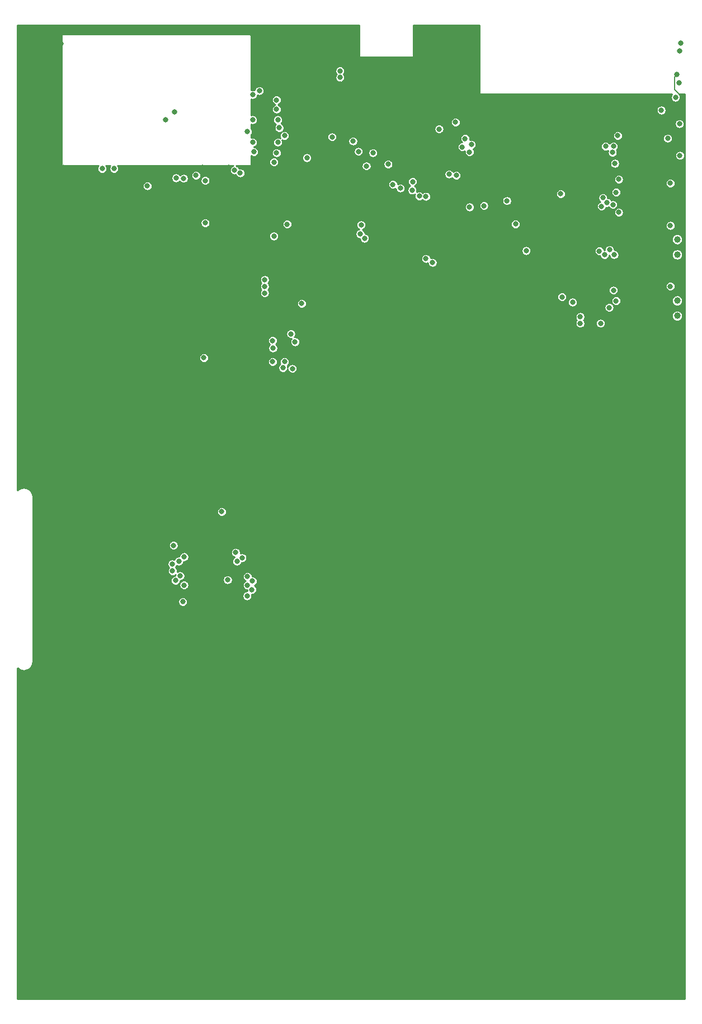
<source format=gbr>
%TF.GenerationSoftware,KiCad,Pcbnew,(5.1.8)-1*%
%TF.CreationDate,2021-02-03T00:49:59+01:00*%
%TF.ProjectId,Navi_2_0,4e617669-5f32-45f3-902e-6b696361645f,rev?*%
%TF.SameCoordinates,Original*%
%TF.FileFunction,Copper,L3,Inr*%
%TF.FilePolarity,Positive*%
%FSLAX46Y46*%
G04 Gerber Fmt 4.6, Leading zero omitted, Abs format (unit mm)*
G04 Created by KiCad (PCBNEW (5.1.8)-1) date 2021-02-03 00:49:59*
%MOMM*%
%LPD*%
G01*
G04 APERTURE LIST*
%TA.AperFunction,WasherPad*%
%ADD10C,1.000000*%
%TD*%
%TA.AperFunction,ViaPad*%
%ADD11C,0.800000*%
%TD*%
%TA.AperFunction,Conductor*%
%ADD12C,0.200000*%
%TD*%
%TA.AperFunction,Conductor*%
%ADD13C,0.254000*%
%TD*%
%TA.AperFunction,Conductor*%
%ADD14C,0.100000*%
%TD*%
G04 APERTURE END LIST*
D10*
%TO.N,*%
%TO.C,SW2*%
X138850000Y-63700000D03*
X138850000Y-66000000D03*
%TD*%
%TO.N,*%
%TO.C,SW1*%
X138850000Y-72950000D03*
X138850000Y-75250000D03*
%TD*%
D11*
%TO.N,GND*%
X124200000Y-51000000D03*
X52000000Y-64200000D03*
X53000000Y-64169998D03*
X51000000Y-64169998D03*
X73200000Y-64200000D03*
X72200000Y-64169998D03*
X74200000Y-64169998D03*
X77800000Y-68600000D03*
X79400000Y-74600000D03*
X80600000Y-80200000D03*
X82599998Y-80400000D03*
X88400000Y-78000000D03*
X85000000Y-40600000D03*
X83800000Y-34800000D03*
X101600000Y-37200000D03*
X101600000Y-36200000D03*
X101600000Y-39200000D03*
X101600000Y-40200000D03*
X101600000Y-33200000D03*
X101600000Y-32000000D03*
X87800000Y-41200000D03*
X87800000Y-40200000D03*
X92800000Y-47200000D03*
X96800000Y-47200000D03*
X117400000Y-68000000D03*
X65400000Y-106400000D03*
X67200000Y-90000000D03*
X71000000Y-113800000D03*
X63930354Y-117572599D03*
X45531302Y-34049998D03*
X44400000Y-36250002D03*
X113200000Y-43400000D03*
X130400000Y-63000000D03*
X137400000Y-42400000D03*
X138821846Y-38731079D03*
X60400000Y-53000000D03*
X58954997Y-53428182D03*
X54600000Y-32400000D03*
X71000000Y-32400000D03*
X60600000Y-31600000D03*
X68800000Y-31600000D03*
X67000000Y-52800010D03*
X71000000Y-52800010D03*
X62400000Y-53200000D03*
X45200000Y-39000000D03*
X45200000Y-45800000D03*
X44200000Y-51200000D03*
X74600000Y-56950032D03*
X73459970Y-57689101D03*
X68200000Y-71000000D03*
X64200000Y-71000000D03*
X64200000Y-75000000D03*
X68400000Y-73000000D03*
X68200000Y-75000000D03*
X66200000Y-75200000D03*
X66250000Y-70800000D03*
X64000000Y-73000000D03*
X56400000Y-68600000D03*
X62800000Y-44400000D03*
X61434314Y-45565686D03*
X87800000Y-32100000D03*
X87800000Y-33200000D03*
X87800000Y-35200000D03*
X87800000Y-34200000D03*
X137800000Y-68200000D03*
X137800000Y-77400000D03*
X137600000Y-50800000D03*
X136200000Y-56600000D03*
X70200000Y-107600000D03*
X70200000Y-108800000D03*
X70200000Y-110200000D03*
X70200000Y-123000000D03*
X70200000Y-121800000D03*
X70200000Y-120400000D03*
X70200000Y-119200000D03*
X70200000Y-117800000D03*
X56200000Y-129800000D03*
X108192882Y-67407126D03*
X93730836Y-58788426D03*
X123150022Y-62505002D03*
X121850010Y-62600000D03*
X92151913Y-58251126D03*
X109254617Y-69545383D03*
%TO.N,+BATT*%
X127250000Y-76400000D03*
X124150000Y-76400000D03*
X79169591Y-83121637D03*
X77659620Y-80140380D03*
X77800000Y-63200000D03*
X77800000Y-52000000D03*
%TO.N,+3V3*%
X81000000Y-79200000D03*
X80374438Y-77978091D03*
X70800000Y-115200000D03*
X136428311Y-44150000D03*
X107400000Y-58800000D03*
X109600000Y-58600000D03*
X139150000Y-40000000D03*
X139220290Y-35192051D03*
X79400000Y-48000000D03*
X79800000Y-61400000D03*
X51800000Y-53000000D03*
X53600000Y-53000000D03*
X67200000Y-81600000D03*
X82000000Y-73400000D03*
X76400000Y-69800000D03*
X76400000Y-70800000D03*
X76400000Y-71800000D03*
X137400000Y-48400000D03*
%TO.N,EINK_VCC*%
X62600000Y-110000000D03*
X69893940Y-104893940D03*
%TO.N,Net-(J3-Pad1)*%
X74600000Y-45600000D03*
%TO.N,Net-(J4-Pad1)*%
X74759627Y-50440373D03*
%TO.N,Net-(J8-Pad1)*%
X75600000Y-41200000D03*
%TO.N,I2C_DAT*%
X98800000Y-54952657D03*
X98728703Y-56252668D03*
X137800000Y-61600000D03*
X114367881Y-61367881D03*
X91535068Y-63535068D03*
%TO.N,I2C_CLK*%
X96950926Y-55936917D03*
X87800000Y-39200000D03*
X89774633Y-48825367D03*
X90863309Y-62863309D03*
%TO.N,EINK_SPI_MOSI*%
X64200000Y-116000000D03*
X127850010Y-66019691D03*
X73800000Y-116027361D03*
X127378537Y-58700012D03*
%TO.N,EINK_SPI_CLK*%
X62899999Y-115306048D03*
X127059627Y-65459627D03*
X74563108Y-115377351D03*
X127600000Y-57400000D03*
%TO.N,EINK_~CS*%
X63600000Y-114600000D03*
X128600000Y-65250010D03*
X74482722Y-116687977D03*
X128211527Y-58127019D03*
%TO.N,EINK_DC*%
X62459378Y-113859378D03*
X73800000Y-114700000D03*
%TO.N,EINK_STATE*%
X62400000Y-112800000D03*
X72000000Y-111049990D03*
X123000000Y-73200000D03*
X128550006Y-74005603D03*
%TO.N,EINK_VCC_~EN*%
X79400000Y-82200000D03*
X77600000Y-82200000D03*
%TO.N,SD_VCC_nEN*%
X63000000Y-54400000D03*
X58650000Y-55599996D03*
%TO.N,GPS_VCC_nEN*%
X82800000Y-51350000D03*
X129400000Y-52200000D03*
%TO.N,UART1_RX*%
X71849712Y-53224855D03*
X66000000Y-54000000D03*
X99805852Y-57149990D03*
X106307122Y-49707122D03*
X107413050Y-50482450D03*
%TO.N,UART1_TX*%
X64128064Y-54471936D03*
X72699420Y-53649710D03*
X100800000Y-57200000D03*
X106738021Y-48435220D03*
X107688146Y-49328429D03*
%TO.N,G_INT1*%
X100800000Y-66600000D03*
X105400000Y-53999998D03*
%TO.N,G_INT2*%
X101800000Y-67200000D03*
X104327737Y-53823595D03*
%TO.N,SD_nDET*%
X139250000Y-51000000D03*
X137800000Y-55200000D03*
X129200000Y-71400000D03*
X121400000Y-72400000D03*
%TO.N,+5V*%
X129600000Y-73000000D03*
X124150000Y-75400000D03*
X77600000Y-79000000D03*
X67407083Y-61192917D03*
X80600000Y-83250010D03*
X67407083Y-54792917D03*
%TO.N,ESP_~RST*%
X137800000Y-70800000D03*
X139200000Y-46200000D03*
%TO.N,EINK_SPI_MISO*%
X73749106Y-117650010D03*
X64010038Y-118519263D03*
X129300011Y-66000000D03*
X129105812Y-58447607D03*
%TO.N,EINK_EEPROM_~EN*%
X102800000Y-47000000D03*
X95807122Y-55392878D03*
X105284632Y-45965378D03*
X90600000Y-50400000D03*
X92800000Y-50600000D03*
X91000000Y-61500000D03*
%TO.N,JTAG_TCK*%
X78200000Y-44000000D03*
X128000000Y-49600000D03*
%TO.N,JTAG_TMS*%
X139400000Y-34000000D03*
X78400000Y-49000000D03*
X129200000Y-49600000D03*
%TO.N,JTAG_TDO*%
X121200000Y-56800000D03*
X138600000Y-42200000D03*
X78600000Y-46800000D03*
%TO.N,Net-(R18-Pad2)*%
X95093873Y-52306127D03*
X91800000Y-52600000D03*
X130000000Y-54600000D03*
X113059620Y-57859620D03*
%TO.N,Net-(R26-Pad2)*%
X87800000Y-38200000D03*
X86600000Y-48200000D03*
%TO.N,Net-(J2-Pad19)*%
X64200000Y-111724990D03*
X72995107Y-111880069D03*
%TO.N,Net-(J2-Pad18)*%
X63400000Y-112400000D03*
X63400000Y-112400000D03*
X72200000Y-112400000D03*
%TO.N,Net-(J5-Pad1)*%
X74600000Y-41800000D03*
%TO.N,Net-(J6-Pad1)*%
X74600000Y-49000000D03*
%TO.N,Net-(J7-Pad1)*%
X73800000Y-47400000D03*
%TO.N,Net-(R17-Pad2)*%
X78400000Y-45600000D03*
X116000000Y-65400000D03*
%TO.N,Net-(R36-Pad1)*%
X78200000Y-50600000D03*
X130000000Y-59600000D03*
X129600000Y-56557880D03*
X129043946Y-50537107D03*
%TO.N,Net-(R40-Pad1)*%
X78200000Y-42600000D03*
X129850000Y-48000000D03*
%TD*%
D12*
%TO.N,GND*%
X138421847Y-41021847D02*
X139600000Y-42200000D01*
X138421847Y-39131078D02*
X138421847Y-41021847D01*
X138821846Y-38731079D02*
X138421847Y-39131078D01*
%TD*%
D13*
%TO.N,GND*%
X90673000Y-36000000D02*
X90675440Y-36024776D01*
X90682667Y-36048601D01*
X90694403Y-36070557D01*
X90710197Y-36089803D01*
X90729443Y-36105597D01*
X90751399Y-36117333D01*
X90775224Y-36124560D01*
X90800000Y-36127000D01*
X98800000Y-36127000D01*
X98824776Y-36124560D01*
X98848601Y-36117333D01*
X98870557Y-36105597D01*
X98889803Y-36089803D01*
X98905597Y-36070557D01*
X98917333Y-36048601D01*
X98924560Y-36024776D01*
X98927000Y-36000000D01*
X98927000Y-31302000D01*
X108873000Y-31302000D01*
X108873000Y-41600000D01*
X108875440Y-41624776D01*
X108882667Y-41648601D01*
X108894403Y-41670557D01*
X108910197Y-41689803D01*
X108929443Y-41705597D01*
X108951399Y-41717333D01*
X108975224Y-41724560D01*
X109000000Y-41727000D01*
X138044866Y-41727000D01*
X138035302Y-41736564D01*
X137955741Y-41855636D01*
X137900938Y-41987942D01*
X137873000Y-42128397D01*
X137873000Y-42271603D01*
X137900938Y-42412058D01*
X137955741Y-42544364D01*
X138035302Y-42663436D01*
X138136564Y-42764698D01*
X138255636Y-42844259D01*
X138387942Y-42899062D01*
X138528397Y-42927000D01*
X138671603Y-42927000D01*
X138812058Y-42899062D01*
X138944364Y-42844259D01*
X139063436Y-42764698D01*
X139164698Y-42663436D01*
X139244259Y-42544364D01*
X139299062Y-42412058D01*
X139327000Y-42271603D01*
X139327000Y-42128397D01*
X139299062Y-41987942D01*
X139244259Y-41855636D01*
X139164698Y-41736564D01*
X139155134Y-41727000D01*
X139998000Y-41727000D01*
X139998001Y-178598000D01*
X39002000Y-178598000D01*
X39002000Y-128561603D01*
X39003471Y-128563044D01*
X39025964Y-128585694D01*
X39029773Y-128588800D01*
X39181873Y-128711091D01*
X39208530Y-128728535D01*
X39235016Y-128746400D01*
X39239356Y-128748707D01*
X39412311Y-128839127D01*
X39441860Y-128851066D01*
X39471304Y-128863443D01*
X39476010Y-128864863D01*
X39663235Y-128919966D01*
X39694544Y-128925938D01*
X39725823Y-128932359D01*
X39730715Y-128932838D01*
X39925077Y-128950527D01*
X39956942Y-128950305D01*
X39988884Y-128950528D01*
X39993776Y-128950048D01*
X40187873Y-128929647D01*
X40219145Y-128923228D01*
X40250462Y-128917254D01*
X40255165Y-128915834D01*
X40255171Y-128915832D01*
X40441605Y-128858121D01*
X40470976Y-128845774D01*
X40500596Y-128833807D01*
X40504935Y-128831500D01*
X40676612Y-128738675D01*
X40703050Y-128720842D01*
X40729758Y-128703365D01*
X40733567Y-128700258D01*
X40883945Y-128575854D01*
X40906400Y-128553241D01*
X40929219Y-128530896D01*
X40932351Y-128527108D01*
X41055701Y-128375866D01*
X41073336Y-128349324D01*
X41091381Y-128322969D01*
X41093719Y-128318646D01*
X41185344Y-128146323D01*
X41197499Y-128116833D01*
X41210069Y-128087504D01*
X41211523Y-128082809D01*
X41267932Y-127895973D01*
X41274125Y-127864696D01*
X41280762Y-127833472D01*
X41281275Y-127828584D01*
X41300320Y-127634350D01*
X41302000Y-127617292D01*
X41302000Y-118447660D01*
X63283038Y-118447660D01*
X63283038Y-118590866D01*
X63310976Y-118731321D01*
X63365779Y-118863627D01*
X63445340Y-118982699D01*
X63546602Y-119083961D01*
X63665674Y-119163522D01*
X63797980Y-119218325D01*
X63938435Y-119246263D01*
X64081641Y-119246263D01*
X64222096Y-119218325D01*
X64354402Y-119163522D01*
X64473474Y-119083961D01*
X64574736Y-118982699D01*
X64654297Y-118863627D01*
X64709100Y-118731321D01*
X64737038Y-118590866D01*
X64737038Y-118447660D01*
X64709100Y-118307205D01*
X64654297Y-118174899D01*
X64574736Y-118055827D01*
X64473474Y-117954565D01*
X64354402Y-117875004D01*
X64222096Y-117820201D01*
X64081641Y-117792263D01*
X63938435Y-117792263D01*
X63797980Y-117820201D01*
X63665674Y-117875004D01*
X63546602Y-117954565D01*
X63445340Y-118055827D01*
X63365779Y-118174899D01*
X63310976Y-118307205D01*
X63283038Y-118447660D01*
X41302000Y-118447660D01*
X41302000Y-117578407D01*
X73022106Y-117578407D01*
X73022106Y-117721613D01*
X73050044Y-117862068D01*
X73104847Y-117994374D01*
X73184408Y-118113446D01*
X73285670Y-118214708D01*
X73404742Y-118294269D01*
X73537048Y-118349072D01*
X73677503Y-118377010D01*
X73820709Y-118377010D01*
X73961164Y-118349072D01*
X74093470Y-118294269D01*
X74212542Y-118214708D01*
X74313804Y-118113446D01*
X74393365Y-117994374D01*
X74448168Y-117862068D01*
X74476106Y-117721613D01*
X74476106Y-117578407D01*
X74448168Y-117437952D01*
X74438651Y-117414977D01*
X74554325Y-117414977D01*
X74694780Y-117387039D01*
X74827086Y-117332236D01*
X74946158Y-117252675D01*
X75047420Y-117151413D01*
X75126981Y-117032341D01*
X75181784Y-116900035D01*
X75209722Y-116759580D01*
X75209722Y-116616374D01*
X75181784Y-116475919D01*
X75126981Y-116343613D01*
X75047420Y-116224541D01*
X74946158Y-116123279D01*
X74837423Y-116050625D01*
X74907472Y-116021610D01*
X75026544Y-115942049D01*
X75127806Y-115840787D01*
X75207367Y-115721715D01*
X75262170Y-115589409D01*
X75290108Y-115448954D01*
X75290108Y-115305748D01*
X75262170Y-115165293D01*
X75207367Y-115032987D01*
X75127806Y-114913915D01*
X75026544Y-114812653D01*
X74907472Y-114733092D01*
X74775166Y-114678289D01*
X74634711Y-114650351D01*
X74527000Y-114650351D01*
X74527000Y-114628397D01*
X74499062Y-114487942D01*
X74444259Y-114355636D01*
X74364698Y-114236564D01*
X74263436Y-114135302D01*
X74144364Y-114055741D01*
X74012058Y-114000938D01*
X73871603Y-113973000D01*
X73728397Y-113973000D01*
X73587942Y-114000938D01*
X73455636Y-114055741D01*
X73336564Y-114135302D01*
X73235302Y-114236564D01*
X73155741Y-114355636D01*
X73100938Y-114487942D01*
X73073000Y-114628397D01*
X73073000Y-114771603D01*
X73100938Y-114912058D01*
X73155741Y-115044364D01*
X73235302Y-115163436D01*
X73336564Y-115264698D01*
X73455636Y-115344259D01*
X73502524Y-115363680D01*
X73455636Y-115383102D01*
X73336564Y-115462663D01*
X73235302Y-115563925D01*
X73155741Y-115682997D01*
X73100938Y-115815303D01*
X73073000Y-115955758D01*
X73073000Y-116098964D01*
X73100938Y-116239419D01*
X73155741Y-116371725D01*
X73235302Y-116490797D01*
X73336564Y-116592059D01*
X73455636Y-116671620D01*
X73587942Y-116726423D01*
X73728397Y-116754361D01*
X73755722Y-116754361D01*
X73755722Y-116759580D01*
X73783660Y-116900035D01*
X73793177Y-116923010D01*
X73677503Y-116923010D01*
X73537048Y-116950948D01*
X73404742Y-117005751D01*
X73285670Y-117085312D01*
X73184408Y-117186574D01*
X73104847Y-117305646D01*
X73050044Y-117437952D01*
X73022106Y-117578407D01*
X41302000Y-117578407D01*
X41302000Y-112728397D01*
X61673000Y-112728397D01*
X61673000Y-112871603D01*
X61700938Y-113012058D01*
X61755741Y-113144364D01*
X61835302Y-113263436D01*
X61931244Y-113359378D01*
X61894680Y-113395942D01*
X61815119Y-113515014D01*
X61760316Y-113647320D01*
X61732378Y-113787775D01*
X61732378Y-113930981D01*
X61760316Y-114071436D01*
X61815119Y-114203742D01*
X61894680Y-114322814D01*
X61995942Y-114424076D01*
X62115014Y-114503637D01*
X62247320Y-114558440D01*
X62387775Y-114586378D01*
X62530981Y-114586378D01*
X62671436Y-114558440D01*
X62803742Y-114503637D01*
X62889296Y-114446472D01*
X62873000Y-114528397D01*
X62873000Y-114579048D01*
X62828396Y-114579048D01*
X62687941Y-114606986D01*
X62555635Y-114661789D01*
X62436563Y-114741350D01*
X62335301Y-114842612D01*
X62255740Y-114961684D01*
X62200937Y-115093990D01*
X62172999Y-115234445D01*
X62172999Y-115377651D01*
X62200937Y-115518106D01*
X62255740Y-115650412D01*
X62335301Y-115769484D01*
X62436563Y-115870746D01*
X62555635Y-115950307D01*
X62687941Y-116005110D01*
X62828396Y-116033048D01*
X62971602Y-116033048D01*
X63112057Y-116005110D01*
X63244363Y-115950307D01*
X63277153Y-115928397D01*
X63473000Y-115928397D01*
X63473000Y-116071603D01*
X63500938Y-116212058D01*
X63555741Y-116344364D01*
X63635302Y-116463436D01*
X63736564Y-116564698D01*
X63855636Y-116644259D01*
X63987942Y-116699062D01*
X64128397Y-116727000D01*
X64271603Y-116727000D01*
X64412058Y-116699062D01*
X64544364Y-116644259D01*
X64663436Y-116564698D01*
X64764698Y-116463436D01*
X64844259Y-116344364D01*
X64899062Y-116212058D01*
X64927000Y-116071603D01*
X64927000Y-115928397D01*
X64899062Y-115787942D01*
X64844259Y-115655636D01*
X64764698Y-115536564D01*
X64663436Y-115435302D01*
X64544364Y-115355741D01*
X64412058Y-115300938D01*
X64271603Y-115273000D01*
X64128397Y-115273000D01*
X63987942Y-115300938D01*
X63855636Y-115355741D01*
X63736564Y-115435302D01*
X63635302Y-115536564D01*
X63555741Y-115655636D01*
X63500938Y-115787942D01*
X63473000Y-115928397D01*
X63277153Y-115928397D01*
X63363435Y-115870746D01*
X63464697Y-115769484D01*
X63544258Y-115650412D01*
X63599061Y-115518106D01*
X63626999Y-115377651D01*
X63626999Y-115327000D01*
X63671603Y-115327000D01*
X63812058Y-115299062D01*
X63944364Y-115244259D01*
X64063436Y-115164698D01*
X64099737Y-115128397D01*
X70073000Y-115128397D01*
X70073000Y-115271603D01*
X70100938Y-115412058D01*
X70155741Y-115544364D01*
X70235302Y-115663436D01*
X70336564Y-115764698D01*
X70455636Y-115844259D01*
X70587942Y-115899062D01*
X70728397Y-115927000D01*
X70871603Y-115927000D01*
X71012058Y-115899062D01*
X71144364Y-115844259D01*
X71263436Y-115764698D01*
X71364698Y-115663436D01*
X71444259Y-115544364D01*
X71499062Y-115412058D01*
X71527000Y-115271603D01*
X71527000Y-115128397D01*
X71499062Y-114987942D01*
X71444259Y-114855636D01*
X71364698Y-114736564D01*
X71263436Y-114635302D01*
X71144364Y-114555741D01*
X71012058Y-114500938D01*
X70871603Y-114473000D01*
X70728397Y-114473000D01*
X70587942Y-114500938D01*
X70455636Y-114555741D01*
X70336564Y-114635302D01*
X70235302Y-114736564D01*
X70155741Y-114855636D01*
X70100938Y-114987942D01*
X70073000Y-115128397D01*
X64099737Y-115128397D01*
X64164698Y-115063436D01*
X64244259Y-114944364D01*
X64299062Y-114812058D01*
X64327000Y-114671603D01*
X64327000Y-114528397D01*
X64299062Y-114387942D01*
X64244259Y-114255636D01*
X64164698Y-114136564D01*
X64063436Y-114035302D01*
X63944364Y-113955741D01*
X63812058Y-113900938D01*
X63671603Y-113873000D01*
X63528397Y-113873000D01*
X63387942Y-113900938D01*
X63255636Y-113955741D01*
X63170082Y-114012906D01*
X63186378Y-113930981D01*
X63186378Y-113787775D01*
X63158440Y-113647320D01*
X63103637Y-113515014D01*
X63024076Y-113395942D01*
X62928134Y-113300000D01*
X62964698Y-113263436D01*
X63044259Y-113144364D01*
X63081318Y-113054897D01*
X63187942Y-113099062D01*
X63328397Y-113127000D01*
X63471603Y-113127000D01*
X63612058Y-113099062D01*
X63744364Y-113044259D01*
X63863436Y-112964698D01*
X63964698Y-112863436D01*
X64044259Y-112744364D01*
X64099062Y-112612058D01*
X64127000Y-112471603D01*
X64127000Y-112451712D01*
X64128397Y-112451990D01*
X64271603Y-112451990D01*
X64412058Y-112424052D01*
X64544364Y-112369249D01*
X64663436Y-112289688D01*
X64764698Y-112188426D01*
X64844259Y-112069354D01*
X64899062Y-111937048D01*
X64927000Y-111796593D01*
X64927000Y-111653387D01*
X64899062Y-111512932D01*
X64844259Y-111380626D01*
X64764698Y-111261554D01*
X64663436Y-111160292D01*
X64544364Y-111080731D01*
X64412058Y-111025928D01*
X64271603Y-110997990D01*
X64128397Y-110997990D01*
X63987942Y-111025928D01*
X63855636Y-111080731D01*
X63736564Y-111160292D01*
X63635302Y-111261554D01*
X63555741Y-111380626D01*
X63500938Y-111512932D01*
X63473000Y-111653387D01*
X63473000Y-111673278D01*
X63471603Y-111673000D01*
X63328397Y-111673000D01*
X63187942Y-111700938D01*
X63055636Y-111755741D01*
X62936564Y-111835302D01*
X62835302Y-111936564D01*
X62755741Y-112055636D01*
X62718682Y-112145103D01*
X62612058Y-112100938D01*
X62471603Y-112073000D01*
X62328397Y-112073000D01*
X62187942Y-112100938D01*
X62055636Y-112155741D01*
X61936564Y-112235302D01*
X61835302Y-112336564D01*
X61755741Y-112455636D01*
X61700938Y-112587942D01*
X61673000Y-112728397D01*
X41302000Y-112728397D01*
X41302000Y-110978387D01*
X71273000Y-110978387D01*
X71273000Y-111121593D01*
X71300938Y-111262048D01*
X71355741Y-111394354D01*
X71435302Y-111513426D01*
X71536564Y-111614688D01*
X71655636Y-111694249D01*
X71787942Y-111749052D01*
X71847821Y-111760963D01*
X71736564Y-111835302D01*
X71635302Y-111936564D01*
X71555741Y-112055636D01*
X71500938Y-112187942D01*
X71473000Y-112328397D01*
X71473000Y-112471603D01*
X71500938Y-112612058D01*
X71555741Y-112744364D01*
X71635302Y-112863436D01*
X71736564Y-112964698D01*
X71855636Y-113044259D01*
X71987942Y-113099062D01*
X72128397Y-113127000D01*
X72271603Y-113127000D01*
X72412058Y-113099062D01*
X72544364Y-113044259D01*
X72663436Y-112964698D01*
X72764698Y-112863436D01*
X72844259Y-112744364D01*
X72899062Y-112612058D01*
X72900947Y-112602582D01*
X72923504Y-112607069D01*
X73066710Y-112607069D01*
X73207165Y-112579131D01*
X73339471Y-112524328D01*
X73458543Y-112444767D01*
X73559805Y-112343505D01*
X73639366Y-112224433D01*
X73694169Y-112092127D01*
X73722107Y-111951672D01*
X73722107Y-111808466D01*
X73694169Y-111668011D01*
X73639366Y-111535705D01*
X73559805Y-111416633D01*
X73458543Y-111315371D01*
X73339471Y-111235810D01*
X73207165Y-111181007D01*
X73066710Y-111153069D01*
X72923504Y-111153069D01*
X72783049Y-111181007D01*
X72709088Y-111211643D01*
X72727000Y-111121593D01*
X72727000Y-110978387D01*
X72699062Y-110837932D01*
X72644259Y-110705626D01*
X72564698Y-110586554D01*
X72463436Y-110485292D01*
X72344364Y-110405731D01*
X72212058Y-110350928D01*
X72071603Y-110322990D01*
X71928397Y-110322990D01*
X71787942Y-110350928D01*
X71655636Y-110405731D01*
X71536564Y-110485292D01*
X71435302Y-110586554D01*
X71355741Y-110705626D01*
X71300938Y-110837932D01*
X71273000Y-110978387D01*
X41302000Y-110978387D01*
X41302000Y-109928397D01*
X61873000Y-109928397D01*
X61873000Y-110071603D01*
X61900938Y-110212058D01*
X61955741Y-110344364D01*
X62035302Y-110463436D01*
X62136564Y-110564698D01*
X62255636Y-110644259D01*
X62387942Y-110699062D01*
X62528397Y-110727000D01*
X62671603Y-110727000D01*
X62812058Y-110699062D01*
X62944364Y-110644259D01*
X63063436Y-110564698D01*
X63164698Y-110463436D01*
X63244259Y-110344364D01*
X63299062Y-110212058D01*
X63327000Y-110071603D01*
X63327000Y-109928397D01*
X63299062Y-109787942D01*
X63244259Y-109655636D01*
X63164698Y-109536564D01*
X63063436Y-109435302D01*
X62944364Y-109355741D01*
X62812058Y-109300938D01*
X62671603Y-109273000D01*
X62528397Y-109273000D01*
X62387942Y-109300938D01*
X62255636Y-109355741D01*
X62136564Y-109435302D01*
X62035302Y-109536564D01*
X61955741Y-109655636D01*
X61900938Y-109787942D01*
X61873000Y-109928397D01*
X41302000Y-109928397D01*
X41302000Y-104822337D01*
X69166940Y-104822337D01*
X69166940Y-104965543D01*
X69194878Y-105105998D01*
X69249681Y-105238304D01*
X69329242Y-105357376D01*
X69430504Y-105458638D01*
X69549576Y-105538199D01*
X69681882Y-105593002D01*
X69822337Y-105620940D01*
X69965543Y-105620940D01*
X70105998Y-105593002D01*
X70238304Y-105538199D01*
X70357376Y-105458638D01*
X70458638Y-105357376D01*
X70538199Y-105238304D01*
X70593002Y-105105998D01*
X70620940Y-104965543D01*
X70620940Y-104822337D01*
X70593002Y-104681882D01*
X70538199Y-104549576D01*
X70458638Y-104430504D01*
X70357376Y-104329242D01*
X70238304Y-104249681D01*
X70105998Y-104194878D01*
X69965543Y-104166940D01*
X69822337Y-104166940D01*
X69681882Y-104194878D01*
X69549576Y-104249681D01*
X69430504Y-104329242D01*
X69329242Y-104430504D01*
X69249681Y-104549576D01*
X69194878Y-104681882D01*
X69166940Y-104822337D01*
X41302000Y-104822337D01*
X41302000Y-102582708D01*
X41300223Y-102564665D01*
X41300223Y-102551689D01*
X41299709Y-102546801D01*
X41277954Y-102352851D01*
X41271331Y-102321691D01*
X41265125Y-102290348D01*
X41263671Y-102285653D01*
X41204658Y-102099622D01*
X41192101Y-102070325D01*
X41179933Y-102040804D01*
X41177595Y-102036481D01*
X41083573Y-101865455D01*
X41065554Y-101839140D01*
X41047894Y-101812559D01*
X41044761Y-101808772D01*
X40919311Y-101659266D01*
X40896529Y-101636956D01*
X40874036Y-101614306D01*
X40870227Y-101611199D01*
X40718127Y-101488909D01*
X40691447Y-101471450D01*
X40664984Y-101453600D01*
X40660647Y-101451294D01*
X40660639Y-101451290D01*
X40487688Y-101360873D01*
X40458140Y-101348934D01*
X40428695Y-101336557D01*
X40423990Y-101335137D01*
X40236764Y-101280034D01*
X40205455Y-101274062D01*
X40174176Y-101267641D01*
X40169285Y-101267162D01*
X39974923Y-101249473D01*
X39943058Y-101249695D01*
X39911115Y-101249472D01*
X39906224Y-101249952D01*
X39712127Y-101270353D01*
X39680855Y-101276772D01*
X39649538Y-101282746D01*
X39644835Y-101284166D01*
X39644829Y-101284168D01*
X39458395Y-101341879D01*
X39429024Y-101354226D01*
X39399404Y-101366193D01*
X39395065Y-101368501D01*
X39223388Y-101461325D01*
X39196950Y-101479158D01*
X39170242Y-101496635D01*
X39166433Y-101499742D01*
X39016055Y-101624146D01*
X39002000Y-101638300D01*
X39002000Y-83050034D01*
X78442591Y-83050034D01*
X78442591Y-83193240D01*
X78470529Y-83333695D01*
X78525332Y-83466001D01*
X78604893Y-83585073D01*
X78706155Y-83686335D01*
X78825227Y-83765896D01*
X78957533Y-83820699D01*
X79097988Y-83848637D01*
X79241194Y-83848637D01*
X79381649Y-83820699D01*
X79513955Y-83765896D01*
X79633027Y-83686335D01*
X79734289Y-83585073D01*
X79813850Y-83466001D01*
X79868653Y-83333695D01*
X79873000Y-83311841D01*
X79873000Y-83321613D01*
X79900938Y-83462068D01*
X79955741Y-83594374D01*
X80035302Y-83713446D01*
X80136564Y-83814708D01*
X80255636Y-83894269D01*
X80387942Y-83949072D01*
X80528397Y-83977010D01*
X80671603Y-83977010D01*
X80812058Y-83949072D01*
X80944364Y-83894269D01*
X81063436Y-83814708D01*
X81164698Y-83713446D01*
X81244259Y-83594374D01*
X81299062Y-83462068D01*
X81327000Y-83321613D01*
X81327000Y-83178407D01*
X81299062Y-83037952D01*
X81244259Y-82905646D01*
X81164698Y-82786574D01*
X81063436Y-82685312D01*
X80944364Y-82605751D01*
X80812058Y-82550948D01*
X80671603Y-82523010D01*
X80528397Y-82523010D01*
X80387942Y-82550948D01*
X80255636Y-82605751D01*
X80136564Y-82685312D01*
X80035302Y-82786574D01*
X79955741Y-82905646D01*
X79900938Y-83037952D01*
X79896591Y-83059806D01*
X79896591Y-83050034D01*
X79868653Y-82909579D01*
X79820519Y-82793374D01*
X79863436Y-82764698D01*
X79964698Y-82663436D01*
X80044259Y-82544364D01*
X80099062Y-82412058D01*
X80127000Y-82271603D01*
X80127000Y-82128397D01*
X80099062Y-81987942D01*
X80044259Y-81855636D01*
X79964698Y-81736564D01*
X79863436Y-81635302D01*
X79744364Y-81555741D01*
X79612058Y-81500938D01*
X79471603Y-81473000D01*
X79328397Y-81473000D01*
X79187942Y-81500938D01*
X79055636Y-81555741D01*
X78936564Y-81635302D01*
X78835302Y-81736564D01*
X78755741Y-81855636D01*
X78700938Y-81987942D01*
X78673000Y-82128397D01*
X78673000Y-82271603D01*
X78700938Y-82412058D01*
X78749072Y-82528263D01*
X78706155Y-82556939D01*
X78604893Y-82658201D01*
X78525332Y-82777273D01*
X78470529Y-82909579D01*
X78442591Y-83050034D01*
X39002000Y-83050034D01*
X39002000Y-81528397D01*
X66473000Y-81528397D01*
X66473000Y-81671603D01*
X66500938Y-81812058D01*
X66555741Y-81944364D01*
X66635302Y-82063436D01*
X66736564Y-82164698D01*
X66855636Y-82244259D01*
X66987942Y-82299062D01*
X67128397Y-82327000D01*
X67271603Y-82327000D01*
X67412058Y-82299062D01*
X67544364Y-82244259D01*
X67663436Y-82164698D01*
X67699737Y-82128397D01*
X76873000Y-82128397D01*
X76873000Y-82271603D01*
X76900938Y-82412058D01*
X76955741Y-82544364D01*
X77035302Y-82663436D01*
X77136564Y-82764698D01*
X77255636Y-82844259D01*
X77387942Y-82899062D01*
X77528397Y-82927000D01*
X77671603Y-82927000D01*
X77812058Y-82899062D01*
X77944364Y-82844259D01*
X78063436Y-82764698D01*
X78164698Y-82663436D01*
X78244259Y-82544364D01*
X78299062Y-82412058D01*
X78327000Y-82271603D01*
X78327000Y-82128397D01*
X78299062Y-81987942D01*
X78244259Y-81855636D01*
X78164698Y-81736564D01*
X78063436Y-81635302D01*
X77944364Y-81555741D01*
X77812058Y-81500938D01*
X77671603Y-81473000D01*
X77528397Y-81473000D01*
X77387942Y-81500938D01*
X77255636Y-81555741D01*
X77136564Y-81635302D01*
X77035302Y-81736564D01*
X76955741Y-81855636D01*
X76900938Y-81987942D01*
X76873000Y-82128397D01*
X67699737Y-82128397D01*
X67764698Y-82063436D01*
X67844259Y-81944364D01*
X67899062Y-81812058D01*
X67927000Y-81671603D01*
X67927000Y-81528397D01*
X67899062Y-81387942D01*
X67844259Y-81255636D01*
X67764698Y-81136564D01*
X67663436Y-81035302D01*
X67544364Y-80955741D01*
X67412058Y-80900938D01*
X67271603Y-80873000D01*
X67128397Y-80873000D01*
X66987942Y-80900938D01*
X66855636Y-80955741D01*
X66736564Y-81035302D01*
X66635302Y-81136564D01*
X66555741Y-81255636D01*
X66500938Y-81387942D01*
X66473000Y-81528397D01*
X39002000Y-81528397D01*
X39002000Y-78928397D01*
X76873000Y-78928397D01*
X76873000Y-79071603D01*
X76900938Y-79212058D01*
X76955741Y-79344364D01*
X77035302Y-79463436D01*
X77136564Y-79564698D01*
X77178888Y-79592978D01*
X77094922Y-79676944D01*
X77015361Y-79796016D01*
X76960558Y-79928322D01*
X76932620Y-80068777D01*
X76932620Y-80211983D01*
X76960558Y-80352438D01*
X77015361Y-80484744D01*
X77094922Y-80603816D01*
X77196184Y-80705078D01*
X77315256Y-80784639D01*
X77447562Y-80839442D01*
X77588017Y-80867380D01*
X77731223Y-80867380D01*
X77871678Y-80839442D01*
X78003984Y-80784639D01*
X78123056Y-80705078D01*
X78224318Y-80603816D01*
X78303879Y-80484744D01*
X78358682Y-80352438D01*
X78386620Y-80211983D01*
X78386620Y-80068777D01*
X78358682Y-79928322D01*
X78303879Y-79796016D01*
X78224318Y-79676944D01*
X78123056Y-79575682D01*
X78080732Y-79547402D01*
X78164698Y-79463436D01*
X78244259Y-79344364D01*
X78299062Y-79212058D01*
X78327000Y-79071603D01*
X78327000Y-78928397D01*
X78299062Y-78787942D01*
X78244259Y-78655636D01*
X78164698Y-78536564D01*
X78063436Y-78435302D01*
X77944364Y-78355741D01*
X77812058Y-78300938D01*
X77671603Y-78273000D01*
X77528397Y-78273000D01*
X77387942Y-78300938D01*
X77255636Y-78355741D01*
X77136564Y-78435302D01*
X77035302Y-78536564D01*
X76955741Y-78655636D01*
X76900938Y-78787942D01*
X76873000Y-78928397D01*
X39002000Y-78928397D01*
X39002000Y-77906488D01*
X79647438Y-77906488D01*
X79647438Y-78049694D01*
X79675376Y-78190149D01*
X79730179Y-78322455D01*
X79809740Y-78441527D01*
X79911002Y-78542789D01*
X80030074Y-78622350D01*
X80162380Y-78677153D01*
X80302835Y-78705091D01*
X80446041Y-78705091D01*
X80471923Y-78699943D01*
X80435302Y-78736564D01*
X80355741Y-78855636D01*
X80300938Y-78987942D01*
X80273000Y-79128397D01*
X80273000Y-79271603D01*
X80300938Y-79412058D01*
X80355741Y-79544364D01*
X80435302Y-79663436D01*
X80536564Y-79764698D01*
X80655636Y-79844259D01*
X80787942Y-79899062D01*
X80928397Y-79927000D01*
X81071603Y-79927000D01*
X81212058Y-79899062D01*
X81344364Y-79844259D01*
X81463436Y-79764698D01*
X81564698Y-79663436D01*
X81644259Y-79544364D01*
X81699062Y-79412058D01*
X81727000Y-79271603D01*
X81727000Y-79128397D01*
X81699062Y-78987942D01*
X81644259Y-78855636D01*
X81564698Y-78736564D01*
X81463436Y-78635302D01*
X81344364Y-78555741D01*
X81212058Y-78500938D01*
X81071603Y-78473000D01*
X80928397Y-78473000D01*
X80902515Y-78478148D01*
X80939136Y-78441527D01*
X81018697Y-78322455D01*
X81073500Y-78190149D01*
X81101438Y-78049694D01*
X81101438Y-77906488D01*
X81073500Y-77766033D01*
X81018697Y-77633727D01*
X80939136Y-77514655D01*
X80837874Y-77413393D01*
X80718802Y-77333832D01*
X80586496Y-77279029D01*
X80446041Y-77251091D01*
X80302835Y-77251091D01*
X80162380Y-77279029D01*
X80030074Y-77333832D01*
X79911002Y-77413393D01*
X79809740Y-77514655D01*
X79730179Y-77633727D01*
X79675376Y-77766033D01*
X79647438Y-77906488D01*
X39002000Y-77906488D01*
X39002000Y-75328397D01*
X123423000Y-75328397D01*
X123423000Y-75471603D01*
X123450938Y-75612058D01*
X123505741Y-75744364D01*
X123585302Y-75863436D01*
X123621866Y-75900000D01*
X123585302Y-75936564D01*
X123505741Y-76055636D01*
X123450938Y-76187942D01*
X123423000Y-76328397D01*
X123423000Y-76471603D01*
X123450938Y-76612058D01*
X123505741Y-76744364D01*
X123585302Y-76863436D01*
X123686564Y-76964698D01*
X123805636Y-77044259D01*
X123937942Y-77099062D01*
X124078397Y-77127000D01*
X124221603Y-77127000D01*
X124362058Y-77099062D01*
X124494364Y-77044259D01*
X124613436Y-76964698D01*
X124714698Y-76863436D01*
X124794259Y-76744364D01*
X124849062Y-76612058D01*
X124877000Y-76471603D01*
X124877000Y-76328397D01*
X126523000Y-76328397D01*
X126523000Y-76471603D01*
X126550938Y-76612058D01*
X126605741Y-76744364D01*
X126685302Y-76863436D01*
X126786564Y-76964698D01*
X126905636Y-77044259D01*
X127037942Y-77099062D01*
X127178397Y-77127000D01*
X127321603Y-77127000D01*
X127462058Y-77099062D01*
X127594364Y-77044259D01*
X127713436Y-76964698D01*
X127814698Y-76863436D01*
X127894259Y-76744364D01*
X127949062Y-76612058D01*
X127977000Y-76471603D01*
X127977000Y-76328397D01*
X127949062Y-76187942D01*
X127894259Y-76055636D01*
X127814698Y-75936564D01*
X127713436Y-75835302D01*
X127594364Y-75755741D01*
X127462058Y-75700938D01*
X127321603Y-75673000D01*
X127178397Y-75673000D01*
X127037942Y-75700938D01*
X126905636Y-75755741D01*
X126786564Y-75835302D01*
X126685302Y-75936564D01*
X126605741Y-76055636D01*
X126550938Y-76187942D01*
X126523000Y-76328397D01*
X124877000Y-76328397D01*
X124849062Y-76187942D01*
X124794259Y-76055636D01*
X124714698Y-75936564D01*
X124678134Y-75900000D01*
X124714698Y-75863436D01*
X124794259Y-75744364D01*
X124849062Y-75612058D01*
X124877000Y-75471603D01*
X124877000Y-75328397D01*
X124849062Y-75187942D01*
X124841029Y-75168548D01*
X138023000Y-75168548D01*
X138023000Y-75331452D01*
X138054782Y-75491227D01*
X138117123Y-75641731D01*
X138207628Y-75777181D01*
X138322819Y-75892372D01*
X138458269Y-75982877D01*
X138608773Y-76045218D01*
X138768548Y-76077000D01*
X138931452Y-76077000D01*
X139091227Y-76045218D01*
X139241731Y-75982877D01*
X139377181Y-75892372D01*
X139492372Y-75777181D01*
X139582877Y-75641731D01*
X139645218Y-75491227D01*
X139677000Y-75331452D01*
X139677000Y-75168548D01*
X139645218Y-75008773D01*
X139582877Y-74858269D01*
X139492372Y-74722819D01*
X139377181Y-74607628D01*
X139241731Y-74517123D01*
X139091227Y-74454782D01*
X138931452Y-74423000D01*
X138768548Y-74423000D01*
X138608773Y-74454782D01*
X138458269Y-74517123D01*
X138322819Y-74607628D01*
X138207628Y-74722819D01*
X138117123Y-74858269D01*
X138054782Y-75008773D01*
X138023000Y-75168548D01*
X124841029Y-75168548D01*
X124794259Y-75055636D01*
X124714698Y-74936564D01*
X124613436Y-74835302D01*
X124494364Y-74755741D01*
X124362058Y-74700938D01*
X124221603Y-74673000D01*
X124078397Y-74673000D01*
X123937942Y-74700938D01*
X123805636Y-74755741D01*
X123686564Y-74835302D01*
X123585302Y-74936564D01*
X123505741Y-75055636D01*
X123450938Y-75187942D01*
X123423000Y-75328397D01*
X39002000Y-75328397D01*
X39002000Y-73328397D01*
X81273000Y-73328397D01*
X81273000Y-73471603D01*
X81300938Y-73612058D01*
X81355741Y-73744364D01*
X81435302Y-73863436D01*
X81536564Y-73964698D01*
X81655636Y-74044259D01*
X81787942Y-74099062D01*
X81928397Y-74127000D01*
X82071603Y-74127000D01*
X82212058Y-74099062D01*
X82344364Y-74044259D01*
X82463436Y-73964698D01*
X82494134Y-73934000D01*
X127823006Y-73934000D01*
X127823006Y-74077206D01*
X127850944Y-74217661D01*
X127905747Y-74349967D01*
X127985308Y-74469039D01*
X128086570Y-74570301D01*
X128205642Y-74649862D01*
X128337948Y-74704665D01*
X128478403Y-74732603D01*
X128621609Y-74732603D01*
X128762064Y-74704665D01*
X128894370Y-74649862D01*
X129013442Y-74570301D01*
X129114704Y-74469039D01*
X129194265Y-74349967D01*
X129249068Y-74217661D01*
X129277006Y-74077206D01*
X129277006Y-73934000D01*
X129249068Y-73793545D01*
X129194265Y-73661239D01*
X129116055Y-73544189D01*
X129136564Y-73564698D01*
X129255636Y-73644259D01*
X129387942Y-73699062D01*
X129528397Y-73727000D01*
X129671603Y-73727000D01*
X129812058Y-73699062D01*
X129944364Y-73644259D01*
X130063436Y-73564698D01*
X130164698Y-73463436D01*
X130244259Y-73344364D01*
X130299062Y-73212058D01*
X130327000Y-73071603D01*
X130327000Y-72928397D01*
X130315096Y-72868548D01*
X138023000Y-72868548D01*
X138023000Y-73031452D01*
X138054782Y-73191227D01*
X138117123Y-73341731D01*
X138207628Y-73477181D01*
X138322819Y-73592372D01*
X138458269Y-73682877D01*
X138608773Y-73745218D01*
X138768548Y-73777000D01*
X138931452Y-73777000D01*
X139091227Y-73745218D01*
X139241731Y-73682877D01*
X139377181Y-73592372D01*
X139492372Y-73477181D01*
X139582877Y-73341731D01*
X139645218Y-73191227D01*
X139677000Y-73031452D01*
X139677000Y-72868548D01*
X139645218Y-72708773D01*
X139582877Y-72558269D01*
X139492372Y-72422819D01*
X139377181Y-72307628D01*
X139241731Y-72217123D01*
X139091227Y-72154782D01*
X138931452Y-72123000D01*
X138768548Y-72123000D01*
X138608773Y-72154782D01*
X138458269Y-72217123D01*
X138322819Y-72307628D01*
X138207628Y-72422819D01*
X138117123Y-72558269D01*
X138054782Y-72708773D01*
X138023000Y-72868548D01*
X130315096Y-72868548D01*
X130299062Y-72787942D01*
X130244259Y-72655636D01*
X130164698Y-72536564D01*
X130063436Y-72435302D01*
X129944364Y-72355741D01*
X129812058Y-72300938D01*
X129671603Y-72273000D01*
X129528397Y-72273000D01*
X129387942Y-72300938D01*
X129255636Y-72355741D01*
X129136564Y-72435302D01*
X129035302Y-72536564D01*
X128955741Y-72655636D01*
X128900938Y-72787942D01*
X128873000Y-72928397D01*
X128873000Y-73071603D01*
X128900938Y-73212058D01*
X128955741Y-73344364D01*
X129033951Y-73461414D01*
X129013442Y-73440905D01*
X128894370Y-73361344D01*
X128762064Y-73306541D01*
X128621609Y-73278603D01*
X128478403Y-73278603D01*
X128337948Y-73306541D01*
X128205642Y-73361344D01*
X128086570Y-73440905D01*
X127985308Y-73542167D01*
X127905747Y-73661239D01*
X127850944Y-73793545D01*
X127823006Y-73934000D01*
X82494134Y-73934000D01*
X82564698Y-73863436D01*
X82644259Y-73744364D01*
X82699062Y-73612058D01*
X82727000Y-73471603D01*
X82727000Y-73328397D01*
X82699062Y-73187942D01*
X82674398Y-73128397D01*
X122273000Y-73128397D01*
X122273000Y-73271603D01*
X122300938Y-73412058D01*
X122355741Y-73544364D01*
X122435302Y-73663436D01*
X122536564Y-73764698D01*
X122655636Y-73844259D01*
X122787942Y-73899062D01*
X122928397Y-73927000D01*
X123071603Y-73927000D01*
X123212058Y-73899062D01*
X123344364Y-73844259D01*
X123463436Y-73764698D01*
X123564698Y-73663436D01*
X123644259Y-73544364D01*
X123699062Y-73412058D01*
X123727000Y-73271603D01*
X123727000Y-73128397D01*
X123699062Y-72987942D01*
X123644259Y-72855636D01*
X123564698Y-72736564D01*
X123463436Y-72635302D01*
X123344364Y-72555741D01*
X123212058Y-72500938D01*
X123071603Y-72473000D01*
X122928397Y-72473000D01*
X122787942Y-72500938D01*
X122655636Y-72555741D01*
X122536564Y-72635302D01*
X122435302Y-72736564D01*
X122355741Y-72855636D01*
X122300938Y-72987942D01*
X122273000Y-73128397D01*
X82674398Y-73128397D01*
X82644259Y-73055636D01*
X82564698Y-72936564D01*
X82463436Y-72835302D01*
X82344364Y-72755741D01*
X82212058Y-72700938D01*
X82071603Y-72673000D01*
X81928397Y-72673000D01*
X81787942Y-72700938D01*
X81655636Y-72755741D01*
X81536564Y-72835302D01*
X81435302Y-72936564D01*
X81355741Y-73055636D01*
X81300938Y-73187942D01*
X81273000Y-73328397D01*
X39002000Y-73328397D01*
X39002000Y-69728397D01*
X75673000Y-69728397D01*
X75673000Y-69871603D01*
X75700938Y-70012058D01*
X75755741Y-70144364D01*
X75835302Y-70263436D01*
X75871866Y-70300000D01*
X75835302Y-70336564D01*
X75755741Y-70455636D01*
X75700938Y-70587942D01*
X75673000Y-70728397D01*
X75673000Y-70871603D01*
X75700938Y-71012058D01*
X75755741Y-71144364D01*
X75835302Y-71263436D01*
X75871866Y-71300000D01*
X75835302Y-71336564D01*
X75755741Y-71455636D01*
X75700938Y-71587942D01*
X75673000Y-71728397D01*
X75673000Y-71871603D01*
X75700938Y-72012058D01*
X75755741Y-72144364D01*
X75835302Y-72263436D01*
X75936564Y-72364698D01*
X76055636Y-72444259D01*
X76187942Y-72499062D01*
X76328397Y-72527000D01*
X76471603Y-72527000D01*
X76612058Y-72499062D01*
X76744364Y-72444259D01*
X76863436Y-72364698D01*
X76899737Y-72328397D01*
X120673000Y-72328397D01*
X120673000Y-72471603D01*
X120700938Y-72612058D01*
X120755741Y-72744364D01*
X120835302Y-72863436D01*
X120936564Y-72964698D01*
X121055636Y-73044259D01*
X121187942Y-73099062D01*
X121328397Y-73127000D01*
X121471603Y-73127000D01*
X121612058Y-73099062D01*
X121744364Y-73044259D01*
X121863436Y-72964698D01*
X121964698Y-72863436D01*
X122044259Y-72744364D01*
X122099062Y-72612058D01*
X122127000Y-72471603D01*
X122127000Y-72328397D01*
X122099062Y-72187942D01*
X122044259Y-72055636D01*
X121964698Y-71936564D01*
X121863436Y-71835302D01*
X121744364Y-71755741D01*
X121612058Y-71700938D01*
X121471603Y-71673000D01*
X121328397Y-71673000D01*
X121187942Y-71700938D01*
X121055636Y-71755741D01*
X120936564Y-71835302D01*
X120835302Y-71936564D01*
X120755741Y-72055636D01*
X120700938Y-72187942D01*
X120673000Y-72328397D01*
X76899737Y-72328397D01*
X76964698Y-72263436D01*
X77044259Y-72144364D01*
X77099062Y-72012058D01*
X77127000Y-71871603D01*
X77127000Y-71728397D01*
X77099062Y-71587942D01*
X77044259Y-71455636D01*
X76964698Y-71336564D01*
X76956531Y-71328397D01*
X128473000Y-71328397D01*
X128473000Y-71471603D01*
X128500938Y-71612058D01*
X128555741Y-71744364D01*
X128635302Y-71863436D01*
X128736564Y-71964698D01*
X128855636Y-72044259D01*
X128987942Y-72099062D01*
X129128397Y-72127000D01*
X129271603Y-72127000D01*
X129412058Y-72099062D01*
X129544364Y-72044259D01*
X129663436Y-71964698D01*
X129764698Y-71863436D01*
X129844259Y-71744364D01*
X129899062Y-71612058D01*
X129927000Y-71471603D01*
X129927000Y-71328397D01*
X129899062Y-71187942D01*
X129844259Y-71055636D01*
X129764698Y-70936564D01*
X129663436Y-70835302D01*
X129544364Y-70755741D01*
X129478350Y-70728397D01*
X137073000Y-70728397D01*
X137073000Y-70871603D01*
X137100938Y-71012058D01*
X137155741Y-71144364D01*
X137235302Y-71263436D01*
X137336564Y-71364698D01*
X137455636Y-71444259D01*
X137587942Y-71499062D01*
X137728397Y-71527000D01*
X137871603Y-71527000D01*
X138012058Y-71499062D01*
X138144364Y-71444259D01*
X138263436Y-71364698D01*
X138364698Y-71263436D01*
X138444259Y-71144364D01*
X138499062Y-71012058D01*
X138527000Y-70871603D01*
X138527000Y-70728397D01*
X138499062Y-70587942D01*
X138444259Y-70455636D01*
X138364698Y-70336564D01*
X138263436Y-70235302D01*
X138144364Y-70155741D01*
X138012058Y-70100938D01*
X137871603Y-70073000D01*
X137728397Y-70073000D01*
X137587942Y-70100938D01*
X137455636Y-70155741D01*
X137336564Y-70235302D01*
X137235302Y-70336564D01*
X137155741Y-70455636D01*
X137100938Y-70587942D01*
X137073000Y-70728397D01*
X129478350Y-70728397D01*
X129412058Y-70700938D01*
X129271603Y-70673000D01*
X129128397Y-70673000D01*
X128987942Y-70700938D01*
X128855636Y-70755741D01*
X128736564Y-70835302D01*
X128635302Y-70936564D01*
X128555741Y-71055636D01*
X128500938Y-71187942D01*
X128473000Y-71328397D01*
X76956531Y-71328397D01*
X76928134Y-71300000D01*
X76964698Y-71263436D01*
X77044259Y-71144364D01*
X77099062Y-71012058D01*
X77127000Y-70871603D01*
X77127000Y-70728397D01*
X77099062Y-70587942D01*
X77044259Y-70455636D01*
X76964698Y-70336564D01*
X76928134Y-70300000D01*
X76964698Y-70263436D01*
X77044259Y-70144364D01*
X77099062Y-70012058D01*
X77127000Y-69871603D01*
X77127000Y-69728397D01*
X77099062Y-69587942D01*
X77044259Y-69455636D01*
X76964698Y-69336564D01*
X76863436Y-69235302D01*
X76744364Y-69155741D01*
X76612058Y-69100938D01*
X76471603Y-69073000D01*
X76328397Y-69073000D01*
X76187942Y-69100938D01*
X76055636Y-69155741D01*
X75936564Y-69235302D01*
X75835302Y-69336564D01*
X75755741Y-69455636D01*
X75700938Y-69587942D01*
X75673000Y-69728397D01*
X39002000Y-69728397D01*
X39002000Y-66528397D01*
X100073000Y-66528397D01*
X100073000Y-66671603D01*
X100100938Y-66812058D01*
X100155741Y-66944364D01*
X100235302Y-67063436D01*
X100336564Y-67164698D01*
X100455636Y-67244259D01*
X100587942Y-67299062D01*
X100728397Y-67327000D01*
X100871603Y-67327000D01*
X101012058Y-67299062D01*
X101073407Y-67273650D01*
X101100938Y-67412058D01*
X101155741Y-67544364D01*
X101235302Y-67663436D01*
X101336564Y-67764698D01*
X101455636Y-67844259D01*
X101587942Y-67899062D01*
X101728397Y-67927000D01*
X101871603Y-67927000D01*
X102012058Y-67899062D01*
X102144364Y-67844259D01*
X102263436Y-67764698D01*
X102364698Y-67663436D01*
X102444259Y-67544364D01*
X102499062Y-67412058D01*
X102527000Y-67271603D01*
X102527000Y-67128397D01*
X102499062Y-66987942D01*
X102444259Y-66855636D01*
X102364698Y-66736564D01*
X102263436Y-66635302D01*
X102144364Y-66555741D01*
X102012058Y-66500938D01*
X101871603Y-66473000D01*
X101728397Y-66473000D01*
X101587942Y-66500938D01*
X101526593Y-66526350D01*
X101499062Y-66387942D01*
X101444259Y-66255636D01*
X101364698Y-66136564D01*
X101263436Y-66035302D01*
X101144364Y-65955741D01*
X101012058Y-65900938D01*
X100871603Y-65873000D01*
X100728397Y-65873000D01*
X100587942Y-65900938D01*
X100455636Y-65955741D01*
X100336564Y-66035302D01*
X100235302Y-66136564D01*
X100155741Y-66255636D01*
X100100938Y-66387942D01*
X100073000Y-66528397D01*
X39002000Y-66528397D01*
X39002000Y-65328397D01*
X115273000Y-65328397D01*
X115273000Y-65471603D01*
X115300938Y-65612058D01*
X115355741Y-65744364D01*
X115435302Y-65863436D01*
X115536564Y-65964698D01*
X115655636Y-66044259D01*
X115787942Y-66099062D01*
X115928397Y-66127000D01*
X116071603Y-66127000D01*
X116212058Y-66099062D01*
X116344364Y-66044259D01*
X116463436Y-65964698D01*
X116564698Y-65863436D01*
X116644259Y-65744364D01*
X116699062Y-65612058D01*
X116727000Y-65471603D01*
X116727000Y-65388024D01*
X126332627Y-65388024D01*
X126332627Y-65531230D01*
X126360565Y-65671685D01*
X126415368Y-65803991D01*
X126494929Y-65923063D01*
X126596191Y-66024325D01*
X126715263Y-66103886D01*
X126847569Y-66158689D01*
X126988024Y-66186627D01*
X127131230Y-66186627D01*
X127141564Y-66184571D01*
X127150948Y-66231749D01*
X127205751Y-66364055D01*
X127285312Y-66483127D01*
X127386574Y-66584389D01*
X127505646Y-66663950D01*
X127637952Y-66718753D01*
X127778407Y-66746691D01*
X127921613Y-66746691D01*
X128062068Y-66718753D01*
X128194374Y-66663950D01*
X128313446Y-66584389D01*
X128414708Y-66483127D01*
X128494269Y-66364055D01*
X128549072Y-66231749D01*
X128576969Y-66091501D01*
X128600949Y-66212058D01*
X128655752Y-66344364D01*
X128735313Y-66463436D01*
X128836575Y-66564698D01*
X128955647Y-66644259D01*
X129087953Y-66699062D01*
X129228408Y-66727000D01*
X129371614Y-66727000D01*
X129512069Y-66699062D01*
X129644375Y-66644259D01*
X129763447Y-66564698D01*
X129864709Y-66463436D01*
X129944270Y-66344364D01*
X129999073Y-66212058D01*
X130027011Y-66071603D01*
X130027011Y-65928397D01*
X130025052Y-65918548D01*
X138023000Y-65918548D01*
X138023000Y-66081452D01*
X138054782Y-66241227D01*
X138117123Y-66391731D01*
X138207628Y-66527181D01*
X138322819Y-66642372D01*
X138458269Y-66732877D01*
X138608773Y-66795218D01*
X138768548Y-66827000D01*
X138931452Y-66827000D01*
X139091227Y-66795218D01*
X139241731Y-66732877D01*
X139377181Y-66642372D01*
X139492372Y-66527181D01*
X139582877Y-66391731D01*
X139645218Y-66241227D01*
X139677000Y-66081452D01*
X139677000Y-65918548D01*
X139645218Y-65758773D01*
X139582877Y-65608269D01*
X139492372Y-65472819D01*
X139377181Y-65357628D01*
X139241731Y-65267123D01*
X139091227Y-65204782D01*
X138931452Y-65173000D01*
X138768548Y-65173000D01*
X138608773Y-65204782D01*
X138458269Y-65267123D01*
X138322819Y-65357628D01*
X138207628Y-65472819D01*
X138117123Y-65608269D01*
X138054782Y-65758773D01*
X138023000Y-65918548D01*
X130025052Y-65918548D01*
X129999073Y-65787942D01*
X129944270Y-65655636D01*
X129864709Y-65536564D01*
X129763447Y-65435302D01*
X129644375Y-65355741D01*
X129512069Y-65300938D01*
X129371614Y-65273000D01*
X129327000Y-65273000D01*
X129327000Y-65178407D01*
X129299062Y-65037952D01*
X129244259Y-64905646D01*
X129164698Y-64786574D01*
X129063436Y-64685312D01*
X128944364Y-64605751D01*
X128812058Y-64550948D01*
X128671603Y-64523010D01*
X128528397Y-64523010D01*
X128387942Y-64550948D01*
X128255636Y-64605751D01*
X128136564Y-64685312D01*
X128035302Y-64786574D01*
X127955741Y-64905646D01*
X127900938Y-65037952D01*
X127873000Y-65178407D01*
X127873000Y-65292691D01*
X127778407Y-65292691D01*
X127768073Y-65294747D01*
X127758689Y-65247569D01*
X127703886Y-65115263D01*
X127624325Y-64996191D01*
X127523063Y-64894929D01*
X127403991Y-64815368D01*
X127271685Y-64760565D01*
X127131230Y-64732627D01*
X126988024Y-64732627D01*
X126847569Y-64760565D01*
X126715263Y-64815368D01*
X126596191Y-64894929D01*
X126494929Y-64996191D01*
X126415368Y-65115263D01*
X126360565Y-65247569D01*
X126332627Y-65388024D01*
X116727000Y-65388024D01*
X116727000Y-65328397D01*
X116699062Y-65187942D01*
X116644259Y-65055636D01*
X116564698Y-64936564D01*
X116463436Y-64835302D01*
X116344364Y-64755741D01*
X116212058Y-64700938D01*
X116071603Y-64673000D01*
X115928397Y-64673000D01*
X115787942Y-64700938D01*
X115655636Y-64755741D01*
X115536564Y-64835302D01*
X115435302Y-64936564D01*
X115355741Y-65055636D01*
X115300938Y-65187942D01*
X115273000Y-65328397D01*
X39002000Y-65328397D01*
X39002000Y-63128397D01*
X77073000Y-63128397D01*
X77073000Y-63271603D01*
X77100938Y-63412058D01*
X77155741Y-63544364D01*
X77235302Y-63663436D01*
X77336564Y-63764698D01*
X77455636Y-63844259D01*
X77587942Y-63899062D01*
X77728397Y-63927000D01*
X77871603Y-63927000D01*
X78012058Y-63899062D01*
X78144364Y-63844259D01*
X78263436Y-63764698D01*
X78364698Y-63663436D01*
X78444259Y-63544364D01*
X78499062Y-63412058D01*
X78527000Y-63271603D01*
X78527000Y-63128397D01*
X78499062Y-62987942D01*
X78444259Y-62855636D01*
X78401543Y-62791706D01*
X90136309Y-62791706D01*
X90136309Y-62934912D01*
X90164247Y-63075367D01*
X90219050Y-63207673D01*
X90298611Y-63326745D01*
X90399873Y-63428007D01*
X90518945Y-63507568D01*
X90651251Y-63562371D01*
X90791706Y-63590309D01*
X90808068Y-63590309D01*
X90808068Y-63606671D01*
X90836006Y-63747126D01*
X90890809Y-63879432D01*
X90970370Y-63998504D01*
X91071632Y-64099766D01*
X91190704Y-64179327D01*
X91323010Y-64234130D01*
X91463465Y-64262068D01*
X91606671Y-64262068D01*
X91747126Y-64234130D01*
X91879432Y-64179327D01*
X91998504Y-64099766D01*
X92099766Y-63998504D01*
X92179327Y-63879432D01*
X92234130Y-63747126D01*
X92259705Y-63618548D01*
X138023000Y-63618548D01*
X138023000Y-63781452D01*
X138054782Y-63941227D01*
X138117123Y-64091731D01*
X138207628Y-64227181D01*
X138322819Y-64342372D01*
X138458269Y-64432877D01*
X138608773Y-64495218D01*
X138768548Y-64527000D01*
X138931452Y-64527000D01*
X139091227Y-64495218D01*
X139241731Y-64432877D01*
X139377181Y-64342372D01*
X139492372Y-64227181D01*
X139582877Y-64091731D01*
X139645218Y-63941227D01*
X139677000Y-63781452D01*
X139677000Y-63618548D01*
X139645218Y-63458773D01*
X139582877Y-63308269D01*
X139492372Y-63172819D01*
X139377181Y-63057628D01*
X139241731Y-62967123D01*
X139091227Y-62904782D01*
X138931452Y-62873000D01*
X138768548Y-62873000D01*
X138608773Y-62904782D01*
X138458269Y-62967123D01*
X138322819Y-63057628D01*
X138207628Y-63172819D01*
X138117123Y-63308269D01*
X138054782Y-63458773D01*
X138023000Y-63618548D01*
X92259705Y-63618548D01*
X92262068Y-63606671D01*
X92262068Y-63463465D01*
X92234130Y-63323010D01*
X92179327Y-63190704D01*
X92099766Y-63071632D01*
X91998504Y-62970370D01*
X91879432Y-62890809D01*
X91747126Y-62836006D01*
X91606671Y-62808068D01*
X91590309Y-62808068D01*
X91590309Y-62791706D01*
X91562371Y-62651251D01*
X91507568Y-62518945D01*
X91428007Y-62399873D01*
X91326745Y-62298611D01*
X91207673Y-62219050D01*
X91176495Y-62206136D01*
X91212058Y-62199062D01*
X91344364Y-62144259D01*
X91463436Y-62064698D01*
X91564698Y-61963436D01*
X91644259Y-61844364D01*
X91699062Y-61712058D01*
X91727000Y-61571603D01*
X91727000Y-61428397D01*
X91700721Y-61296278D01*
X113640881Y-61296278D01*
X113640881Y-61439484D01*
X113668819Y-61579939D01*
X113723622Y-61712245D01*
X113803183Y-61831317D01*
X113904445Y-61932579D01*
X114023517Y-62012140D01*
X114155823Y-62066943D01*
X114296278Y-62094881D01*
X114439484Y-62094881D01*
X114579939Y-62066943D01*
X114712245Y-62012140D01*
X114831317Y-61932579D01*
X114932579Y-61831317D01*
X115012140Y-61712245D01*
X115066943Y-61579939D01*
X115077195Y-61528397D01*
X137073000Y-61528397D01*
X137073000Y-61671603D01*
X137100938Y-61812058D01*
X137155741Y-61944364D01*
X137235302Y-62063436D01*
X137336564Y-62164698D01*
X137455636Y-62244259D01*
X137587942Y-62299062D01*
X137728397Y-62327000D01*
X137871603Y-62327000D01*
X138012058Y-62299062D01*
X138144364Y-62244259D01*
X138263436Y-62164698D01*
X138364698Y-62063436D01*
X138444259Y-61944364D01*
X138499062Y-61812058D01*
X138527000Y-61671603D01*
X138527000Y-61528397D01*
X138499062Y-61387942D01*
X138444259Y-61255636D01*
X138364698Y-61136564D01*
X138263436Y-61035302D01*
X138144364Y-60955741D01*
X138012058Y-60900938D01*
X137871603Y-60873000D01*
X137728397Y-60873000D01*
X137587942Y-60900938D01*
X137455636Y-60955741D01*
X137336564Y-61035302D01*
X137235302Y-61136564D01*
X137155741Y-61255636D01*
X137100938Y-61387942D01*
X137073000Y-61528397D01*
X115077195Y-61528397D01*
X115094881Y-61439484D01*
X115094881Y-61296278D01*
X115066943Y-61155823D01*
X115012140Y-61023517D01*
X114932579Y-60904445D01*
X114831317Y-60803183D01*
X114712245Y-60723622D01*
X114579939Y-60668819D01*
X114439484Y-60640881D01*
X114296278Y-60640881D01*
X114155823Y-60668819D01*
X114023517Y-60723622D01*
X113904445Y-60803183D01*
X113803183Y-60904445D01*
X113723622Y-61023517D01*
X113668819Y-61155823D01*
X113640881Y-61296278D01*
X91700721Y-61296278D01*
X91699062Y-61287942D01*
X91644259Y-61155636D01*
X91564698Y-61036564D01*
X91463436Y-60935302D01*
X91344364Y-60855741D01*
X91212058Y-60800938D01*
X91071603Y-60773000D01*
X90928397Y-60773000D01*
X90787942Y-60800938D01*
X90655636Y-60855741D01*
X90536564Y-60935302D01*
X90435302Y-61036564D01*
X90355741Y-61155636D01*
X90300938Y-61287942D01*
X90273000Y-61428397D01*
X90273000Y-61571603D01*
X90300938Y-61712058D01*
X90355741Y-61844364D01*
X90435302Y-61963436D01*
X90536564Y-62064698D01*
X90655636Y-62144259D01*
X90686814Y-62157173D01*
X90651251Y-62164247D01*
X90518945Y-62219050D01*
X90399873Y-62298611D01*
X90298611Y-62399873D01*
X90219050Y-62518945D01*
X90164247Y-62651251D01*
X90136309Y-62791706D01*
X78401543Y-62791706D01*
X78364698Y-62736564D01*
X78263436Y-62635302D01*
X78144364Y-62555741D01*
X78012058Y-62500938D01*
X77871603Y-62473000D01*
X77728397Y-62473000D01*
X77587942Y-62500938D01*
X77455636Y-62555741D01*
X77336564Y-62635302D01*
X77235302Y-62736564D01*
X77155741Y-62855636D01*
X77100938Y-62987942D01*
X77073000Y-63128397D01*
X39002000Y-63128397D01*
X39002000Y-61121314D01*
X66680083Y-61121314D01*
X66680083Y-61264520D01*
X66708021Y-61404975D01*
X66762824Y-61537281D01*
X66842385Y-61656353D01*
X66943647Y-61757615D01*
X67062719Y-61837176D01*
X67195025Y-61891979D01*
X67335480Y-61919917D01*
X67478686Y-61919917D01*
X67619141Y-61891979D01*
X67751447Y-61837176D01*
X67870519Y-61757615D01*
X67971781Y-61656353D01*
X68051342Y-61537281D01*
X68106145Y-61404975D01*
X68121377Y-61328397D01*
X79073000Y-61328397D01*
X79073000Y-61471603D01*
X79100938Y-61612058D01*
X79155741Y-61744364D01*
X79235302Y-61863436D01*
X79336564Y-61964698D01*
X79455636Y-62044259D01*
X79587942Y-62099062D01*
X79728397Y-62127000D01*
X79871603Y-62127000D01*
X80012058Y-62099062D01*
X80144364Y-62044259D01*
X80263436Y-61964698D01*
X80364698Y-61863436D01*
X80444259Y-61744364D01*
X80499062Y-61612058D01*
X80527000Y-61471603D01*
X80527000Y-61328397D01*
X80499062Y-61187942D01*
X80444259Y-61055636D01*
X80364698Y-60936564D01*
X80263436Y-60835302D01*
X80144364Y-60755741D01*
X80012058Y-60700938D01*
X79871603Y-60673000D01*
X79728397Y-60673000D01*
X79587942Y-60700938D01*
X79455636Y-60755741D01*
X79336564Y-60835302D01*
X79235302Y-60936564D01*
X79155741Y-61055636D01*
X79100938Y-61187942D01*
X79073000Y-61328397D01*
X68121377Y-61328397D01*
X68134083Y-61264520D01*
X68134083Y-61121314D01*
X68106145Y-60980859D01*
X68051342Y-60848553D01*
X67971781Y-60729481D01*
X67870519Y-60628219D01*
X67751447Y-60548658D01*
X67619141Y-60493855D01*
X67478686Y-60465917D01*
X67335480Y-60465917D01*
X67195025Y-60493855D01*
X67062719Y-60548658D01*
X66943647Y-60628219D01*
X66842385Y-60729481D01*
X66762824Y-60848553D01*
X66708021Y-60980859D01*
X66680083Y-61121314D01*
X39002000Y-61121314D01*
X39002000Y-59528397D01*
X129273000Y-59528397D01*
X129273000Y-59671603D01*
X129300938Y-59812058D01*
X129355741Y-59944364D01*
X129435302Y-60063436D01*
X129536564Y-60164698D01*
X129655636Y-60244259D01*
X129787942Y-60299062D01*
X129928397Y-60327000D01*
X130071603Y-60327000D01*
X130212058Y-60299062D01*
X130344364Y-60244259D01*
X130463436Y-60164698D01*
X130564698Y-60063436D01*
X130644259Y-59944364D01*
X130699062Y-59812058D01*
X130727000Y-59671603D01*
X130727000Y-59528397D01*
X130699062Y-59387942D01*
X130644259Y-59255636D01*
X130564698Y-59136564D01*
X130463436Y-59035302D01*
X130344364Y-58955741D01*
X130212058Y-58900938D01*
X130071603Y-58873000D01*
X129928397Y-58873000D01*
X129787942Y-58900938D01*
X129655636Y-58955741D01*
X129536564Y-59035302D01*
X129435302Y-59136564D01*
X129355741Y-59255636D01*
X129300938Y-59387942D01*
X129273000Y-59528397D01*
X39002000Y-59528397D01*
X39002000Y-58728397D01*
X106673000Y-58728397D01*
X106673000Y-58871603D01*
X106700938Y-59012058D01*
X106755741Y-59144364D01*
X106835302Y-59263436D01*
X106936564Y-59364698D01*
X107055636Y-59444259D01*
X107187942Y-59499062D01*
X107328397Y-59527000D01*
X107471603Y-59527000D01*
X107612058Y-59499062D01*
X107744364Y-59444259D01*
X107863436Y-59364698D01*
X107964698Y-59263436D01*
X108044259Y-59144364D01*
X108099062Y-59012058D01*
X108127000Y-58871603D01*
X108127000Y-58728397D01*
X108099062Y-58587942D01*
X108074398Y-58528397D01*
X108873000Y-58528397D01*
X108873000Y-58671603D01*
X108900938Y-58812058D01*
X108955741Y-58944364D01*
X109035302Y-59063436D01*
X109136564Y-59164698D01*
X109255636Y-59244259D01*
X109387942Y-59299062D01*
X109528397Y-59327000D01*
X109671603Y-59327000D01*
X109812058Y-59299062D01*
X109944364Y-59244259D01*
X110063436Y-59164698D01*
X110164698Y-59063436D01*
X110244259Y-58944364D01*
X110299062Y-58812058D01*
X110327000Y-58671603D01*
X110327000Y-58628409D01*
X126651537Y-58628409D01*
X126651537Y-58771615D01*
X126679475Y-58912070D01*
X126734278Y-59044376D01*
X126813839Y-59163448D01*
X126915101Y-59264710D01*
X127034173Y-59344271D01*
X127166479Y-59399074D01*
X127306934Y-59427012D01*
X127450140Y-59427012D01*
X127590595Y-59399074D01*
X127722901Y-59344271D01*
X127841973Y-59264710D01*
X127943235Y-59163448D01*
X128022796Y-59044376D01*
X128077599Y-58912070D01*
X128091079Y-58844303D01*
X128139924Y-58854019D01*
X128283130Y-58854019D01*
X128423585Y-58826081D01*
X128471174Y-58806369D01*
X128541114Y-58911043D01*
X128642376Y-59012305D01*
X128761448Y-59091866D01*
X128893754Y-59146669D01*
X129034209Y-59174607D01*
X129177415Y-59174607D01*
X129317870Y-59146669D01*
X129450176Y-59091866D01*
X129569248Y-59012305D01*
X129670510Y-58911043D01*
X129750071Y-58791971D01*
X129804874Y-58659665D01*
X129832812Y-58519210D01*
X129832812Y-58376004D01*
X129804874Y-58235549D01*
X129750071Y-58103243D01*
X129670510Y-57984171D01*
X129569248Y-57882909D01*
X129450176Y-57803348D01*
X129317870Y-57748545D01*
X129177415Y-57720607D01*
X129034209Y-57720607D01*
X128893754Y-57748545D01*
X128846165Y-57768257D01*
X128776225Y-57663583D01*
X128674963Y-57562321D01*
X128555891Y-57482760D01*
X128423585Y-57427957D01*
X128327000Y-57408745D01*
X128327000Y-57328397D01*
X128299062Y-57187942D01*
X128244259Y-57055636D01*
X128164698Y-56936564D01*
X128063436Y-56835302D01*
X127944364Y-56755741D01*
X127812058Y-56700938D01*
X127671603Y-56673000D01*
X127528397Y-56673000D01*
X127387942Y-56700938D01*
X127255636Y-56755741D01*
X127136564Y-56835302D01*
X127035302Y-56936564D01*
X126955741Y-57055636D01*
X126900938Y-57187942D01*
X126873000Y-57328397D01*
X126873000Y-57471603D01*
X126900938Y-57612058D01*
X126955741Y-57744364D01*
X127035302Y-57863436D01*
X127136564Y-57964698D01*
X127185236Y-57997219D01*
X127166479Y-58000950D01*
X127034173Y-58055753D01*
X126915101Y-58135314D01*
X126813839Y-58236576D01*
X126734278Y-58355648D01*
X126679475Y-58487954D01*
X126651537Y-58628409D01*
X110327000Y-58628409D01*
X110327000Y-58528397D01*
X110299062Y-58387942D01*
X110244259Y-58255636D01*
X110164698Y-58136564D01*
X110063436Y-58035302D01*
X109944364Y-57955741D01*
X109812058Y-57900938D01*
X109671603Y-57873000D01*
X109528397Y-57873000D01*
X109387942Y-57900938D01*
X109255636Y-57955741D01*
X109136564Y-58035302D01*
X109035302Y-58136564D01*
X108955741Y-58255636D01*
X108900938Y-58387942D01*
X108873000Y-58528397D01*
X108074398Y-58528397D01*
X108044259Y-58455636D01*
X107964698Y-58336564D01*
X107863436Y-58235302D01*
X107744364Y-58155741D01*
X107612058Y-58100938D01*
X107471603Y-58073000D01*
X107328397Y-58073000D01*
X107187942Y-58100938D01*
X107055636Y-58155741D01*
X106936564Y-58235302D01*
X106835302Y-58336564D01*
X106755741Y-58455636D01*
X106700938Y-58587942D01*
X106673000Y-58728397D01*
X39002000Y-58728397D01*
X39002000Y-55528393D01*
X57923000Y-55528393D01*
X57923000Y-55671599D01*
X57950938Y-55812054D01*
X58005741Y-55944360D01*
X58085302Y-56063432D01*
X58186564Y-56164694D01*
X58305636Y-56244255D01*
X58437942Y-56299058D01*
X58578397Y-56326996D01*
X58721603Y-56326996D01*
X58862058Y-56299058D01*
X58994364Y-56244255D01*
X59113436Y-56164694D01*
X59214698Y-56063432D01*
X59294259Y-55944360D01*
X59349062Y-55812054D01*
X59377000Y-55671599D01*
X59377000Y-55528393D01*
X59349062Y-55387938D01*
X59294259Y-55255632D01*
X59214698Y-55136560D01*
X59113436Y-55035298D01*
X58994364Y-54955737D01*
X58862058Y-54900934D01*
X58721603Y-54872996D01*
X58578397Y-54872996D01*
X58437942Y-54900934D01*
X58305636Y-54955737D01*
X58186564Y-55035298D01*
X58085302Y-55136560D01*
X58005741Y-55255632D01*
X57950938Y-55387938D01*
X57923000Y-55528393D01*
X39002000Y-55528393D01*
X39002000Y-54328397D01*
X62273000Y-54328397D01*
X62273000Y-54471603D01*
X62300938Y-54612058D01*
X62355741Y-54744364D01*
X62435302Y-54863436D01*
X62536564Y-54964698D01*
X62655636Y-55044259D01*
X62787942Y-55099062D01*
X62928397Y-55127000D01*
X63071603Y-55127000D01*
X63212058Y-55099062D01*
X63344364Y-55044259D01*
X63463436Y-54964698D01*
X63535086Y-54893048D01*
X63563366Y-54935372D01*
X63664628Y-55036634D01*
X63783700Y-55116195D01*
X63916006Y-55170998D01*
X64056461Y-55198936D01*
X64199667Y-55198936D01*
X64340122Y-55170998D01*
X64472428Y-55116195D01*
X64591500Y-55036634D01*
X64692762Y-54935372D01*
X64772323Y-54816300D01*
X64827126Y-54683994D01*
X64855064Y-54543539D01*
X64855064Y-54400333D01*
X64827126Y-54259878D01*
X64772323Y-54127572D01*
X64692762Y-54008500D01*
X64612659Y-53928397D01*
X65273000Y-53928397D01*
X65273000Y-54071603D01*
X65300938Y-54212058D01*
X65355741Y-54344364D01*
X65435302Y-54463436D01*
X65536564Y-54564698D01*
X65655636Y-54644259D01*
X65787942Y-54699062D01*
X65928397Y-54727000D01*
X66071603Y-54727000D01*
X66100188Y-54721314D01*
X66680083Y-54721314D01*
X66680083Y-54864520D01*
X66708021Y-55004975D01*
X66762824Y-55137281D01*
X66842385Y-55256353D01*
X66943647Y-55357615D01*
X67062719Y-55437176D01*
X67195025Y-55491979D01*
X67335480Y-55519917D01*
X67478686Y-55519917D01*
X67619141Y-55491979D01*
X67751447Y-55437176D01*
X67870519Y-55357615D01*
X67906859Y-55321275D01*
X95080122Y-55321275D01*
X95080122Y-55464481D01*
X95108060Y-55604936D01*
X95162863Y-55737242D01*
X95242424Y-55856314D01*
X95343686Y-55957576D01*
X95462758Y-56037137D01*
X95595064Y-56091940D01*
X95735519Y-56119878D01*
X95878725Y-56119878D01*
X96019180Y-56091940D01*
X96151486Y-56037137D01*
X96223926Y-55988734D01*
X96223926Y-56008520D01*
X96251864Y-56148975D01*
X96306667Y-56281281D01*
X96386228Y-56400353D01*
X96487490Y-56501615D01*
X96606562Y-56581176D01*
X96738868Y-56635979D01*
X96879323Y-56663917D01*
X97022529Y-56663917D01*
X97162984Y-56635979D01*
X97295290Y-56581176D01*
X97414362Y-56501615D01*
X97515624Y-56400353D01*
X97595185Y-56281281D01*
X97636695Y-56181065D01*
X98001703Y-56181065D01*
X98001703Y-56324271D01*
X98029641Y-56464726D01*
X98084444Y-56597032D01*
X98164005Y-56716104D01*
X98265267Y-56817366D01*
X98384339Y-56896927D01*
X98516645Y-56951730D01*
X98657100Y-56979668D01*
X98800306Y-56979668D01*
X98940761Y-56951730D01*
X99073067Y-56896927D01*
X99143180Y-56850079D01*
X99106790Y-56937932D01*
X99078852Y-57078387D01*
X99078852Y-57221593D01*
X99106790Y-57362048D01*
X99161593Y-57494354D01*
X99241154Y-57613426D01*
X99342416Y-57714688D01*
X99461488Y-57794249D01*
X99593794Y-57849052D01*
X99734249Y-57876990D01*
X99877455Y-57876990D01*
X100017910Y-57849052D01*
X100150216Y-57794249D01*
X100269288Y-57714688D01*
X100277921Y-57706055D01*
X100336564Y-57764698D01*
X100455636Y-57844259D01*
X100587942Y-57899062D01*
X100728397Y-57927000D01*
X100871603Y-57927000D01*
X101012058Y-57899062D01*
X101144364Y-57844259D01*
X101228536Y-57788017D01*
X112332620Y-57788017D01*
X112332620Y-57931223D01*
X112360558Y-58071678D01*
X112415361Y-58203984D01*
X112494922Y-58323056D01*
X112596184Y-58424318D01*
X112715256Y-58503879D01*
X112847562Y-58558682D01*
X112988017Y-58586620D01*
X113131223Y-58586620D01*
X113271678Y-58558682D01*
X113403984Y-58503879D01*
X113523056Y-58424318D01*
X113624318Y-58323056D01*
X113703879Y-58203984D01*
X113758682Y-58071678D01*
X113786620Y-57931223D01*
X113786620Y-57788017D01*
X113758682Y-57647562D01*
X113703879Y-57515256D01*
X113624318Y-57396184D01*
X113523056Y-57294922D01*
X113403984Y-57215361D01*
X113271678Y-57160558D01*
X113131223Y-57132620D01*
X112988017Y-57132620D01*
X112847562Y-57160558D01*
X112715256Y-57215361D01*
X112596184Y-57294922D01*
X112494922Y-57396184D01*
X112415361Y-57515256D01*
X112360558Y-57647562D01*
X112332620Y-57788017D01*
X101228536Y-57788017D01*
X101263436Y-57764698D01*
X101364698Y-57663436D01*
X101444259Y-57544364D01*
X101499062Y-57412058D01*
X101527000Y-57271603D01*
X101527000Y-57128397D01*
X101499062Y-56987942D01*
X101444259Y-56855636D01*
X101364698Y-56736564D01*
X101356531Y-56728397D01*
X120473000Y-56728397D01*
X120473000Y-56871603D01*
X120500938Y-57012058D01*
X120555741Y-57144364D01*
X120635302Y-57263436D01*
X120736564Y-57364698D01*
X120855636Y-57444259D01*
X120987942Y-57499062D01*
X121128397Y-57527000D01*
X121271603Y-57527000D01*
X121412058Y-57499062D01*
X121544364Y-57444259D01*
X121663436Y-57364698D01*
X121764698Y-57263436D01*
X121844259Y-57144364D01*
X121899062Y-57012058D01*
X121927000Y-56871603D01*
X121927000Y-56728397D01*
X121899062Y-56587942D01*
X121856951Y-56486277D01*
X128873000Y-56486277D01*
X128873000Y-56629483D01*
X128900938Y-56769938D01*
X128955741Y-56902244D01*
X129035302Y-57021316D01*
X129136564Y-57122578D01*
X129255636Y-57202139D01*
X129387942Y-57256942D01*
X129528397Y-57284880D01*
X129671603Y-57284880D01*
X129812058Y-57256942D01*
X129944364Y-57202139D01*
X130063436Y-57122578D01*
X130164698Y-57021316D01*
X130244259Y-56902244D01*
X130299062Y-56769938D01*
X130327000Y-56629483D01*
X130327000Y-56486277D01*
X130299062Y-56345822D01*
X130244259Y-56213516D01*
X130164698Y-56094444D01*
X130063436Y-55993182D01*
X129944364Y-55913621D01*
X129812058Y-55858818D01*
X129671603Y-55830880D01*
X129528397Y-55830880D01*
X129387942Y-55858818D01*
X129255636Y-55913621D01*
X129136564Y-55993182D01*
X129035302Y-56094444D01*
X128955741Y-56213516D01*
X128900938Y-56345822D01*
X128873000Y-56486277D01*
X121856951Y-56486277D01*
X121844259Y-56455636D01*
X121764698Y-56336564D01*
X121663436Y-56235302D01*
X121544364Y-56155741D01*
X121412058Y-56100938D01*
X121271603Y-56073000D01*
X121128397Y-56073000D01*
X120987942Y-56100938D01*
X120855636Y-56155741D01*
X120736564Y-56235302D01*
X120635302Y-56336564D01*
X120555741Y-56455636D01*
X120500938Y-56587942D01*
X120473000Y-56728397D01*
X101356531Y-56728397D01*
X101263436Y-56635302D01*
X101144364Y-56555741D01*
X101012058Y-56500938D01*
X100871603Y-56473000D01*
X100728397Y-56473000D01*
X100587942Y-56500938D01*
X100455636Y-56555741D01*
X100336564Y-56635302D01*
X100327931Y-56643935D01*
X100269288Y-56585292D01*
X100150216Y-56505731D01*
X100017910Y-56450928D01*
X99877455Y-56422990D01*
X99734249Y-56422990D01*
X99593794Y-56450928D01*
X99461488Y-56505731D01*
X99391375Y-56552579D01*
X99427765Y-56464726D01*
X99455703Y-56324271D01*
X99455703Y-56181065D01*
X99427765Y-56040610D01*
X99372962Y-55908304D01*
X99293401Y-55789232D01*
X99192139Y-55687970D01*
X99089733Y-55619545D01*
X99144364Y-55596916D01*
X99263436Y-55517355D01*
X99364698Y-55416093D01*
X99444259Y-55297021D01*
X99499062Y-55164715D01*
X99527000Y-55024260D01*
X99527000Y-54881054D01*
X99499062Y-54740599D01*
X99444259Y-54608293D01*
X99364698Y-54489221D01*
X99263436Y-54387959D01*
X99144364Y-54308398D01*
X99012058Y-54253595D01*
X98871603Y-54225657D01*
X98728397Y-54225657D01*
X98587942Y-54253595D01*
X98455636Y-54308398D01*
X98336564Y-54387959D01*
X98235302Y-54489221D01*
X98155741Y-54608293D01*
X98100938Y-54740599D01*
X98073000Y-54881054D01*
X98073000Y-55024260D01*
X98100938Y-55164715D01*
X98155741Y-55297021D01*
X98235302Y-55416093D01*
X98336564Y-55517355D01*
X98438970Y-55585780D01*
X98384339Y-55608409D01*
X98265267Y-55687970D01*
X98164005Y-55789232D01*
X98084444Y-55908304D01*
X98029641Y-56040610D01*
X98001703Y-56181065D01*
X97636695Y-56181065D01*
X97649988Y-56148975D01*
X97677926Y-56008520D01*
X97677926Y-55865314D01*
X97649988Y-55724859D01*
X97595185Y-55592553D01*
X97515624Y-55473481D01*
X97414362Y-55372219D01*
X97295290Y-55292658D01*
X97162984Y-55237855D01*
X97022529Y-55209917D01*
X96879323Y-55209917D01*
X96738868Y-55237855D01*
X96606562Y-55292658D01*
X96534122Y-55341061D01*
X96534122Y-55321275D01*
X96506184Y-55180820D01*
X96451381Y-55048514D01*
X96371820Y-54929442D01*
X96270558Y-54828180D01*
X96151486Y-54748619D01*
X96019180Y-54693816D01*
X95878725Y-54665878D01*
X95735519Y-54665878D01*
X95595064Y-54693816D01*
X95462758Y-54748619D01*
X95343686Y-54828180D01*
X95242424Y-54929442D01*
X95162863Y-55048514D01*
X95108060Y-55180820D01*
X95080122Y-55321275D01*
X67906859Y-55321275D01*
X67971781Y-55256353D01*
X68051342Y-55137281D01*
X68106145Y-55004975D01*
X68134083Y-54864520D01*
X68134083Y-54721314D01*
X68106145Y-54580859D01*
X68051342Y-54448553D01*
X67971781Y-54329481D01*
X67870519Y-54228219D01*
X67751447Y-54148658D01*
X67619141Y-54093855D01*
X67478686Y-54065917D01*
X67335480Y-54065917D01*
X67195025Y-54093855D01*
X67062719Y-54148658D01*
X66943647Y-54228219D01*
X66842385Y-54329481D01*
X66762824Y-54448553D01*
X66708021Y-54580859D01*
X66680083Y-54721314D01*
X66100188Y-54721314D01*
X66212058Y-54699062D01*
X66344364Y-54644259D01*
X66463436Y-54564698D01*
X66564698Y-54463436D01*
X66644259Y-54344364D01*
X66699062Y-54212058D01*
X66727000Y-54071603D01*
X66727000Y-53928397D01*
X66699062Y-53787942D01*
X66644259Y-53655636D01*
X66564698Y-53536564D01*
X66463436Y-53435302D01*
X66344364Y-53355741D01*
X66212058Y-53300938D01*
X66071603Y-53273000D01*
X65928397Y-53273000D01*
X65787942Y-53300938D01*
X65655636Y-53355741D01*
X65536564Y-53435302D01*
X65435302Y-53536564D01*
X65355741Y-53655636D01*
X65300938Y-53787942D01*
X65273000Y-53928397D01*
X64612659Y-53928397D01*
X64591500Y-53907238D01*
X64472428Y-53827677D01*
X64340122Y-53772874D01*
X64199667Y-53744936D01*
X64056461Y-53744936D01*
X63916006Y-53772874D01*
X63783700Y-53827677D01*
X63664628Y-53907238D01*
X63592978Y-53978888D01*
X63564698Y-53936564D01*
X63463436Y-53835302D01*
X63344364Y-53755741D01*
X63212058Y-53700938D01*
X63071603Y-53673000D01*
X62928397Y-53673000D01*
X62787942Y-53700938D01*
X62655636Y-53755741D01*
X62536564Y-53835302D01*
X62435302Y-53936564D01*
X62355741Y-54055636D01*
X62300938Y-54187942D01*
X62273000Y-54328397D01*
X39002000Y-54328397D01*
X39002000Y-32800000D01*
X45673000Y-32800000D01*
X45673000Y-52400000D01*
X45675440Y-52424776D01*
X45682667Y-52448601D01*
X45694403Y-52470557D01*
X45710197Y-52489803D01*
X45729443Y-52505597D01*
X45751399Y-52517333D01*
X45775224Y-52524560D01*
X45800000Y-52527000D01*
X45824776Y-52524560D01*
X45848601Y-52517333D01*
X45870557Y-52505597D01*
X45889803Y-52489803D01*
X45901005Y-52478601D01*
X45910197Y-52489803D01*
X45929443Y-52505597D01*
X45951399Y-52517333D01*
X45975224Y-52524560D01*
X46000000Y-52527000D01*
X51244866Y-52527000D01*
X51235302Y-52536564D01*
X51155741Y-52655636D01*
X51100938Y-52787942D01*
X51073000Y-52928397D01*
X51073000Y-53071603D01*
X51100938Y-53212058D01*
X51155741Y-53344364D01*
X51235302Y-53463436D01*
X51336564Y-53564698D01*
X51455636Y-53644259D01*
X51587942Y-53699062D01*
X51728397Y-53727000D01*
X51871603Y-53727000D01*
X52012058Y-53699062D01*
X52144364Y-53644259D01*
X52263436Y-53564698D01*
X52364698Y-53463436D01*
X52444259Y-53344364D01*
X52499062Y-53212058D01*
X52527000Y-53071603D01*
X52527000Y-52928397D01*
X52499062Y-52787942D01*
X52444259Y-52655636D01*
X52364698Y-52536564D01*
X52355134Y-52527000D01*
X53044866Y-52527000D01*
X53035302Y-52536564D01*
X52955741Y-52655636D01*
X52900938Y-52787942D01*
X52873000Y-52928397D01*
X52873000Y-53071603D01*
X52900938Y-53212058D01*
X52955741Y-53344364D01*
X53035302Y-53463436D01*
X53136564Y-53564698D01*
X53255636Y-53644259D01*
X53387942Y-53699062D01*
X53528397Y-53727000D01*
X53671603Y-53727000D01*
X53812058Y-53699062D01*
X53944364Y-53644259D01*
X54063436Y-53564698D01*
X54164698Y-53463436D01*
X54244259Y-53344364D01*
X54299062Y-53212058D01*
X54327000Y-53071603D01*
X54327000Y-52928397D01*
X54299062Y-52787942D01*
X54244259Y-52655636D01*
X54164698Y-52536564D01*
X54155134Y-52527000D01*
X71634740Y-52527000D01*
X71505348Y-52580596D01*
X71386276Y-52660157D01*
X71285014Y-52761419D01*
X71205453Y-52880491D01*
X71150650Y-53012797D01*
X71122712Y-53153252D01*
X71122712Y-53296458D01*
X71150650Y-53436913D01*
X71205453Y-53569219D01*
X71285014Y-53688291D01*
X71386276Y-53789553D01*
X71505348Y-53869114D01*
X71637654Y-53923917D01*
X71778109Y-53951855D01*
X71921315Y-53951855D01*
X72028816Y-53930472D01*
X72055161Y-53994074D01*
X72134722Y-54113146D01*
X72235984Y-54214408D01*
X72355056Y-54293969D01*
X72487362Y-54348772D01*
X72627817Y-54376710D01*
X72771023Y-54376710D01*
X72911478Y-54348772D01*
X73043784Y-54293969D01*
X73162856Y-54214408D01*
X73264118Y-54113146D01*
X73343679Y-53994074D01*
X73398482Y-53861768D01*
X73420317Y-53751992D01*
X103600737Y-53751992D01*
X103600737Y-53895198D01*
X103628675Y-54035653D01*
X103683478Y-54167959D01*
X103763039Y-54287031D01*
X103864301Y-54388293D01*
X103983373Y-54467854D01*
X104115679Y-54522657D01*
X104256134Y-54550595D01*
X104399340Y-54550595D01*
X104539795Y-54522657D01*
X104672101Y-54467854D01*
X104786971Y-54391101D01*
X104835302Y-54463434D01*
X104936564Y-54564696D01*
X105055636Y-54644257D01*
X105187942Y-54699060D01*
X105328397Y-54726998D01*
X105471603Y-54726998D01*
X105612058Y-54699060D01*
X105744364Y-54644257D01*
X105863436Y-54564696D01*
X105899735Y-54528397D01*
X129273000Y-54528397D01*
X129273000Y-54671603D01*
X129300938Y-54812058D01*
X129355741Y-54944364D01*
X129435302Y-55063436D01*
X129536564Y-55164698D01*
X129655636Y-55244259D01*
X129787942Y-55299062D01*
X129928397Y-55327000D01*
X130071603Y-55327000D01*
X130212058Y-55299062D01*
X130344364Y-55244259D01*
X130463436Y-55164698D01*
X130499737Y-55128397D01*
X137073000Y-55128397D01*
X137073000Y-55271603D01*
X137100938Y-55412058D01*
X137155741Y-55544364D01*
X137235302Y-55663436D01*
X137336564Y-55764698D01*
X137455636Y-55844259D01*
X137587942Y-55899062D01*
X137728397Y-55927000D01*
X137871603Y-55927000D01*
X138012058Y-55899062D01*
X138144364Y-55844259D01*
X138263436Y-55764698D01*
X138364698Y-55663436D01*
X138444259Y-55544364D01*
X138499062Y-55412058D01*
X138527000Y-55271603D01*
X138527000Y-55128397D01*
X138499062Y-54987942D01*
X138444259Y-54855636D01*
X138364698Y-54736564D01*
X138263436Y-54635302D01*
X138144364Y-54555741D01*
X138012058Y-54500938D01*
X137871603Y-54473000D01*
X137728397Y-54473000D01*
X137587942Y-54500938D01*
X137455636Y-54555741D01*
X137336564Y-54635302D01*
X137235302Y-54736564D01*
X137155741Y-54855636D01*
X137100938Y-54987942D01*
X137073000Y-55128397D01*
X130499737Y-55128397D01*
X130564698Y-55063436D01*
X130644259Y-54944364D01*
X130699062Y-54812058D01*
X130727000Y-54671603D01*
X130727000Y-54528397D01*
X130699062Y-54387942D01*
X130644259Y-54255636D01*
X130564698Y-54136564D01*
X130463436Y-54035302D01*
X130344364Y-53955741D01*
X130212058Y-53900938D01*
X130071603Y-53873000D01*
X129928397Y-53873000D01*
X129787942Y-53900938D01*
X129655636Y-53955741D01*
X129536564Y-54035302D01*
X129435302Y-54136564D01*
X129355741Y-54255636D01*
X129300938Y-54387942D01*
X129273000Y-54528397D01*
X105899735Y-54528397D01*
X105964698Y-54463434D01*
X106044259Y-54344362D01*
X106099062Y-54212056D01*
X106127000Y-54071601D01*
X106127000Y-53928395D01*
X106099062Y-53787940D01*
X106044259Y-53655634D01*
X105964698Y-53536562D01*
X105863436Y-53435300D01*
X105744364Y-53355739D01*
X105612058Y-53300936D01*
X105471603Y-53272998D01*
X105328397Y-53272998D01*
X105187942Y-53300936D01*
X105055636Y-53355739D01*
X104940766Y-53432492D01*
X104892435Y-53360159D01*
X104791173Y-53258897D01*
X104672101Y-53179336D01*
X104539795Y-53124533D01*
X104399340Y-53096595D01*
X104256134Y-53096595D01*
X104115679Y-53124533D01*
X103983373Y-53179336D01*
X103864301Y-53258897D01*
X103763039Y-53360159D01*
X103683478Y-53479231D01*
X103628675Y-53611537D01*
X103600737Y-53751992D01*
X73420317Y-53751992D01*
X73426420Y-53721313D01*
X73426420Y-53578107D01*
X73398482Y-53437652D01*
X73343679Y-53305346D01*
X73264118Y-53186274D01*
X73162856Y-53085012D01*
X73043784Y-53005451D01*
X72911478Y-52950648D01*
X72771023Y-52922710D01*
X72627817Y-52922710D01*
X72520316Y-52944093D01*
X72493971Y-52880491D01*
X72414410Y-52761419D01*
X72313148Y-52660157D01*
X72194076Y-52580596D01*
X72064684Y-52527000D01*
X74200000Y-52527000D01*
X74224776Y-52524560D01*
X74248601Y-52517333D01*
X74270557Y-52505597D01*
X74289803Y-52489803D01*
X74305597Y-52470557D01*
X74317333Y-52448601D01*
X74324560Y-52424776D01*
X74327000Y-52400000D01*
X74327000Y-51928397D01*
X77073000Y-51928397D01*
X77073000Y-52071603D01*
X77100938Y-52212058D01*
X77155741Y-52344364D01*
X77235302Y-52463436D01*
X77336564Y-52564698D01*
X77455636Y-52644259D01*
X77587942Y-52699062D01*
X77728397Y-52727000D01*
X77871603Y-52727000D01*
X78012058Y-52699062D01*
X78144364Y-52644259D01*
X78263436Y-52564698D01*
X78299737Y-52528397D01*
X91073000Y-52528397D01*
X91073000Y-52671603D01*
X91100938Y-52812058D01*
X91155741Y-52944364D01*
X91235302Y-53063436D01*
X91336564Y-53164698D01*
X91455636Y-53244259D01*
X91587942Y-53299062D01*
X91728397Y-53327000D01*
X91871603Y-53327000D01*
X92012058Y-53299062D01*
X92144364Y-53244259D01*
X92263436Y-53164698D01*
X92364698Y-53063436D01*
X92444259Y-52944364D01*
X92499062Y-52812058D01*
X92527000Y-52671603D01*
X92527000Y-52528397D01*
X92499062Y-52387942D01*
X92444259Y-52255636D01*
X92430153Y-52234524D01*
X94366873Y-52234524D01*
X94366873Y-52377730D01*
X94394811Y-52518185D01*
X94449614Y-52650491D01*
X94529175Y-52769563D01*
X94630437Y-52870825D01*
X94749509Y-52950386D01*
X94881815Y-53005189D01*
X95022270Y-53033127D01*
X95165476Y-53033127D01*
X95305931Y-53005189D01*
X95438237Y-52950386D01*
X95557309Y-52870825D01*
X95658571Y-52769563D01*
X95738132Y-52650491D01*
X95792935Y-52518185D01*
X95820873Y-52377730D01*
X95820873Y-52234524D01*
X95799764Y-52128397D01*
X128673000Y-52128397D01*
X128673000Y-52271603D01*
X128700938Y-52412058D01*
X128755741Y-52544364D01*
X128835302Y-52663436D01*
X128936564Y-52764698D01*
X129055636Y-52844259D01*
X129187942Y-52899062D01*
X129328397Y-52927000D01*
X129471603Y-52927000D01*
X129612058Y-52899062D01*
X129744364Y-52844259D01*
X129863436Y-52764698D01*
X129964698Y-52663436D01*
X130044259Y-52544364D01*
X130099062Y-52412058D01*
X130127000Y-52271603D01*
X130127000Y-52128397D01*
X130099062Y-51987942D01*
X130044259Y-51855636D01*
X129964698Y-51736564D01*
X129863436Y-51635302D01*
X129744364Y-51555741D01*
X129612058Y-51500938D01*
X129471603Y-51473000D01*
X129328397Y-51473000D01*
X129187942Y-51500938D01*
X129055636Y-51555741D01*
X128936564Y-51635302D01*
X128835302Y-51736564D01*
X128755741Y-51855636D01*
X128700938Y-51987942D01*
X128673000Y-52128397D01*
X95799764Y-52128397D01*
X95792935Y-52094069D01*
X95738132Y-51961763D01*
X95658571Y-51842691D01*
X95557309Y-51741429D01*
X95438237Y-51661868D01*
X95305931Y-51607065D01*
X95165476Y-51579127D01*
X95022270Y-51579127D01*
X94881815Y-51607065D01*
X94749509Y-51661868D01*
X94630437Y-51741429D01*
X94529175Y-51842691D01*
X94449614Y-51961763D01*
X94394811Y-52094069D01*
X94366873Y-52234524D01*
X92430153Y-52234524D01*
X92364698Y-52136564D01*
X92263436Y-52035302D01*
X92144364Y-51955741D01*
X92012058Y-51900938D01*
X91871603Y-51873000D01*
X91728397Y-51873000D01*
X91587942Y-51900938D01*
X91455636Y-51955741D01*
X91336564Y-52035302D01*
X91235302Y-52136564D01*
X91155741Y-52255636D01*
X91100938Y-52387942D01*
X91073000Y-52528397D01*
X78299737Y-52528397D01*
X78364698Y-52463436D01*
X78444259Y-52344364D01*
X78499062Y-52212058D01*
X78527000Y-52071603D01*
X78527000Y-51928397D01*
X78499062Y-51787942D01*
X78444259Y-51655636D01*
X78364698Y-51536564D01*
X78263436Y-51435302D01*
X78144364Y-51355741D01*
X78025625Y-51306557D01*
X78128397Y-51327000D01*
X78271603Y-51327000D01*
X78412058Y-51299062D01*
X78461947Y-51278397D01*
X82073000Y-51278397D01*
X82073000Y-51421603D01*
X82100938Y-51562058D01*
X82155741Y-51694364D01*
X82235302Y-51813436D01*
X82336564Y-51914698D01*
X82455636Y-51994259D01*
X82587942Y-52049062D01*
X82728397Y-52077000D01*
X82871603Y-52077000D01*
X83012058Y-52049062D01*
X83144364Y-51994259D01*
X83263436Y-51914698D01*
X83364698Y-51813436D01*
X83444259Y-51694364D01*
X83499062Y-51562058D01*
X83527000Y-51421603D01*
X83527000Y-51278397D01*
X83499062Y-51137942D01*
X83444259Y-51005636D01*
X83364698Y-50886564D01*
X83263436Y-50785302D01*
X83144364Y-50705741D01*
X83012058Y-50650938D01*
X82871603Y-50623000D01*
X82728397Y-50623000D01*
X82587942Y-50650938D01*
X82455636Y-50705741D01*
X82336564Y-50785302D01*
X82235302Y-50886564D01*
X82155741Y-51005636D01*
X82100938Y-51137942D01*
X82073000Y-51278397D01*
X78461947Y-51278397D01*
X78544364Y-51244259D01*
X78663436Y-51164698D01*
X78764698Y-51063436D01*
X78844259Y-50944364D01*
X78899062Y-50812058D01*
X78927000Y-50671603D01*
X78927000Y-50528397D01*
X78899062Y-50387942D01*
X78874398Y-50328397D01*
X89873000Y-50328397D01*
X89873000Y-50471603D01*
X89900938Y-50612058D01*
X89955741Y-50744364D01*
X90035302Y-50863436D01*
X90136564Y-50964698D01*
X90255636Y-51044259D01*
X90387942Y-51099062D01*
X90528397Y-51127000D01*
X90671603Y-51127000D01*
X90812058Y-51099062D01*
X90944364Y-51044259D01*
X91063436Y-50964698D01*
X91164698Y-50863436D01*
X91244259Y-50744364D01*
X91299062Y-50612058D01*
X91315703Y-50528397D01*
X92073000Y-50528397D01*
X92073000Y-50671603D01*
X92100938Y-50812058D01*
X92155741Y-50944364D01*
X92235302Y-51063436D01*
X92336564Y-51164698D01*
X92455636Y-51244259D01*
X92587942Y-51299062D01*
X92728397Y-51327000D01*
X92871603Y-51327000D01*
X93012058Y-51299062D01*
X93144364Y-51244259D01*
X93263436Y-51164698D01*
X93364698Y-51063436D01*
X93444259Y-50944364D01*
X93499062Y-50812058D01*
X93527000Y-50671603D01*
X93527000Y-50528397D01*
X93499062Y-50387942D01*
X93444259Y-50255636D01*
X93364698Y-50136564D01*
X93263436Y-50035302D01*
X93144364Y-49955741D01*
X93012058Y-49900938D01*
X92871603Y-49873000D01*
X92728397Y-49873000D01*
X92587942Y-49900938D01*
X92455636Y-49955741D01*
X92336564Y-50035302D01*
X92235302Y-50136564D01*
X92155741Y-50255636D01*
X92100938Y-50387942D01*
X92073000Y-50528397D01*
X91315703Y-50528397D01*
X91327000Y-50471603D01*
X91327000Y-50328397D01*
X91299062Y-50187942D01*
X91244259Y-50055636D01*
X91164698Y-49936564D01*
X91063436Y-49835302D01*
X90944364Y-49755741D01*
X90812058Y-49700938D01*
X90671603Y-49673000D01*
X90528397Y-49673000D01*
X90387942Y-49700938D01*
X90255636Y-49755741D01*
X90136564Y-49835302D01*
X90035302Y-49936564D01*
X89955741Y-50055636D01*
X89900938Y-50187942D01*
X89873000Y-50328397D01*
X78874398Y-50328397D01*
X78844259Y-50255636D01*
X78764698Y-50136564D01*
X78663436Y-50035302D01*
X78544364Y-49955741D01*
X78412058Y-49900938D01*
X78271603Y-49873000D01*
X78128397Y-49873000D01*
X77987942Y-49900938D01*
X77855636Y-49955741D01*
X77736564Y-50035302D01*
X77635302Y-50136564D01*
X77555741Y-50255636D01*
X77500938Y-50387942D01*
X77473000Y-50528397D01*
X77473000Y-50671603D01*
X77500938Y-50812058D01*
X77555741Y-50944364D01*
X77635302Y-51063436D01*
X77736564Y-51164698D01*
X77855636Y-51244259D01*
X77974375Y-51293443D01*
X77871603Y-51273000D01*
X77728397Y-51273000D01*
X77587942Y-51300938D01*
X77455636Y-51355741D01*
X77336564Y-51435302D01*
X77235302Y-51536564D01*
X77155741Y-51655636D01*
X77100938Y-51787942D01*
X77073000Y-51928397D01*
X74327000Y-51928397D01*
X74327000Y-51025657D01*
X74415263Y-51084632D01*
X74547569Y-51139435D01*
X74688024Y-51167373D01*
X74831230Y-51167373D01*
X74971685Y-51139435D01*
X75103991Y-51084632D01*
X75223063Y-51005071D01*
X75324325Y-50903809D01*
X75403886Y-50784737D01*
X75458689Y-50652431D01*
X75486627Y-50511976D01*
X75486627Y-50368770D01*
X75458689Y-50228315D01*
X75403886Y-50096009D01*
X75324325Y-49976937D01*
X75223063Y-49875675D01*
X75103991Y-49796114D01*
X74971685Y-49741311D01*
X74831230Y-49713373D01*
X74740111Y-49713373D01*
X74812058Y-49699062D01*
X74944364Y-49644259D01*
X75063436Y-49564698D01*
X75164698Y-49463436D01*
X75244259Y-49344364D01*
X75299062Y-49212058D01*
X75327000Y-49071603D01*
X75327000Y-48928397D01*
X75299062Y-48787942D01*
X75244259Y-48655636D01*
X75164698Y-48536564D01*
X75063436Y-48435302D01*
X74944364Y-48355741D01*
X74812058Y-48300938D01*
X74671603Y-48273000D01*
X74528397Y-48273000D01*
X74387942Y-48300938D01*
X74327000Y-48326181D01*
X74327000Y-47901134D01*
X74364698Y-47863436D01*
X74444259Y-47744364D01*
X74499062Y-47612058D01*
X74527000Y-47471603D01*
X74527000Y-47328397D01*
X74499062Y-47187942D01*
X74444259Y-47055636D01*
X74364698Y-46936564D01*
X74327000Y-46898866D01*
X74327000Y-46273819D01*
X74387942Y-46299062D01*
X74528397Y-46327000D01*
X74671603Y-46327000D01*
X74812058Y-46299062D01*
X74944364Y-46244259D01*
X75063436Y-46164698D01*
X75164698Y-46063436D01*
X75244259Y-45944364D01*
X75299062Y-45812058D01*
X75327000Y-45671603D01*
X75327000Y-45528397D01*
X77673000Y-45528397D01*
X77673000Y-45671603D01*
X77700938Y-45812058D01*
X77755741Y-45944364D01*
X77835302Y-46063436D01*
X77936564Y-46164698D01*
X78055636Y-46244259D01*
X78106527Y-46265339D01*
X78035302Y-46336564D01*
X77955741Y-46455636D01*
X77900938Y-46587942D01*
X77873000Y-46728397D01*
X77873000Y-46871603D01*
X77900938Y-47012058D01*
X77955741Y-47144364D01*
X78035302Y-47263436D01*
X78136564Y-47364698D01*
X78255636Y-47444259D01*
X78387942Y-47499062D01*
X78528397Y-47527000D01*
X78671603Y-47527000D01*
X78812058Y-47499062D01*
X78915758Y-47456108D01*
X78835302Y-47536564D01*
X78755741Y-47655636D01*
X78700938Y-47787942D01*
X78673000Y-47928397D01*
X78673000Y-48071603D01*
X78700938Y-48212058D01*
X78755741Y-48344364D01*
X78778650Y-48378650D01*
X78744364Y-48355741D01*
X78612058Y-48300938D01*
X78471603Y-48273000D01*
X78328397Y-48273000D01*
X78187942Y-48300938D01*
X78055636Y-48355741D01*
X77936564Y-48435302D01*
X77835302Y-48536564D01*
X77755741Y-48655636D01*
X77700938Y-48787942D01*
X77673000Y-48928397D01*
X77673000Y-49071603D01*
X77700938Y-49212058D01*
X77755741Y-49344364D01*
X77835302Y-49463436D01*
X77936564Y-49564698D01*
X78055636Y-49644259D01*
X78187942Y-49699062D01*
X78328397Y-49727000D01*
X78471603Y-49727000D01*
X78612058Y-49699062D01*
X78744364Y-49644259D01*
X78757444Y-49635519D01*
X105580122Y-49635519D01*
X105580122Y-49778725D01*
X105608060Y-49919180D01*
X105662863Y-50051486D01*
X105742424Y-50170558D01*
X105843686Y-50271820D01*
X105962758Y-50351381D01*
X106095064Y-50406184D01*
X106235519Y-50434122D01*
X106378725Y-50434122D01*
X106519180Y-50406184D01*
X106651486Y-50351381D01*
X106704989Y-50315631D01*
X106686050Y-50410847D01*
X106686050Y-50554053D01*
X106713988Y-50694508D01*
X106768791Y-50826814D01*
X106848352Y-50945886D01*
X106949614Y-51047148D01*
X107068686Y-51126709D01*
X107200992Y-51181512D01*
X107341447Y-51209450D01*
X107484653Y-51209450D01*
X107625108Y-51181512D01*
X107757414Y-51126709D01*
X107876486Y-51047148D01*
X107977748Y-50945886D01*
X108057309Y-50826814D01*
X108112112Y-50694508D01*
X108140050Y-50554053D01*
X108140050Y-50410847D01*
X108112112Y-50270392D01*
X108057309Y-50138086D01*
X107977748Y-50019014D01*
X107961030Y-50002296D01*
X108032510Y-49972688D01*
X108151582Y-49893127D01*
X108252844Y-49791865D01*
X108332405Y-49672793D01*
X108387208Y-49540487D01*
X108389612Y-49528397D01*
X127273000Y-49528397D01*
X127273000Y-49671603D01*
X127300938Y-49812058D01*
X127355741Y-49944364D01*
X127435302Y-50063436D01*
X127536564Y-50164698D01*
X127655636Y-50244259D01*
X127787942Y-50299062D01*
X127928397Y-50327000D01*
X128071603Y-50327000D01*
X128212058Y-50299062D01*
X128344364Y-50244259D01*
X128391354Y-50212862D01*
X128344884Y-50325049D01*
X128316946Y-50465504D01*
X128316946Y-50608710D01*
X128344884Y-50749165D01*
X128399687Y-50881471D01*
X128479248Y-51000543D01*
X128580510Y-51101805D01*
X128699582Y-51181366D01*
X128831888Y-51236169D01*
X128972343Y-51264107D01*
X129115549Y-51264107D01*
X129256004Y-51236169D01*
X129388310Y-51181366D01*
X129507382Y-51101805D01*
X129608644Y-51000543D01*
X129656850Y-50928397D01*
X138523000Y-50928397D01*
X138523000Y-51071603D01*
X138550938Y-51212058D01*
X138605741Y-51344364D01*
X138685302Y-51463436D01*
X138786564Y-51564698D01*
X138905636Y-51644259D01*
X139037942Y-51699062D01*
X139178397Y-51727000D01*
X139321603Y-51727000D01*
X139462058Y-51699062D01*
X139594364Y-51644259D01*
X139713436Y-51564698D01*
X139814698Y-51463436D01*
X139894259Y-51344364D01*
X139949062Y-51212058D01*
X139977000Y-51071603D01*
X139977000Y-50928397D01*
X139949062Y-50787942D01*
X139894259Y-50655636D01*
X139814698Y-50536564D01*
X139713436Y-50435302D01*
X139594364Y-50355741D01*
X139462058Y-50300938D01*
X139321603Y-50273000D01*
X139178397Y-50273000D01*
X139037942Y-50300938D01*
X138905636Y-50355741D01*
X138786564Y-50435302D01*
X138685302Y-50536564D01*
X138605741Y-50655636D01*
X138550938Y-50787942D01*
X138523000Y-50928397D01*
X129656850Y-50928397D01*
X129688205Y-50881471D01*
X129743008Y-50749165D01*
X129770946Y-50608710D01*
X129770946Y-50465504D01*
X129743008Y-50325049D01*
X129688205Y-50192743D01*
X129667051Y-50161083D01*
X129764698Y-50063436D01*
X129844259Y-49944364D01*
X129899062Y-49812058D01*
X129927000Y-49671603D01*
X129927000Y-49528397D01*
X129899062Y-49387942D01*
X129844259Y-49255636D01*
X129764698Y-49136564D01*
X129663436Y-49035302D01*
X129544364Y-48955741D01*
X129412058Y-48900938D01*
X129271603Y-48873000D01*
X129128397Y-48873000D01*
X128987942Y-48900938D01*
X128855636Y-48955741D01*
X128736564Y-49035302D01*
X128635302Y-49136564D01*
X128600000Y-49189397D01*
X128564698Y-49136564D01*
X128463436Y-49035302D01*
X128344364Y-48955741D01*
X128212058Y-48900938D01*
X128071603Y-48873000D01*
X127928397Y-48873000D01*
X127787942Y-48900938D01*
X127655636Y-48955741D01*
X127536564Y-49035302D01*
X127435302Y-49136564D01*
X127355741Y-49255636D01*
X127300938Y-49387942D01*
X127273000Y-49528397D01*
X108389612Y-49528397D01*
X108415146Y-49400032D01*
X108415146Y-49256826D01*
X108387208Y-49116371D01*
X108332405Y-48984065D01*
X108252844Y-48864993D01*
X108151582Y-48763731D01*
X108032510Y-48684170D01*
X107900204Y-48629367D01*
X107759749Y-48601429D01*
X107616543Y-48601429D01*
X107476088Y-48629367D01*
X107437463Y-48645366D01*
X107465021Y-48506823D01*
X107465021Y-48363617D01*
X107437083Y-48223162D01*
X107382280Y-48090856D01*
X107302719Y-47971784D01*
X107259332Y-47928397D01*
X129123000Y-47928397D01*
X129123000Y-48071603D01*
X129150938Y-48212058D01*
X129205741Y-48344364D01*
X129285302Y-48463436D01*
X129386564Y-48564698D01*
X129505636Y-48644259D01*
X129637942Y-48699062D01*
X129778397Y-48727000D01*
X129921603Y-48727000D01*
X130062058Y-48699062D01*
X130194364Y-48644259D01*
X130313436Y-48564698D01*
X130414698Y-48463436D01*
X130494259Y-48344364D01*
X130500872Y-48328397D01*
X136673000Y-48328397D01*
X136673000Y-48471603D01*
X136700938Y-48612058D01*
X136755741Y-48744364D01*
X136835302Y-48863436D01*
X136936564Y-48964698D01*
X137055636Y-49044259D01*
X137187942Y-49099062D01*
X137328397Y-49127000D01*
X137471603Y-49127000D01*
X137612058Y-49099062D01*
X137744364Y-49044259D01*
X137863436Y-48964698D01*
X137964698Y-48863436D01*
X138044259Y-48744364D01*
X138099062Y-48612058D01*
X138127000Y-48471603D01*
X138127000Y-48328397D01*
X138099062Y-48187942D01*
X138044259Y-48055636D01*
X137964698Y-47936564D01*
X137863436Y-47835302D01*
X137744364Y-47755741D01*
X137612058Y-47700938D01*
X137471603Y-47673000D01*
X137328397Y-47673000D01*
X137187942Y-47700938D01*
X137055636Y-47755741D01*
X136936564Y-47835302D01*
X136835302Y-47936564D01*
X136755741Y-48055636D01*
X136700938Y-48187942D01*
X136673000Y-48328397D01*
X130500872Y-48328397D01*
X130549062Y-48212058D01*
X130577000Y-48071603D01*
X130577000Y-47928397D01*
X130549062Y-47787942D01*
X130494259Y-47655636D01*
X130414698Y-47536564D01*
X130313436Y-47435302D01*
X130194364Y-47355741D01*
X130062058Y-47300938D01*
X129921603Y-47273000D01*
X129778397Y-47273000D01*
X129637942Y-47300938D01*
X129505636Y-47355741D01*
X129386564Y-47435302D01*
X129285302Y-47536564D01*
X129205741Y-47655636D01*
X129150938Y-47787942D01*
X129123000Y-47928397D01*
X107259332Y-47928397D01*
X107201457Y-47870522D01*
X107082385Y-47790961D01*
X106950079Y-47736158D01*
X106809624Y-47708220D01*
X106666418Y-47708220D01*
X106525963Y-47736158D01*
X106393657Y-47790961D01*
X106274585Y-47870522D01*
X106173323Y-47971784D01*
X106093762Y-48090856D01*
X106038959Y-48223162D01*
X106011021Y-48363617D01*
X106011021Y-48506823D01*
X106038959Y-48647278D01*
X106093762Y-48779584D01*
X106173323Y-48898656D01*
X106254789Y-48980122D01*
X106235519Y-48980122D01*
X106095064Y-49008060D01*
X105962758Y-49062863D01*
X105843686Y-49142424D01*
X105742424Y-49243686D01*
X105662863Y-49362758D01*
X105608060Y-49495064D01*
X105580122Y-49635519D01*
X78757444Y-49635519D01*
X78863436Y-49564698D01*
X78964698Y-49463436D01*
X79044259Y-49344364D01*
X79099062Y-49212058D01*
X79127000Y-49071603D01*
X79127000Y-48928397D01*
X79099062Y-48787942D01*
X79044259Y-48655636D01*
X79021350Y-48621350D01*
X79055636Y-48644259D01*
X79187942Y-48699062D01*
X79328397Y-48727000D01*
X79471603Y-48727000D01*
X79612058Y-48699062D01*
X79744364Y-48644259D01*
X79863436Y-48564698D01*
X79964698Y-48463436D01*
X80044259Y-48344364D01*
X80099062Y-48212058D01*
X80115703Y-48128397D01*
X85873000Y-48128397D01*
X85873000Y-48271603D01*
X85900938Y-48412058D01*
X85955741Y-48544364D01*
X86035302Y-48663436D01*
X86136564Y-48764698D01*
X86255636Y-48844259D01*
X86387942Y-48899062D01*
X86528397Y-48927000D01*
X86671603Y-48927000D01*
X86812058Y-48899062D01*
X86944364Y-48844259D01*
X87063436Y-48764698D01*
X87074370Y-48753764D01*
X89047633Y-48753764D01*
X89047633Y-48896970D01*
X89075571Y-49037425D01*
X89130374Y-49169731D01*
X89209935Y-49288803D01*
X89311197Y-49390065D01*
X89430269Y-49469626D01*
X89562575Y-49524429D01*
X89703030Y-49552367D01*
X89846236Y-49552367D01*
X89986691Y-49524429D01*
X90118997Y-49469626D01*
X90238069Y-49390065D01*
X90339331Y-49288803D01*
X90418892Y-49169731D01*
X90473695Y-49037425D01*
X90501633Y-48896970D01*
X90501633Y-48753764D01*
X90473695Y-48613309D01*
X90418892Y-48481003D01*
X90339331Y-48361931D01*
X90238069Y-48260669D01*
X90118997Y-48181108D01*
X89986691Y-48126305D01*
X89846236Y-48098367D01*
X89703030Y-48098367D01*
X89562575Y-48126305D01*
X89430269Y-48181108D01*
X89311197Y-48260669D01*
X89209935Y-48361931D01*
X89130374Y-48481003D01*
X89075571Y-48613309D01*
X89047633Y-48753764D01*
X87074370Y-48753764D01*
X87164698Y-48663436D01*
X87244259Y-48544364D01*
X87299062Y-48412058D01*
X87327000Y-48271603D01*
X87327000Y-48128397D01*
X87299062Y-47987942D01*
X87244259Y-47855636D01*
X87164698Y-47736564D01*
X87063436Y-47635302D01*
X86944364Y-47555741D01*
X86812058Y-47500938D01*
X86671603Y-47473000D01*
X86528397Y-47473000D01*
X86387942Y-47500938D01*
X86255636Y-47555741D01*
X86136564Y-47635302D01*
X86035302Y-47736564D01*
X85955741Y-47855636D01*
X85900938Y-47987942D01*
X85873000Y-48128397D01*
X80115703Y-48128397D01*
X80127000Y-48071603D01*
X80127000Y-47928397D01*
X80099062Y-47787942D01*
X80044259Y-47655636D01*
X79964698Y-47536564D01*
X79863436Y-47435302D01*
X79744364Y-47355741D01*
X79612058Y-47300938D01*
X79471603Y-47273000D01*
X79328397Y-47273000D01*
X79187942Y-47300938D01*
X79084242Y-47343892D01*
X79164698Y-47263436D01*
X79244259Y-47144364D01*
X79299062Y-47012058D01*
X79315703Y-46928397D01*
X102073000Y-46928397D01*
X102073000Y-47071603D01*
X102100938Y-47212058D01*
X102155741Y-47344364D01*
X102235302Y-47463436D01*
X102336564Y-47564698D01*
X102455636Y-47644259D01*
X102587942Y-47699062D01*
X102728397Y-47727000D01*
X102871603Y-47727000D01*
X103012058Y-47699062D01*
X103144364Y-47644259D01*
X103263436Y-47564698D01*
X103364698Y-47463436D01*
X103444259Y-47344364D01*
X103499062Y-47212058D01*
X103527000Y-47071603D01*
X103527000Y-46928397D01*
X103499062Y-46787942D01*
X103444259Y-46655636D01*
X103364698Y-46536564D01*
X103263436Y-46435302D01*
X103144364Y-46355741D01*
X103012058Y-46300938D01*
X102871603Y-46273000D01*
X102728397Y-46273000D01*
X102587942Y-46300938D01*
X102455636Y-46355741D01*
X102336564Y-46435302D01*
X102235302Y-46536564D01*
X102155741Y-46655636D01*
X102100938Y-46787942D01*
X102073000Y-46928397D01*
X79315703Y-46928397D01*
X79327000Y-46871603D01*
X79327000Y-46728397D01*
X79299062Y-46587942D01*
X79244259Y-46455636D01*
X79164698Y-46336564D01*
X79063436Y-46235302D01*
X78944364Y-46155741D01*
X78893473Y-46134661D01*
X78964698Y-46063436D01*
X79044259Y-45944364D01*
X79065213Y-45893775D01*
X104557632Y-45893775D01*
X104557632Y-46036981D01*
X104585570Y-46177436D01*
X104640373Y-46309742D01*
X104719934Y-46428814D01*
X104821196Y-46530076D01*
X104940268Y-46609637D01*
X105072574Y-46664440D01*
X105213029Y-46692378D01*
X105356235Y-46692378D01*
X105496690Y-46664440D01*
X105628996Y-46609637D01*
X105748068Y-46530076D01*
X105849330Y-46428814D01*
X105928891Y-46309742D01*
X105983694Y-46177436D01*
X105993448Y-46128397D01*
X138473000Y-46128397D01*
X138473000Y-46271603D01*
X138500938Y-46412058D01*
X138555741Y-46544364D01*
X138635302Y-46663436D01*
X138736564Y-46764698D01*
X138855636Y-46844259D01*
X138987942Y-46899062D01*
X139128397Y-46927000D01*
X139271603Y-46927000D01*
X139412058Y-46899062D01*
X139544364Y-46844259D01*
X139663436Y-46764698D01*
X139764698Y-46663436D01*
X139844259Y-46544364D01*
X139899062Y-46412058D01*
X139927000Y-46271603D01*
X139927000Y-46128397D01*
X139899062Y-45987942D01*
X139844259Y-45855636D01*
X139764698Y-45736564D01*
X139663436Y-45635302D01*
X139544364Y-45555741D01*
X139412058Y-45500938D01*
X139271603Y-45473000D01*
X139128397Y-45473000D01*
X138987942Y-45500938D01*
X138855636Y-45555741D01*
X138736564Y-45635302D01*
X138635302Y-45736564D01*
X138555741Y-45855636D01*
X138500938Y-45987942D01*
X138473000Y-46128397D01*
X105993448Y-46128397D01*
X106011632Y-46036981D01*
X106011632Y-45893775D01*
X105983694Y-45753320D01*
X105928891Y-45621014D01*
X105849330Y-45501942D01*
X105748068Y-45400680D01*
X105628996Y-45321119D01*
X105496690Y-45266316D01*
X105356235Y-45238378D01*
X105213029Y-45238378D01*
X105072574Y-45266316D01*
X104940268Y-45321119D01*
X104821196Y-45400680D01*
X104719934Y-45501942D01*
X104640373Y-45621014D01*
X104585570Y-45753320D01*
X104557632Y-45893775D01*
X79065213Y-45893775D01*
X79099062Y-45812058D01*
X79127000Y-45671603D01*
X79127000Y-45528397D01*
X79099062Y-45387942D01*
X79044259Y-45255636D01*
X78964698Y-45136564D01*
X78863436Y-45035302D01*
X78744364Y-44955741D01*
X78612058Y-44900938D01*
X78471603Y-44873000D01*
X78328397Y-44873000D01*
X78187942Y-44900938D01*
X78055636Y-44955741D01*
X77936564Y-45035302D01*
X77835302Y-45136564D01*
X77755741Y-45255636D01*
X77700938Y-45387942D01*
X77673000Y-45528397D01*
X75327000Y-45528397D01*
X75299062Y-45387942D01*
X75244259Y-45255636D01*
X75164698Y-45136564D01*
X75063436Y-45035302D01*
X74944364Y-44955741D01*
X74812058Y-44900938D01*
X74671603Y-44873000D01*
X74528397Y-44873000D01*
X74387942Y-44900938D01*
X74327000Y-44926181D01*
X74327000Y-42528397D01*
X77473000Y-42528397D01*
X77473000Y-42671603D01*
X77500938Y-42812058D01*
X77555741Y-42944364D01*
X77635302Y-43063436D01*
X77736564Y-43164698D01*
X77855636Y-43244259D01*
X77987942Y-43299062D01*
X77992658Y-43300000D01*
X77987942Y-43300938D01*
X77855636Y-43355741D01*
X77736564Y-43435302D01*
X77635302Y-43536564D01*
X77555741Y-43655636D01*
X77500938Y-43787942D01*
X77473000Y-43928397D01*
X77473000Y-44071603D01*
X77500938Y-44212058D01*
X77555741Y-44344364D01*
X77635302Y-44463436D01*
X77736564Y-44564698D01*
X77855636Y-44644259D01*
X77987942Y-44699062D01*
X78128397Y-44727000D01*
X78271603Y-44727000D01*
X78412058Y-44699062D01*
X78544364Y-44644259D01*
X78663436Y-44564698D01*
X78764698Y-44463436D01*
X78844259Y-44344364D01*
X78899062Y-44212058D01*
X78925648Y-44078397D01*
X135701311Y-44078397D01*
X135701311Y-44221603D01*
X135729249Y-44362058D01*
X135784052Y-44494364D01*
X135863613Y-44613436D01*
X135964875Y-44714698D01*
X136083947Y-44794259D01*
X136216253Y-44849062D01*
X136356708Y-44877000D01*
X136499914Y-44877000D01*
X136640369Y-44849062D01*
X136772675Y-44794259D01*
X136891747Y-44714698D01*
X136993009Y-44613436D01*
X137072570Y-44494364D01*
X137127373Y-44362058D01*
X137155311Y-44221603D01*
X137155311Y-44078397D01*
X137127373Y-43937942D01*
X137072570Y-43805636D01*
X136993009Y-43686564D01*
X136891747Y-43585302D01*
X136772675Y-43505741D01*
X136640369Y-43450938D01*
X136499914Y-43423000D01*
X136356708Y-43423000D01*
X136216253Y-43450938D01*
X136083947Y-43505741D01*
X135964875Y-43585302D01*
X135863613Y-43686564D01*
X135784052Y-43805636D01*
X135729249Y-43937942D01*
X135701311Y-44078397D01*
X78925648Y-44078397D01*
X78927000Y-44071603D01*
X78927000Y-43928397D01*
X78899062Y-43787942D01*
X78844259Y-43655636D01*
X78764698Y-43536564D01*
X78663436Y-43435302D01*
X78544364Y-43355741D01*
X78412058Y-43300938D01*
X78407342Y-43300000D01*
X78412058Y-43299062D01*
X78544364Y-43244259D01*
X78663436Y-43164698D01*
X78764698Y-43063436D01*
X78844259Y-42944364D01*
X78899062Y-42812058D01*
X78927000Y-42671603D01*
X78927000Y-42528397D01*
X78899062Y-42387942D01*
X78844259Y-42255636D01*
X78764698Y-42136564D01*
X78663436Y-42035302D01*
X78544364Y-41955741D01*
X78412058Y-41900938D01*
X78271603Y-41873000D01*
X78128397Y-41873000D01*
X77987942Y-41900938D01*
X77855636Y-41955741D01*
X77736564Y-42035302D01*
X77635302Y-42136564D01*
X77555741Y-42255636D01*
X77500938Y-42387942D01*
X77473000Y-42528397D01*
X74327000Y-42528397D01*
X74327000Y-42473819D01*
X74387942Y-42499062D01*
X74528397Y-42527000D01*
X74671603Y-42527000D01*
X74812058Y-42499062D01*
X74944364Y-42444259D01*
X75063436Y-42364698D01*
X75164698Y-42263436D01*
X75244259Y-42144364D01*
X75299062Y-42012058D01*
X75326593Y-41873650D01*
X75387942Y-41899062D01*
X75528397Y-41927000D01*
X75671603Y-41927000D01*
X75812058Y-41899062D01*
X75944364Y-41844259D01*
X76063436Y-41764698D01*
X76164698Y-41663436D01*
X76244259Y-41544364D01*
X76299062Y-41412058D01*
X76327000Y-41271603D01*
X76327000Y-41128397D01*
X76299062Y-40987942D01*
X76244259Y-40855636D01*
X76164698Y-40736564D01*
X76063436Y-40635302D01*
X75944364Y-40555741D01*
X75812058Y-40500938D01*
X75671603Y-40473000D01*
X75528397Y-40473000D01*
X75387942Y-40500938D01*
X75255636Y-40555741D01*
X75136564Y-40635302D01*
X75035302Y-40736564D01*
X74955741Y-40855636D01*
X74900938Y-40987942D01*
X74873407Y-41126350D01*
X74812058Y-41100938D01*
X74671603Y-41073000D01*
X74528397Y-41073000D01*
X74387942Y-41100938D01*
X74327000Y-41126181D01*
X74327000Y-38128397D01*
X87073000Y-38128397D01*
X87073000Y-38271603D01*
X87100938Y-38412058D01*
X87155741Y-38544364D01*
X87235302Y-38663436D01*
X87271866Y-38700000D01*
X87235302Y-38736564D01*
X87155741Y-38855636D01*
X87100938Y-38987942D01*
X87073000Y-39128397D01*
X87073000Y-39271603D01*
X87100938Y-39412058D01*
X87155741Y-39544364D01*
X87235302Y-39663436D01*
X87336564Y-39764698D01*
X87455636Y-39844259D01*
X87587942Y-39899062D01*
X87728397Y-39927000D01*
X87871603Y-39927000D01*
X88012058Y-39899062D01*
X88144364Y-39844259D01*
X88263436Y-39764698D01*
X88364698Y-39663436D01*
X88444259Y-39544364D01*
X88499062Y-39412058D01*
X88527000Y-39271603D01*
X88527000Y-39128397D01*
X88499062Y-38987942D01*
X88444259Y-38855636D01*
X88364698Y-38736564D01*
X88328134Y-38700000D01*
X88364698Y-38663436D01*
X88444259Y-38544364D01*
X88499062Y-38412058D01*
X88527000Y-38271603D01*
X88527000Y-38128397D01*
X88499062Y-37987942D01*
X88444259Y-37855636D01*
X88364698Y-37736564D01*
X88263436Y-37635302D01*
X88144364Y-37555741D01*
X88012058Y-37500938D01*
X87871603Y-37473000D01*
X87728397Y-37473000D01*
X87587942Y-37500938D01*
X87455636Y-37555741D01*
X87336564Y-37635302D01*
X87235302Y-37736564D01*
X87155741Y-37855636D01*
X87100938Y-37987942D01*
X87073000Y-38128397D01*
X74327000Y-38128397D01*
X74327000Y-32800000D01*
X74324560Y-32775224D01*
X74317333Y-32751399D01*
X74305597Y-32729443D01*
X74289803Y-32710197D01*
X74270557Y-32694403D01*
X74248601Y-32682667D01*
X74224776Y-32675440D01*
X74200000Y-32673000D01*
X45800000Y-32673000D01*
X45775224Y-32675440D01*
X45751399Y-32682667D01*
X45729443Y-32694403D01*
X45710197Y-32710197D01*
X45694403Y-32729443D01*
X45682667Y-32751399D01*
X45675440Y-32775224D01*
X45673000Y-32800000D01*
X39002000Y-32800000D01*
X39002000Y-31302000D01*
X90673000Y-31302000D01*
X90673000Y-36000000D01*
%TA.AperFunction,Conductor*%
D14*
G36*
X90673000Y-36000000D02*
G01*
X90675440Y-36024776D01*
X90682667Y-36048601D01*
X90694403Y-36070557D01*
X90710197Y-36089803D01*
X90729443Y-36105597D01*
X90751399Y-36117333D01*
X90775224Y-36124560D01*
X90800000Y-36127000D01*
X98800000Y-36127000D01*
X98824776Y-36124560D01*
X98848601Y-36117333D01*
X98870557Y-36105597D01*
X98889803Y-36089803D01*
X98905597Y-36070557D01*
X98917333Y-36048601D01*
X98924560Y-36024776D01*
X98927000Y-36000000D01*
X98927000Y-31302000D01*
X108873000Y-31302000D01*
X108873000Y-41600000D01*
X108875440Y-41624776D01*
X108882667Y-41648601D01*
X108894403Y-41670557D01*
X108910197Y-41689803D01*
X108929443Y-41705597D01*
X108951399Y-41717333D01*
X108975224Y-41724560D01*
X109000000Y-41727000D01*
X138044866Y-41727000D01*
X138035302Y-41736564D01*
X137955741Y-41855636D01*
X137900938Y-41987942D01*
X137873000Y-42128397D01*
X137873000Y-42271603D01*
X137900938Y-42412058D01*
X137955741Y-42544364D01*
X138035302Y-42663436D01*
X138136564Y-42764698D01*
X138255636Y-42844259D01*
X138387942Y-42899062D01*
X138528397Y-42927000D01*
X138671603Y-42927000D01*
X138812058Y-42899062D01*
X138944364Y-42844259D01*
X139063436Y-42764698D01*
X139164698Y-42663436D01*
X139244259Y-42544364D01*
X139299062Y-42412058D01*
X139327000Y-42271603D01*
X139327000Y-42128397D01*
X139299062Y-41987942D01*
X139244259Y-41855636D01*
X139164698Y-41736564D01*
X139155134Y-41727000D01*
X139998000Y-41727000D01*
X139998001Y-178598000D01*
X39002000Y-178598000D01*
X39002000Y-128561603D01*
X39003471Y-128563044D01*
X39025964Y-128585694D01*
X39029773Y-128588800D01*
X39181873Y-128711091D01*
X39208530Y-128728535D01*
X39235016Y-128746400D01*
X39239356Y-128748707D01*
X39412311Y-128839127D01*
X39441860Y-128851066D01*
X39471304Y-128863443D01*
X39476010Y-128864863D01*
X39663235Y-128919966D01*
X39694544Y-128925938D01*
X39725823Y-128932359D01*
X39730715Y-128932838D01*
X39925077Y-128950527D01*
X39956942Y-128950305D01*
X39988884Y-128950528D01*
X39993776Y-128950048D01*
X40187873Y-128929647D01*
X40219145Y-128923228D01*
X40250462Y-128917254D01*
X40255165Y-128915834D01*
X40255171Y-128915832D01*
X40441605Y-128858121D01*
X40470976Y-128845774D01*
X40500596Y-128833807D01*
X40504935Y-128831500D01*
X40676612Y-128738675D01*
X40703050Y-128720842D01*
X40729758Y-128703365D01*
X40733567Y-128700258D01*
X40883945Y-128575854D01*
X40906400Y-128553241D01*
X40929219Y-128530896D01*
X40932351Y-128527108D01*
X41055701Y-128375866D01*
X41073336Y-128349324D01*
X41091381Y-128322969D01*
X41093719Y-128318646D01*
X41185344Y-128146323D01*
X41197499Y-128116833D01*
X41210069Y-128087504D01*
X41211523Y-128082809D01*
X41267932Y-127895973D01*
X41274125Y-127864696D01*
X41280762Y-127833472D01*
X41281275Y-127828584D01*
X41300320Y-127634350D01*
X41302000Y-127617292D01*
X41302000Y-118447660D01*
X63283038Y-118447660D01*
X63283038Y-118590866D01*
X63310976Y-118731321D01*
X63365779Y-118863627D01*
X63445340Y-118982699D01*
X63546602Y-119083961D01*
X63665674Y-119163522D01*
X63797980Y-119218325D01*
X63938435Y-119246263D01*
X64081641Y-119246263D01*
X64222096Y-119218325D01*
X64354402Y-119163522D01*
X64473474Y-119083961D01*
X64574736Y-118982699D01*
X64654297Y-118863627D01*
X64709100Y-118731321D01*
X64737038Y-118590866D01*
X64737038Y-118447660D01*
X64709100Y-118307205D01*
X64654297Y-118174899D01*
X64574736Y-118055827D01*
X64473474Y-117954565D01*
X64354402Y-117875004D01*
X64222096Y-117820201D01*
X64081641Y-117792263D01*
X63938435Y-117792263D01*
X63797980Y-117820201D01*
X63665674Y-117875004D01*
X63546602Y-117954565D01*
X63445340Y-118055827D01*
X63365779Y-118174899D01*
X63310976Y-118307205D01*
X63283038Y-118447660D01*
X41302000Y-118447660D01*
X41302000Y-117578407D01*
X73022106Y-117578407D01*
X73022106Y-117721613D01*
X73050044Y-117862068D01*
X73104847Y-117994374D01*
X73184408Y-118113446D01*
X73285670Y-118214708D01*
X73404742Y-118294269D01*
X73537048Y-118349072D01*
X73677503Y-118377010D01*
X73820709Y-118377010D01*
X73961164Y-118349072D01*
X74093470Y-118294269D01*
X74212542Y-118214708D01*
X74313804Y-118113446D01*
X74393365Y-117994374D01*
X74448168Y-117862068D01*
X74476106Y-117721613D01*
X74476106Y-117578407D01*
X74448168Y-117437952D01*
X74438651Y-117414977D01*
X74554325Y-117414977D01*
X74694780Y-117387039D01*
X74827086Y-117332236D01*
X74946158Y-117252675D01*
X75047420Y-117151413D01*
X75126981Y-117032341D01*
X75181784Y-116900035D01*
X75209722Y-116759580D01*
X75209722Y-116616374D01*
X75181784Y-116475919D01*
X75126981Y-116343613D01*
X75047420Y-116224541D01*
X74946158Y-116123279D01*
X74837423Y-116050625D01*
X74907472Y-116021610D01*
X75026544Y-115942049D01*
X75127806Y-115840787D01*
X75207367Y-115721715D01*
X75262170Y-115589409D01*
X75290108Y-115448954D01*
X75290108Y-115305748D01*
X75262170Y-115165293D01*
X75207367Y-115032987D01*
X75127806Y-114913915D01*
X75026544Y-114812653D01*
X74907472Y-114733092D01*
X74775166Y-114678289D01*
X74634711Y-114650351D01*
X74527000Y-114650351D01*
X74527000Y-114628397D01*
X74499062Y-114487942D01*
X74444259Y-114355636D01*
X74364698Y-114236564D01*
X74263436Y-114135302D01*
X74144364Y-114055741D01*
X74012058Y-114000938D01*
X73871603Y-113973000D01*
X73728397Y-113973000D01*
X73587942Y-114000938D01*
X73455636Y-114055741D01*
X73336564Y-114135302D01*
X73235302Y-114236564D01*
X73155741Y-114355636D01*
X73100938Y-114487942D01*
X73073000Y-114628397D01*
X73073000Y-114771603D01*
X73100938Y-114912058D01*
X73155741Y-115044364D01*
X73235302Y-115163436D01*
X73336564Y-115264698D01*
X73455636Y-115344259D01*
X73502524Y-115363680D01*
X73455636Y-115383102D01*
X73336564Y-115462663D01*
X73235302Y-115563925D01*
X73155741Y-115682997D01*
X73100938Y-115815303D01*
X73073000Y-115955758D01*
X73073000Y-116098964D01*
X73100938Y-116239419D01*
X73155741Y-116371725D01*
X73235302Y-116490797D01*
X73336564Y-116592059D01*
X73455636Y-116671620D01*
X73587942Y-116726423D01*
X73728397Y-116754361D01*
X73755722Y-116754361D01*
X73755722Y-116759580D01*
X73783660Y-116900035D01*
X73793177Y-116923010D01*
X73677503Y-116923010D01*
X73537048Y-116950948D01*
X73404742Y-117005751D01*
X73285670Y-117085312D01*
X73184408Y-117186574D01*
X73104847Y-117305646D01*
X73050044Y-117437952D01*
X73022106Y-117578407D01*
X41302000Y-117578407D01*
X41302000Y-112728397D01*
X61673000Y-112728397D01*
X61673000Y-112871603D01*
X61700938Y-113012058D01*
X61755741Y-113144364D01*
X61835302Y-113263436D01*
X61931244Y-113359378D01*
X61894680Y-113395942D01*
X61815119Y-113515014D01*
X61760316Y-113647320D01*
X61732378Y-113787775D01*
X61732378Y-113930981D01*
X61760316Y-114071436D01*
X61815119Y-114203742D01*
X61894680Y-114322814D01*
X61995942Y-114424076D01*
X62115014Y-114503637D01*
X62247320Y-114558440D01*
X62387775Y-114586378D01*
X62530981Y-114586378D01*
X62671436Y-114558440D01*
X62803742Y-114503637D01*
X62889296Y-114446472D01*
X62873000Y-114528397D01*
X62873000Y-114579048D01*
X62828396Y-114579048D01*
X62687941Y-114606986D01*
X62555635Y-114661789D01*
X62436563Y-114741350D01*
X62335301Y-114842612D01*
X62255740Y-114961684D01*
X62200937Y-115093990D01*
X62172999Y-115234445D01*
X62172999Y-115377651D01*
X62200937Y-115518106D01*
X62255740Y-115650412D01*
X62335301Y-115769484D01*
X62436563Y-115870746D01*
X62555635Y-115950307D01*
X62687941Y-116005110D01*
X62828396Y-116033048D01*
X62971602Y-116033048D01*
X63112057Y-116005110D01*
X63244363Y-115950307D01*
X63277153Y-115928397D01*
X63473000Y-115928397D01*
X63473000Y-116071603D01*
X63500938Y-116212058D01*
X63555741Y-116344364D01*
X63635302Y-116463436D01*
X63736564Y-116564698D01*
X63855636Y-116644259D01*
X63987942Y-116699062D01*
X64128397Y-116727000D01*
X64271603Y-116727000D01*
X64412058Y-116699062D01*
X64544364Y-116644259D01*
X64663436Y-116564698D01*
X64764698Y-116463436D01*
X64844259Y-116344364D01*
X64899062Y-116212058D01*
X64927000Y-116071603D01*
X64927000Y-115928397D01*
X64899062Y-115787942D01*
X64844259Y-115655636D01*
X64764698Y-115536564D01*
X64663436Y-115435302D01*
X64544364Y-115355741D01*
X64412058Y-115300938D01*
X64271603Y-115273000D01*
X64128397Y-115273000D01*
X63987942Y-115300938D01*
X63855636Y-115355741D01*
X63736564Y-115435302D01*
X63635302Y-115536564D01*
X63555741Y-115655636D01*
X63500938Y-115787942D01*
X63473000Y-115928397D01*
X63277153Y-115928397D01*
X63363435Y-115870746D01*
X63464697Y-115769484D01*
X63544258Y-115650412D01*
X63599061Y-115518106D01*
X63626999Y-115377651D01*
X63626999Y-115327000D01*
X63671603Y-115327000D01*
X63812058Y-115299062D01*
X63944364Y-115244259D01*
X64063436Y-115164698D01*
X64099737Y-115128397D01*
X70073000Y-115128397D01*
X70073000Y-115271603D01*
X70100938Y-115412058D01*
X70155741Y-115544364D01*
X70235302Y-115663436D01*
X70336564Y-115764698D01*
X70455636Y-115844259D01*
X70587942Y-115899062D01*
X70728397Y-115927000D01*
X70871603Y-115927000D01*
X71012058Y-115899062D01*
X71144364Y-115844259D01*
X71263436Y-115764698D01*
X71364698Y-115663436D01*
X71444259Y-115544364D01*
X71499062Y-115412058D01*
X71527000Y-115271603D01*
X71527000Y-115128397D01*
X71499062Y-114987942D01*
X71444259Y-114855636D01*
X71364698Y-114736564D01*
X71263436Y-114635302D01*
X71144364Y-114555741D01*
X71012058Y-114500938D01*
X70871603Y-114473000D01*
X70728397Y-114473000D01*
X70587942Y-114500938D01*
X70455636Y-114555741D01*
X70336564Y-114635302D01*
X70235302Y-114736564D01*
X70155741Y-114855636D01*
X70100938Y-114987942D01*
X70073000Y-115128397D01*
X64099737Y-115128397D01*
X64164698Y-115063436D01*
X64244259Y-114944364D01*
X64299062Y-114812058D01*
X64327000Y-114671603D01*
X64327000Y-114528397D01*
X64299062Y-114387942D01*
X64244259Y-114255636D01*
X64164698Y-114136564D01*
X64063436Y-114035302D01*
X63944364Y-113955741D01*
X63812058Y-113900938D01*
X63671603Y-113873000D01*
X63528397Y-113873000D01*
X63387942Y-113900938D01*
X63255636Y-113955741D01*
X63170082Y-114012906D01*
X63186378Y-113930981D01*
X63186378Y-113787775D01*
X63158440Y-113647320D01*
X63103637Y-113515014D01*
X63024076Y-113395942D01*
X62928134Y-113300000D01*
X62964698Y-113263436D01*
X63044259Y-113144364D01*
X63081318Y-113054897D01*
X63187942Y-113099062D01*
X63328397Y-113127000D01*
X63471603Y-113127000D01*
X63612058Y-113099062D01*
X63744364Y-113044259D01*
X63863436Y-112964698D01*
X63964698Y-112863436D01*
X64044259Y-112744364D01*
X64099062Y-112612058D01*
X64127000Y-112471603D01*
X64127000Y-112451712D01*
X64128397Y-112451990D01*
X64271603Y-112451990D01*
X64412058Y-112424052D01*
X64544364Y-112369249D01*
X64663436Y-112289688D01*
X64764698Y-112188426D01*
X64844259Y-112069354D01*
X64899062Y-111937048D01*
X64927000Y-111796593D01*
X64927000Y-111653387D01*
X64899062Y-111512932D01*
X64844259Y-111380626D01*
X64764698Y-111261554D01*
X64663436Y-111160292D01*
X64544364Y-111080731D01*
X64412058Y-111025928D01*
X64271603Y-110997990D01*
X64128397Y-110997990D01*
X63987942Y-111025928D01*
X63855636Y-111080731D01*
X63736564Y-111160292D01*
X63635302Y-111261554D01*
X63555741Y-111380626D01*
X63500938Y-111512932D01*
X63473000Y-111653387D01*
X63473000Y-111673278D01*
X63471603Y-111673000D01*
X63328397Y-111673000D01*
X63187942Y-111700938D01*
X63055636Y-111755741D01*
X62936564Y-111835302D01*
X62835302Y-111936564D01*
X62755741Y-112055636D01*
X62718682Y-112145103D01*
X62612058Y-112100938D01*
X62471603Y-112073000D01*
X62328397Y-112073000D01*
X62187942Y-112100938D01*
X62055636Y-112155741D01*
X61936564Y-112235302D01*
X61835302Y-112336564D01*
X61755741Y-112455636D01*
X61700938Y-112587942D01*
X61673000Y-112728397D01*
X41302000Y-112728397D01*
X41302000Y-110978387D01*
X71273000Y-110978387D01*
X71273000Y-111121593D01*
X71300938Y-111262048D01*
X71355741Y-111394354D01*
X71435302Y-111513426D01*
X71536564Y-111614688D01*
X71655636Y-111694249D01*
X71787942Y-111749052D01*
X71847821Y-111760963D01*
X71736564Y-111835302D01*
X71635302Y-111936564D01*
X71555741Y-112055636D01*
X71500938Y-112187942D01*
X71473000Y-112328397D01*
X71473000Y-112471603D01*
X71500938Y-112612058D01*
X71555741Y-112744364D01*
X71635302Y-112863436D01*
X71736564Y-112964698D01*
X71855636Y-113044259D01*
X71987942Y-113099062D01*
X72128397Y-113127000D01*
X72271603Y-113127000D01*
X72412058Y-113099062D01*
X72544364Y-113044259D01*
X72663436Y-112964698D01*
X72764698Y-112863436D01*
X72844259Y-112744364D01*
X72899062Y-112612058D01*
X72900947Y-112602582D01*
X72923504Y-112607069D01*
X73066710Y-112607069D01*
X73207165Y-112579131D01*
X73339471Y-112524328D01*
X73458543Y-112444767D01*
X73559805Y-112343505D01*
X73639366Y-112224433D01*
X73694169Y-112092127D01*
X73722107Y-111951672D01*
X73722107Y-111808466D01*
X73694169Y-111668011D01*
X73639366Y-111535705D01*
X73559805Y-111416633D01*
X73458543Y-111315371D01*
X73339471Y-111235810D01*
X73207165Y-111181007D01*
X73066710Y-111153069D01*
X72923504Y-111153069D01*
X72783049Y-111181007D01*
X72709088Y-111211643D01*
X72727000Y-111121593D01*
X72727000Y-110978387D01*
X72699062Y-110837932D01*
X72644259Y-110705626D01*
X72564698Y-110586554D01*
X72463436Y-110485292D01*
X72344364Y-110405731D01*
X72212058Y-110350928D01*
X72071603Y-110322990D01*
X71928397Y-110322990D01*
X71787942Y-110350928D01*
X71655636Y-110405731D01*
X71536564Y-110485292D01*
X71435302Y-110586554D01*
X71355741Y-110705626D01*
X71300938Y-110837932D01*
X71273000Y-110978387D01*
X41302000Y-110978387D01*
X41302000Y-109928397D01*
X61873000Y-109928397D01*
X61873000Y-110071603D01*
X61900938Y-110212058D01*
X61955741Y-110344364D01*
X62035302Y-110463436D01*
X62136564Y-110564698D01*
X62255636Y-110644259D01*
X62387942Y-110699062D01*
X62528397Y-110727000D01*
X62671603Y-110727000D01*
X62812058Y-110699062D01*
X62944364Y-110644259D01*
X63063436Y-110564698D01*
X63164698Y-110463436D01*
X63244259Y-110344364D01*
X63299062Y-110212058D01*
X63327000Y-110071603D01*
X63327000Y-109928397D01*
X63299062Y-109787942D01*
X63244259Y-109655636D01*
X63164698Y-109536564D01*
X63063436Y-109435302D01*
X62944364Y-109355741D01*
X62812058Y-109300938D01*
X62671603Y-109273000D01*
X62528397Y-109273000D01*
X62387942Y-109300938D01*
X62255636Y-109355741D01*
X62136564Y-109435302D01*
X62035302Y-109536564D01*
X61955741Y-109655636D01*
X61900938Y-109787942D01*
X61873000Y-109928397D01*
X41302000Y-109928397D01*
X41302000Y-104822337D01*
X69166940Y-104822337D01*
X69166940Y-104965543D01*
X69194878Y-105105998D01*
X69249681Y-105238304D01*
X69329242Y-105357376D01*
X69430504Y-105458638D01*
X69549576Y-105538199D01*
X69681882Y-105593002D01*
X69822337Y-105620940D01*
X69965543Y-105620940D01*
X70105998Y-105593002D01*
X70238304Y-105538199D01*
X70357376Y-105458638D01*
X70458638Y-105357376D01*
X70538199Y-105238304D01*
X70593002Y-105105998D01*
X70620940Y-104965543D01*
X70620940Y-104822337D01*
X70593002Y-104681882D01*
X70538199Y-104549576D01*
X70458638Y-104430504D01*
X70357376Y-104329242D01*
X70238304Y-104249681D01*
X70105998Y-104194878D01*
X69965543Y-104166940D01*
X69822337Y-104166940D01*
X69681882Y-104194878D01*
X69549576Y-104249681D01*
X69430504Y-104329242D01*
X69329242Y-104430504D01*
X69249681Y-104549576D01*
X69194878Y-104681882D01*
X69166940Y-104822337D01*
X41302000Y-104822337D01*
X41302000Y-102582708D01*
X41300223Y-102564665D01*
X41300223Y-102551689D01*
X41299709Y-102546801D01*
X41277954Y-102352851D01*
X41271331Y-102321691D01*
X41265125Y-102290348D01*
X41263671Y-102285653D01*
X41204658Y-102099622D01*
X41192101Y-102070325D01*
X41179933Y-102040804D01*
X41177595Y-102036481D01*
X41083573Y-101865455D01*
X41065554Y-101839140D01*
X41047894Y-101812559D01*
X41044761Y-101808772D01*
X40919311Y-101659266D01*
X40896529Y-101636956D01*
X40874036Y-101614306D01*
X40870227Y-101611199D01*
X40718127Y-101488909D01*
X40691447Y-101471450D01*
X40664984Y-101453600D01*
X40660647Y-101451294D01*
X40660639Y-101451290D01*
X40487688Y-101360873D01*
X40458140Y-101348934D01*
X40428695Y-101336557D01*
X40423990Y-101335137D01*
X40236764Y-101280034D01*
X40205455Y-101274062D01*
X40174176Y-101267641D01*
X40169285Y-101267162D01*
X39974923Y-101249473D01*
X39943058Y-101249695D01*
X39911115Y-101249472D01*
X39906224Y-101249952D01*
X39712127Y-101270353D01*
X39680855Y-101276772D01*
X39649538Y-101282746D01*
X39644835Y-101284166D01*
X39644829Y-101284168D01*
X39458395Y-101341879D01*
X39429024Y-101354226D01*
X39399404Y-101366193D01*
X39395065Y-101368501D01*
X39223388Y-101461325D01*
X39196950Y-101479158D01*
X39170242Y-101496635D01*
X39166433Y-101499742D01*
X39016055Y-101624146D01*
X39002000Y-101638300D01*
X39002000Y-83050034D01*
X78442591Y-83050034D01*
X78442591Y-83193240D01*
X78470529Y-83333695D01*
X78525332Y-83466001D01*
X78604893Y-83585073D01*
X78706155Y-83686335D01*
X78825227Y-83765896D01*
X78957533Y-83820699D01*
X79097988Y-83848637D01*
X79241194Y-83848637D01*
X79381649Y-83820699D01*
X79513955Y-83765896D01*
X79633027Y-83686335D01*
X79734289Y-83585073D01*
X79813850Y-83466001D01*
X79868653Y-83333695D01*
X79873000Y-83311841D01*
X79873000Y-83321613D01*
X79900938Y-83462068D01*
X79955741Y-83594374D01*
X80035302Y-83713446D01*
X80136564Y-83814708D01*
X80255636Y-83894269D01*
X80387942Y-83949072D01*
X80528397Y-83977010D01*
X80671603Y-83977010D01*
X80812058Y-83949072D01*
X80944364Y-83894269D01*
X81063436Y-83814708D01*
X81164698Y-83713446D01*
X81244259Y-83594374D01*
X81299062Y-83462068D01*
X81327000Y-83321613D01*
X81327000Y-83178407D01*
X81299062Y-83037952D01*
X81244259Y-82905646D01*
X81164698Y-82786574D01*
X81063436Y-82685312D01*
X80944364Y-82605751D01*
X80812058Y-82550948D01*
X80671603Y-82523010D01*
X80528397Y-82523010D01*
X80387942Y-82550948D01*
X80255636Y-82605751D01*
X80136564Y-82685312D01*
X80035302Y-82786574D01*
X79955741Y-82905646D01*
X79900938Y-83037952D01*
X79896591Y-83059806D01*
X79896591Y-83050034D01*
X79868653Y-82909579D01*
X79820519Y-82793374D01*
X79863436Y-82764698D01*
X79964698Y-82663436D01*
X80044259Y-82544364D01*
X80099062Y-82412058D01*
X80127000Y-82271603D01*
X80127000Y-82128397D01*
X80099062Y-81987942D01*
X80044259Y-81855636D01*
X79964698Y-81736564D01*
X79863436Y-81635302D01*
X79744364Y-81555741D01*
X79612058Y-81500938D01*
X79471603Y-81473000D01*
X79328397Y-81473000D01*
X79187942Y-81500938D01*
X79055636Y-81555741D01*
X78936564Y-81635302D01*
X78835302Y-81736564D01*
X78755741Y-81855636D01*
X78700938Y-81987942D01*
X78673000Y-82128397D01*
X78673000Y-82271603D01*
X78700938Y-82412058D01*
X78749072Y-82528263D01*
X78706155Y-82556939D01*
X78604893Y-82658201D01*
X78525332Y-82777273D01*
X78470529Y-82909579D01*
X78442591Y-83050034D01*
X39002000Y-83050034D01*
X39002000Y-81528397D01*
X66473000Y-81528397D01*
X66473000Y-81671603D01*
X66500938Y-81812058D01*
X66555741Y-81944364D01*
X66635302Y-82063436D01*
X66736564Y-82164698D01*
X66855636Y-82244259D01*
X66987942Y-82299062D01*
X67128397Y-82327000D01*
X67271603Y-82327000D01*
X67412058Y-82299062D01*
X67544364Y-82244259D01*
X67663436Y-82164698D01*
X67699737Y-82128397D01*
X76873000Y-82128397D01*
X76873000Y-82271603D01*
X76900938Y-82412058D01*
X76955741Y-82544364D01*
X77035302Y-82663436D01*
X77136564Y-82764698D01*
X77255636Y-82844259D01*
X77387942Y-82899062D01*
X77528397Y-82927000D01*
X77671603Y-82927000D01*
X77812058Y-82899062D01*
X77944364Y-82844259D01*
X78063436Y-82764698D01*
X78164698Y-82663436D01*
X78244259Y-82544364D01*
X78299062Y-82412058D01*
X78327000Y-82271603D01*
X78327000Y-82128397D01*
X78299062Y-81987942D01*
X78244259Y-81855636D01*
X78164698Y-81736564D01*
X78063436Y-81635302D01*
X77944364Y-81555741D01*
X77812058Y-81500938D01*
X77671603Y-81473000D01*
X77528397Y-81473000D01*
X77387942Y-81500938D01*
X77255636Y-81555741D01*
X77136564Y-81635302D01*
X77035302Y-81736564D01*
X76955741Y-81855636D01*
X76900938Y-81987942D01*
X76873000Y-82128397D01*
X67699737Y-82128397D01*
X67764698Y-82063436D01*
X67844259Y-81944364D01*
X67899062Y-81812058D01*
X67927000Y-81671603D01*
X67927000Y-81528397D01*
X67899062Y-81387942D01*
X67844259Y-81255636D01*
X67764698Y-81136564D01*
X67663436Y-81035302D01*
X67544364Y-80955741D01*
X67412058Y-80900938D01*
X67271603Y-80873000D01*
X67128397Y-80873000D01*
X66987942Y-80900938D01*
X66855636Y-80955741D01*
X66736564Y-81035302D01*
X66635302Y-81136564D01*
X66555741Y-81255636D01*
X66500938Y-81387942D01*
X66473000Y-81528397D01*
X39002000Y-81528397D01*
X39002000Y-78928397D01*
X76873000Y-78928397D01*
X76873000Y-79071603D01*
X76900938Y-79212058D01*
X76955741Y-79344364D01*
X77035302Y-79463436D01*
X77136564Y-79564698D01*
X77178888Y-79592978D01*
X77094922Y-79676944D01*
X77015361Y-79796016D01*
X76960558Y-79928322D01*
X76932620Y-80068777D01*
X76932620Y-80211983D01*
X76960558Y-80352438D01*
X77015361Y-80484744D01*
X77094922Y-80603816D01*
X77196184Y-80705078D01*
X77315256Y-80784639D01*
X77447562Y-80839442D01*
X77588017Y-80867380D01*
X77731223Y-80867380D01*
X77871678Y-80839442D01*
X78003984Y-80784639D01*
X78123056Y-80705078D01*
X78224318Y-80603816D01*
X78303879Y-80484744D01*
X78358682Y-80352438D01*
X78386620Y-80211983D01*
X78386620Y-80068777D01*
X78358682Y-79928322D01*
X78303879Y-79796016D01*
X78224318Y-79676944D01*
X78123056Y-79575682D01*
X78080732Y-79547402D01*
X78164698Y-79463436D01*
X78244259Y-79344364D01*
X78299062Y-79212058D01*
X78327000Y-79071603D01*
X78327000Y-78928397D01*
X78299062Y-78787942D01*
X78244259Y-78655636D01*
X78164698Y-78536564D01*
X78063436Y-78435302D01*
X77944364Y-78355741D01*
X77812058Y-78300938D01*
X77671603Y-78273000D01*
X77528397Y-78273000D01*
X77387942Y-78300938D01*
X77255636Y-78355741D01*
X77136564Y-78435302D01*
X77035302Y-78536564D01*
X76955741Y-78655636D01*
X76900938Y-78787942D01*
X76873000Y-78928397D01*
X39002000Y-78928397D01*
X39002000Y-77906488D01*
X79647438Y-77906488D01*
X79647438Y-78049694D01*
X79675376Y-78190149D01*
X79730179Y-78322455D01*
X79809740Y-78441527D01*
X79911002Y-78542789D01*
X80030074Y-78622350D01*
X80162380Y-78677153D01*
X80302835Y-78705091D01*
X80446041Y-78705091D01*
X80471923Y-78699943D01*
X80435302Y-78736564D01*
X80355741Y-78855636D01*
X80300938Y-78987942D01*
X80273000Y-79128397D01*
X80273000Y-79271603D01*
X80300938Y-79412058D01*
X80355741Y-79544364D01*
X80435302Y-79663436D01*
X80536564Y-79764698D01*
X80655636Y-79844259D01*
X80787942Y-79899062D01*
X80928397Y-79927000D01*
X81071603Y-79927000D01*
X81212058Y-79899062D01*
X81344364Y-79844259D01*
X81463436Y-79764698D01*
X81564698Y-79663436D01*
X81644259Y-79544364D01*
X81699062Y-79412058D01*
X81727000Y-79271603D01*
X81727000Y-79128397D01*
X81699062Y-78987942D01*
X81644259Y-78855636D01*
X81564698Y-78736564D01*
X81463436Y-78635302D01*
X81344364Y-78555741D01*
X81212058Y-78500938D01*
X81071603Y-78473000D01*
X80928397Y-78473000D01*
X80902515Y-78478148D01*
X80939136Y-78441527D01*
X81018697Y-78322455D01*
X81073500Y-78190149D01*
X81101438Y-78049694D01*
X81101438Y-77906488D01*
X81073500Y-77766033D01*
X81018697Y-77633727D01*
X80939136Y-77514655D01*
X80837874Y-77413393D01*
X80718802Y-77333832D01*
X80586496Y-77279029D01*
X80446041Y-77251091D01*
X80302835Y-77251091D01*
X80162380Y-77279029D01*
X80030074Y-77333832D01*
X79911002Y-77413393D01*
X79809740Y-77514655D01*
X79730179Y-77633727D01*
X79675376Y-77766033D01*
X79647438Y-77906488D01*
X39002000Y-77906488D01*
X39002000Y-75328397D01*
X123423000Y-75328397D01*
X123423000Y-75471603D01*
X123450938Y-75612058D01*
X123505741Y-75744364D01*
X123585302Y-75863436D01*
X123621866Y-75900000D01*
X123585302Y-75936564D01*
X123505741Y-76055636D01*
X123450938Y-76187942D01*
X123423000Y-76328397D01*
X123423000Y-76471603D01*
X123450938Y-76612058D01*
X123505741Y-76744364D01*
X123585302Y-76863436D01*
X123686564Y-76964698D01*
X123805636Y-77044259D01*
X123937942Y-77099062D01*
X124078397Y-77127000D01*
X124221603Y-77127000D01*
X124362058Y-77099062D01*
X124494364Y-77044259D01*
X124613436Y-76964698D01*
X124714698Y-76863436D01*
X124794259Y-76744364D01*
X124849062Y-76612058D01*
X124877000Y-76471603D01*
X124877000Y-76328397D01*
X126523000Y-76328397D01*
X126523000Y-76471603D01*
X126550938Y-76612058D01*
X126605741Y-76744364D01*
X126685302Y-76863436D01*
X126786564Y-76964698D01*
X126905636Y-77044259D01*
X127037942Y-77099062D01*
X127178397Y-77127000D01*
X127321603Y-77127000D01*
X127462058Y-77099062D01*
X127594364Y-77044259D01*
X127713436Y-76964698D01*
X127814698Y-76863436D01*
X127894259Y-76744364D01*
X127949062Y-76612058D01*
X127977000Y-76471603D01*
X127977000Y-76328397D01*
X127949062Y-76187942D01*
X127894259Y-76055636D01*
X127814698Y-75936564D01*
X127713436Y-75835302D01*
X127594364Y-75755741D01*
X127462058Y-75700938D01*
X127321603Y-75673000D01*
X127178397Y-75673000D01*
X127037942Y-75700938D01*
X126905636Y-75755741D01*
X126786564Y-75835302D01*
X126685302Y-75936564D01*
X126605741Y-76055636D01*
X126550938Y-76187942D01*
X126523000Y-76328397D01*
X124877000Y-76328397D01*
X124849062Y-76187942D01*
X124794259Y-76055636D01*
X124714698Y-75936564D01*
X124678134Y-75900000D01*
X124714698Y-75863436D01*
X124794259Y-75744364D01*
X124849062Y-75612058D01*
X124877000Y-75471603D01*
X124877000Y-75328397D01*
X124849062Y-75187942D01*
X124841029Y-75168548D01*
X138023000Y-75168548D01*
X138023000Y-75331452D01*
X138054782Y-75491227D01*
X138117123Y-75641731D01*
X138207628Y-75777181D01*
X138322819Y-75892372D01*
X138458269Y-75982877D01*
X138608773Y-76045218D01*
X138768548Y-76077000D01*
X138931452Y-76077000D01*
X139091227Y-76045218D01*
X139241731Y-75982877D01*
X139377181Y-75892372D01*
X139492372Y-75777181D01*
X139582877Y-75641731D01*
X139645218Y-75491227D01*
X139677000Y-75331452D01*
X139677000Y-75168548D01*
X139645218Y-75008773D01*
X139582877Y-74858269D01*
X139492372Y-74722819D01*
X139377181Y-74607628D01*
X139241731Y-74517123D01*
X139091227Y-74454782D01*
X138931452Y-74423000D01*
X138768548Y-74423000D01*
X138608773Y-74454782D01*
X138458269Y-74517123D01*
X138322819Y-74607628D01*
X138207628Y-74722819D01*
X138117123Y-74858269D01*
X138054782Y-75008773D01*
X138023000Y-75168548D01*
X124841029Y-75168548D01*
X124794259Y-75055636D01*
X124714698Y-74936564D01*
X124613436Y-74835302D01*
X124494364Y-74755741D01*
X124362058Y-74700938D01*
X124221603Y-74673000D01*
X124078397Y-74673000D01*
X123937942Y-74700938D01*
X123805636Y-74755741D01*
X123686564Y-74835302D01*
X123585302Y-74936564D01*
X123505741Y-75055636D01*
X123450938Y-75187942D01*
X123423000Y-75328397D01*
X39002000Y-75328397D01*
X39002000Y-73328397D01*
X81273000Y-73328397D01*
X81273000Y-73471603D01*
X81300938Y-73612058D01*
X81355741Y-73744364D01*
X81435302Y-73863436D01*
X81536564Y-73964698D01*
X81655636Y-74044259D01*
X81787942Y-74099062D01*
X81928397Y-74127000D01*
X82071603Y-74127000D01*
X82212058Y-74099062D01*
X82344364Y-74044259D01*
X82463436Y-73964698D01*
X82494134Y-73934000D01*
X127823006Y-73934000D01*
X127823006Y-74077206D01*
X127850944Y-74217661D01*
X127905747Y-74349967D01*
X127985308Y-74469039D01*
X128086570Y-74570301D01*
X128205642Y-74649862D01*
X128337948Y-74704665D01*
X128478403Y-74732603D01*
X128621609Y-74732603D01*
X128762064Y-74704665D01*
X128894370Y-74649862D01*
X129013442Y-74570301D01*
X129114704Y-74469039D01*
X129194265Y-74349967D01*
X129249068Y-74217661D01*
X129277006Y-74077206D01*
X129277006Y-73934000D01*
X129249068Y-73793545D01*
X129194265Y-73661239D01*
X129116055Y-73544189D01*
X129136564Y-73564698D01*
X129255636Y-73644259D01*
X129387942Y-73699062D01*
X129528397Y-73727000D01*
X129671603Y-73727000D01*
X129812058Y-73699062D01*
X129944364Y-73644259D01*
X130063436Y-73564698D01*
X130164698Y-73463436D01*
X130244259Y-73344364D01*
X130299062Y-73212058D01*
X130327000Y-73071603D01*
X130327000Y-72928397D01*
X130315096Y-72868548D01*
X138023000Y-72868548D01*
X138023000Y-73031452D01*
X138054782Y-73191227D01*
X138117123Y-73341731D01*
X138207628Y-73477181D01*
X138322819Y-73592372D01*
X138458269Y-73682877D01*
X138608773Y-73745218D01*
X138768548Y-73777000D01*
X138931452Y-73777000D01*
X139091227Y-73745218D01*
X139241731Y-73682877D01*
X139377181Y-73592372D01*
X139492372Y-73477181D01*
X139582877Y-73341731D01*
X139645218Y-73191227D01*
X139677000Y-73031452D01*
X139677000Y-72868548D01*
X139645218Y-72708773D01*
X139582877Y-72558269D01*
X139492372Y-72422819D01*
X139377181Y-72307628D01*
X139241731Y-72217123D01*
X139091227Y-72154782D01*
X138931452Y-72123000D01*
X138768548Y-72123000D01*
X138608773Y-72154782D01*
X138458269Y-72217123D01*
X138322819Y-72307628D01*
X138207628Y-72422819D01*
X138117123Y-72558269D01*
X138054782Y-72708773D01*
X138023000Y-72868548D01*
X130315096Y-72868548D01*
X130299062Y-72787942D01*
X130244259Y-72655636D01*
X130164698Y-72536564D01*
X130063436Y-72435302D01*
X129944364Y-72355741D01*
X129812058Y-72300938D01*
X129671603Y-72273000D01*
X129528397Y-72273000D01*
X129387942Y-72300938D01*
X129255636Y-72355741D01*
X129136564Y-72435302D01*
X129035302Y-72536564D01*
X128955741Y-72655636D01*
X128900938Y-72787942D01*
X128873000Y-72928397D01*
X128873000Y-73071603D01*
X128900938Y-73212058D01*
X128955741Y-73344364D01*
X129033951Y-73461414D01*
X129013442Y-73440905D01*
X128894370Y-73361344D01*
X128762064Y-73306541D01*
X128621609Y-73278603D01*
X128478403Y-73278603D01*
X128337948Y-73306541D01*
X128205642Y-73361344D01*
X128086570Y-73440905D01*
X127985308Y-73542167D01*
X127905747Y-73661239D01*
X127850944Y-73793545D01*
X127823006Y-73934000D01*
X82494134Y-73934000D01*
X82564698Y-73863436D01*
X82644259Y-73744364D01*
X82699062Y-73612058D01*
X82727000Y-73471603D01*
X82727000Y-73328397D01*
X82699062Y-73187942D01*
X82674398Y-73128397D01*
X122273000Y-73128397D01*
X122273000Y-73271603D01*
X122300938Y-73412058D01*
X122355741Y-73544364D01*
X122435302Y-73663436D01*
X122536564Y-73764698D01*
X122655636Y-73844259D01*
X122787942Y-73899062D01*
X122928397Y-73927000D01*
X123071603Y-73927000D01*
X123212058Y-73899062D01*
X123344364Y-73844259D01*
X123463436Y-73764698D01*
X123564698Y-73663436D01*
X123644259Y-73544364D01*
X123699062Y-73412058D01*
X123727000Y-73271603D01*
X123727000Y-73128397D01*
X123699062Y-72987942D01*
X123644259Y-72855636D01*
X123564698Y-72736564D01*
X123463436Y-72635302D01*
X123344364Y-72555741D01*
X123212058Y-72500938D01*
X123071603Y-72473000D01*
X122928397Y-72473000D01*
X122787942Y-72500938D01*
X122655636Y-72555741D01*
X122536564Y-72635302D01*
X122435302Y-72736564D01*
X122355741Y-72855636D01*
X122300938Y-72987942D01*
X122273000Y-73128397D01*
X82674398Y-73128397D01*
X82644259Y-73055636D01*
X82564698Y-72936564D01*
X82463436Y-72835302D01*
X82344364Y-72755741D01*
X82212058Y-72700938D01*
X82071603Y-72673000D01*
X81928397Y-72673000D01*
X81787942Y-72700938D01*
X81655636Y-72755741D01*
X81536564Y-72835302D01*
X81435302Y-72936564D01*
X81355741Y-73055636D01*
X81300938Y-73187942D01*
X81273000Y-73328397D01*
X39002000Y-73328397D01*
X39002000Y-69728397D01*
X75673000Y-69728397D01*
X75673000Y-69871603D01*
X75700938Y-70012058D01*
X75755741Y-70144364D01*
X75835302Y-70263436D01*
X75871866Y-70300000D01*
X75835302Y-70336564D01*
X75755741Y-70455636D01*
X75700938Y-70587942D01*
X75673000Y-70728397D01*
X75673000Y-70871603D01*
X75700938Y-71012058D01*
X75755741Y-71144364D01*
X75835302Y-71263436D01*
X75871866Y-71300000D01*
X75835302Y-71336564D01*
X75755741Y-71455636D01*
X75700938Y-71587942D01*
X75673000Y-71728397D01*
X75673000Y-71871603D01*
X75700938Y-72012058D01*
X75755741Y-72144364D01*
X75835302Y-72263436D01*
X75936564Y-72364698D01*
X76055636Y-72444259D01*
X76187942Y-72499062D01*
X76328397Y-72527000D01*
X76471603Y-72527000D01*
X76612058Y-72499062D01*
X76744364Y-72444259D01*
X76863436Y-72364698D01*
X76899737Y-72328397D01*
X120673000Y-72328397D01*
X120673000Y-72471603D01*
X120700938Y-72612058D01*
X120755741Y-72744364D01*
X120835302Y-72863436D01*
X120936564Y-72964698D01*
X121055636Y-73044259D01*
X121187942Y-73099062D01*
X121328397Y-73127000D01*
X121471603Y-73127000D01*
X121612058Y-73099062D01*
X121744364Y-73044259D01*
X121863436Y-72964698D01*
X121964698Y-72863436D01*
X122044259Y-72744364D01*
X122099062Y-72612058D01*
X122127000Y-72471603D01*
X122127000Y-72328397D01*
X122099062Y-72187942D01*
X122044259Y-72055636D01*
X121964698Y-71936564D01*
X121863436Y-71835302D01*
X121744364Y-71755741D01*
X121612058Y-71700938D01*
X121471603Y-71673000D01*
X121328397Y-71673000D01*
X121187942Y-71700938D01*
X121055636Y-71755741D01*
X120936564Y-71835302D01*
X120835302Y-71936564D01*
X120755741Y-72055636D01*
X120700938Y-72187942D01*
X120673000Y-72328397D01*
X76899737Y-72328397D01*
X76964698Y-72263436D01*
X77044259Y-72144364D01*
X77099062Y-72012058D01*
X77127000Y-71871603D01*
X77127000Y-71728397D01*
X77099062Y-71587942D01*
X77044259Y-71455636D01*
X76964698Y-71336564D01*
X76956531Y-71328397D01*
X128473000Y-71328397D01*
X128473000Y-71471603D01*
X128500938Y-71612058D01*
X128555741Y-71744364D01*
X128635302Y-71863436D01*
X128736564Y-71964698D01*
X128855636Y-72044259D01*
X128987942Y-72099062D01*
X129128397Y-72127000D01*
X129271603Y-72127000D01*
X129412058Y-72099062D01*
X129544364Y-72044259D01*
X129663436Y-71964698D01*
X129764698Y-71863436D01*
X129844259Y-71744364D01*
X129899062Y-71612058D01*
X129927000Y-71471603D01*
X129927000Y-71328397D01*
X129899062Y-71187942D01*
X129844259Y-71055636D01*
X129764698Y-70936564D01*
X129663436Y-70835302D01*
X129544364Y-70755741D01*
X129478350Y-70728397D01*
X137073000Y-70728397D01*
X137073000Y-70871603D01*
X137100938Y-71012058D01*
X137155741Y-71144364D01*
X137235302Y-71263436D01*
X137336564Y-71364698D01*
X137455636Y-71444259D01*
X137587942Y-71499062D01*
X137728397Y-71527000D01*
X137871603Y-71527000D01*
X138012058Y-71499062D01*
X138144364Y-71444259D01*
X138263436Y-71364698D01*
X138364698Y-71263436D01*
X138444259Y-71144364D01*
X138499062Y-71012058D01*
X138527000Y-70871603D01*
X138527000Y-70728397D01*
X138499062Y-70587942D01*
X138444259Y-70455636D01*
X138364698Y-70336564D01*
X138263436Y-70235302D01*
X138144364Y-70155741D01*
X138012058Y-70100938D01*
X137871603Y-70073000D01*
X137728397Y-70073000D01*
X137587942Y-70100938D01*
X137455636Y-70155741D01*
X137336564Y-70235302D01*
X137235302Y-70336564D01*
X137155741Y-70455636D01*
X137100938Y-70587942D01*
X137073000Y-70728397D01*
X129478350Y-70728397D01*
X129412058Y-70700938D01*
X129271603Y-70673000D01*
X129128397Y-70673000D01*
X128987942Y-70700938D01*
X128855636Y-70755741D01*
X128736564Y-70835302D01*
X128635302Y-70936564D01*
X128555741Y-71055636D01*
X128500938Y-71187942D01*
X128473000Y-71328397D01*
X76956531Y-71328397D01*
X76928134Y-71300000D01*
X76964698Y-71263436D01*
X77044259Y-71144364D01*
X77099062Y-71012058D01*
X77127000Y-70871603D01*
X77127000Y-70728397D01*
X77099062Y-70587942D01*
X77044259Y-70455636D01*
X76964698Y-70336564D01*
X76928134Y-70300000D01*
X76964698Y-70263436D01*
X77044259Y-70144364D01*
X77099062Y-70012058D01*
X77127000Y-69871603D01*
X77127000Y-69728397D01*
X77099062Y-69587942D01*
X77044259Y-69455636D01*
X76964698Y-69336564D01*
X76863436Y-69235302D01*
X76744364Y-69155741D01*
X76612058Y-69100938D01*
X76471603Y-69073000D01*
X76328397Y-69073000D01*
X76187942Y-69100938D01*
X76055636Y-69155741D01*
X75936564Y-69235302D01*
X75835302Y-69336564D01*
X75755741Y-69455636D01*
X75700938Y-69587942D01*
X75673000Y-69728397D01*
X39002000Y-69728397D01*
X39002000Y-66528397D01*
X100073000Y-66528397D01*
X100073000Y-66671603D01*
X100100938Y-66812058D01*
X100155741Y-66944364D01*
X100235302Y-67063436D01*
X100336564Y-67164698D01*
X100455636Y-67244259D01*
X100587942Y-67299062D01*
X100728397Y-67327000D01*
X100871603Y-67327000D01*
X101012058Y-67299062D01*
X101073407Y-67273650D01*
X101100938Y-67412058D01*
X101155741Y-67544364D01*
X101235302Y-67663436D01*
X101336564Y-67764698D01*
X101455636Y-67844259D01*
X101587942Y-67899062D01*
X101728397Y-67927000D01*
X101871603Y-67927000D01*
X102012058Y-67899062D01*
X102144364Y-67844259D01*
X102263436Y-67764698D01*
X102364698Y-67663436D01*
X102444259Y-67544364D01*
X102499062Y-67412058D01*
X102527000Y-67271603D01*
X102527000Y-67128397D01*
X102499062Y-66987942D01*
X102444259Y-66855636D01*
X102364698Y-66736564D01*
X102263436Y-66635302D01*
X102144364Y-66555741D01*
X102012058Y-66500938D01*
X101871603Y-66473000D01*
X101728397Y-66473000D01*
X101587942Y-66500938D01*
X101526593Y-66526350D01*
X101499062Y-66387942D01*
X101444259Y-66255636D01*
X101364698Y-66136564D01*
X101263436Y-66035302D01*
X101144364Y-65955741D01*
X101012058Y-65900938D01*
X100871603Y-65873000D01*
X100728397Y-65873000D01*
X100587942Y-65900938D01*
X100455636Y-65955741D01*
X100336564Y-66035302D01*
X100235302Y-66136564D01*
X100155741Y-66255636D01*
X100100938Y-66387942D01*
X100073000Y-66528397D01*
X39002000Y-66528397D01*
X39002000Y-65328397D01*
X115273000Y-65328397D01*
X115273000Y-65471603D01*
X115300938Y-65612058D01*
X115355741Y-65744364D01*
X115435302Y-65863436D01*
X115536564Y-65964698D01*
X115655636Y-66044259D01*
X115787942Y-66099062D01*
X115928397Y-66127000D01*
X116071603Y-66127000D01*
X116212058Y-66099062D01*
X116344364Y-66044259D01*
X116463436Y-65964698D01*
X116564698Y-65863436D01*
X116644259Y-65744364D01*
X116699062Y-65612058D01*
X116727000Y-65471603D01*
X116727000Y-65388024D01*
X126332627Y-65388024D01*
X126332627Y-65531230D01*
X126360565Y-65671685D01*
X126415368Y-65803991D01*
X126494929Y-65923063D01*
X126596191Y-66024325D01*
X126715263Y-66103886D01*
X126847569Y-66158689D01*
X126988024Y-66186627D01*
X127131230Y-66186627D01*
X127141564Y-66184571D01*
X127150948Y-66231749D01*
X127205751Y-66364055D01*
X127285312Y-66483127D01*
X127386574Y-66584389D01*
X127505646Y-66663950D01*
X127637952Y-66718753D01*
X127778407Y-66746691D01*
X127921613Y-66746691D01*
X128062068Y-66718753D01*
X128194374Y-66663950D01*
X128313446Y-66584389D01*
X128414708Y-66483127D01*
X128494269Y-66364055D01*
X128549072Y-66231749D01*
X128576969Y-66091501D01*
X128600949Y-66212058D01*
X128655752Y-66344364D01*
X128735313Y-66463436D01*
X128836575Y-66564698D01*
X128955647Y-66644259D01*
X129087953Y-66699062D01*
X129228408Y-66727000D01*
X129371614Y-66727000D01*
X129512069Y-66699062D01*
X129644375Y-66644259D01*
X129763447Y-66564698D01*
X129864709Y-66463436D01*
X129944270Y-66344364D01*
X129999073Y-66212058D01*
X130027011Y-66071603D01*
X130027011Y-65928397D01*
X130025052Y-65918548D01*
X138023000Y-65918548D01*
X138023000Y-66081452D01*
X138054782Y-66241227D01*
X138117123Y-66391731D01*
X138207628Y-66527181D01*
X138322819Y-66642372D01*
X138458269Y-66732877D01*
X138608773Y-66795218D01*
X138768548Y-66827000D01*
X138931452Y-66827000D01*
X139091227Y-66795218D01*
X139241731Y-66732877D01*
X139377181Y-66642372D01*
X139492372Y-66527181D01*
X139582877Y-66391731D01*
X139645218Y-66241227D01*
X139677000Y-66081452D01*
X139677000Y-65918548D01*
X139645218Y-65758773D01*
X139582877Y-65608269D01*
X139492372Y-65472819D01*
X139377181Y-65357628D01*
X139241731Y-65267123D01*
X139091227Y-65204782D01*
X138931452Y-65173000D01*
X138768548Y-65173000D01*
X138608773Y-65204782D01*
X138458269Y-65267123D01*
X138322819Y-65357628D01*
X138207628Y-65472819D01*
X138117123Y-65608269D01*
X138054782Y-65758773D01*
X138023000Y-65918548D01*
X130025052Y-65918548D01*
X129999073Y-65787942D01*
X129944270Y-65655636D01*
X129864709Y-65536564D01*
X129763447Y-65435302D01*
X129644375Y-65355741D01*
X129512069Y-65300938D01*
X129371614Y-65273000D01*
X129327000Y-65273000D01*
X129327000Y-65178407D01*
X129299062Y-65037952D01*
X129244259Y-64905646D01*
X129164698Y-64786574D01*
X129063436Y-64685312D01*
X128944364Y-64605751D01*
X128812058Y-64550948D01*
X128671603Y-64523010D01*
X128528397Y-64523010D01*
X128387942Y-64550948D01*
X128255636Y-64605751D01*
X128136564Y-64685312D01*
X128035302Y-64786574D01*
X127955741Y-64905646D01*
X127900938Y-65037952D01*
X127873000Y-65178407D01*
X127873000Y-65292691D01*
X127778407Y-65292691D01*
X127768073Y-65294747D01*
X127758689Y-65247569D01*
X127703886Y-65115263D01*
X127624325Y-64996191D01*
X127523063Y-64894929D01*
X127403991Y-64815368D01*
X127271685Y-64760565D01*
X127131230Y-64732627D01*
X126988024Y-64732627D01*
X126847569Y-64760565D01*
X126715263Y-64815368D01*
X126596191Y-64894929D01*
X126494929Y-64996191D01*
X126415368Y-65115263D01*
X126360565Y-65247569D01*
X126332627Y-65388024D01*
X116727000Y-65388024D01*
X116727000Y-65328397D01*
X116699062Y-65187942D01*
X116644259Y-65055636D01*
X116564698Y-64936564D01*
X116463436Y-64835302D01*
X116344364Y-64755741D01*
X116212058Y-64700938D01*
X116071603Y-64673000D01*
X115928397Y-64673000D01*
X115787942Y-64700938D01*
X115655636Y-64755741D01*
X115536564Y-64835302D01*
X115435302Y-64936564D01*
X115355741Y-65055636D01*
X115300938Y-65187942D01*
X115273000Y-65328397D01*
X39002000Y-65328397D01*
X39002000Y-63128397D01*
X77073000Y-63128397D01*
X77073000Y-63271603D01*
X77100938Y-63412058D01*
X77155741Y-63544364D01*
X77235302Y-63663436D01*
X77336564Y-63764698D01*
X77455636Y-63844259D01*
X77587942Y-63899062D01*
X77728397Y-63927000D01*
X77871603Y-63927000D01*
X78012058Y-63899062D01*
X78144364Y-63844259D01*
X78263436Y-63764698D01*
X78364698Y-63663436D01*
X78444259Y-63544364D01*
X78499062Y-63412058D01*
X78527000Y-63271603D01*
X78527000Y-63128397D01*
X78499062Y-62987942D01*
X78444259Y-62855636D01*
X78401543Y-62791706D01*
X90136309Y-62791706D01*
X90136309Y-62934912D01*
X90164247Y-63075367D01*
X90219050Y-63207673D01*
X90298611Y-63326745D01*
X90399873Y-63428007D01*
X90518945Y-63507568D01*
X90651251Y-63562371D01*
X90791706Y-63590309D01*
X90808068Y-63590309D01*
X90808068Y-63606671D01*
X90836006Y-63747126D01*
X90890809Y-63879432D01*
X90970370Y-63998504D01*
X91071632Y-64099766D01*
X91190704Y-64179327D01*
X91323010Y-64234130D01*
X91463465Y-64262068D01*
X91606671Y-64262068D01*
X91747126Y-64234130D01*
X91879432Y-64179327D01*
X91998504Y-64099766D01*
X92099766Y-63998504D01*
X92179327Y-63879432D01*
X92234130Y-63747126D01*
X92259705Y-63618548D01*
X138023000Y-63618548D01*
X138023000Y-63781452D01*
X138054782Y-63941227D01*
X138117123Y-64091731D01*
X138207628Y-64227181D01*
X138322819Y-64342372D01*
X138458269Y-64432877D01*
X138608773Y-64495218D01*
X138768548Y-64527000D01*
X138931452Y-64527000D01*
X139091227Y-64495218D01*
X139241731Y-64432877D01*
X139377181Y-64342372D01*
X139492372Y-64227181D01*
X139582877Y-64091731D01*
X139645218Y-63941227D01*
X139677000Y-63781452D01*
X139677000Y-63618548D01*
X139645218Y-63458773D01*
X139582877Y-63308269D01*
X139492372Y-63172819D01*
X139377181Y-63057628D01*
X139241731Y-62967123D01*
X139091227Y-62904782D01*
X138931452Y-62873000D01*
X138768548Y-62873000D01*
X138608773Y-62904782D01*
X138458269Y-62967123D01*
X138322819Y-63057628D01*
X138207628Y-63172819D01*
X138117123Y-63308269D01*
X138054782Y-63458773D01*
X138023000Y-63618548D01*
X92259705Y-63618548D01*
X92262068Y-63606671D01*
X92262068Y-63463465D01*
X92234130Y-63323010D01*
X92179327Y-63190704D01*
X92099766Y-63071632D01*
X91998504Y-62970370D01*
X91879432Y-62890809D01*
X91747126Y-62836006D01*
X91606671Y-62808068D01*
X91590309Y-62808068D01*
X91590309Y-62791706D01*
X91562371Y-62651251D01*
X91507568Y-62518945D01*
X91428007Y-62399873D01*
X91326745Y-62298611D01*
X91207673Y-62219050D01*
X91176495Y-62206136D01*
X91212058Y-62199062D01*
X91344364Y-62144259D01*
X91463436Y-62064698D01*
X91564698Y-61963436D01*
X91644259Y-61844364D01*
X91699062Y-61712058D01*
X91727000Y-61571603D01*
X91727000Y-61428397D01*
X91700721Y-61296278D01*
X113640881Y-61296278D01*
X113640881Y-61439484D01*
X113668819Y-61579939D01*
X113723622Y-61712245D01*
X113803183Y-61831317D01*
X113904445Y-61932579D01*
X114023517Y-62012140D01*
X114155823Y-62066943D01*
X114296278Y-62094881D01*
X114439484Y-62094881D01*
X114579939Y-62066943D01*
X114712245Y-62012140D01*
X114831317Y-61932579D01*
X114932579Y-61831317D01*
X115012140Y-61712245D01*
X115066943Y-61579939D01*
X115077195Y-61528397D01*
X137073000Y-61528397D01*
X137073000Y-61671603D01*
X137100938Y-61812058D01*
X137155741Y-61944364D01*
X137235302Y-62063436D01*
X137336564Y-62164698D01*
X137455636Y-62244259D01*
X137587942Y-62299062D01*
X137728397Y-62327000D01*
X137871603Y-62327000D01*
X138012058Y-62299062D01*
X138144364Y-62244259D01*
X138263436Y-62164698D01*
X138364698Y-62063436D01*
X138444259Y-61944364D01*
X138499062Y-61812058D01*
X138527000Y-61671603D01*
X138527000Y-61528397D01*
X138499062Y-61387942D01*
X138444259Y-61255636D01*
X138364698Y-61136564D01*
X138263436Y-61035302D01*
X138144364Y-60955741D01*
X138012058Y-60900938D01*
X137871603Y-60873000D01*
X137728397Y-60873000D01*
X137587942Y-60900938D01*
X137455636Y-60955741D01*
X137336564Y-61035302D01*
X137235302Y-61136564D01*
X137155741Y-61255636D01*
X137100938Y-61387942D01*
X137073000Y-61528397D01*
X115077195Y-61528397D01*
X115094881Y-61439484D01*
X115094881Y-61296278D01*
X115066943Y-61155823D01*
X115012140Y-61023517D01*
X114932579Y-60904445D01*
X114831317Y-60803183D01*
X114712245Y-60723622D01*
X114579939Y-60668819D01*
X114439484Y-60640881D01*
X114296278Y-60640881D01*
X114155823Y-60668819D01*
X114023517Y-60723622D01*
X113904445Y-60803183D01*
X113803183Y-60904445D01*
X113723622Y-61023517D01*
X113668819Y-61155823D01*
X113640881Y-61296278D01*
X91700721Y-61296278D01*
X91699062Y-61287942D01*
X91644259Y-61155636D01*
X91564698Y-61036564D01*
X91463436Y-60935302D01*
X91344364Y-60855741D01*
X91212058Y-60800938D01*
X91071603Y-60773000D01*
X90928397Y-60773000D01*
X90787942Y-60800938D01*
X90655636Y-60855741D01*
X90536564Y-60935302D01*
X90435302Y-61036564D01*
X90355741Y-61155636D01*
X90300938Y-61287942D01*
X90273000Y-61428397D01*
X90273000Y-61571603D01*
X90300938Y-61712058D01*
X90355741Y-61844364D01*
X90435302Y-61963436D01*
X90536564Y-62064698D01*
X90655636Y-62144259D01*
X90686814Y-62157173D01*
X90651251Y-62164247D01*
X90518945Y-62219050D01*
X90399873Y-62298611D01*
X90298611Y-62399873D01*
X90219050Y-62518945D01*
X90164247Y-62651251D01*
X90136309Y-62791706D01*
X78401543Y-62791706D01*
X78364698Y-62736564D01*
X78263436Y-62635302D01*
X78144364Y-62555741D01*
X78012058Y-62500938D01*
X77871603Y-62473000D01*
X77728397Y-62473000D01*
X77587942Y-62500938D01*
X77455636Y-62555741D01*
X77336564Y-62635302D01*
X77235302Y-62736564D01*
X77155741Y-62855636D01*
X77100938Y-62987942D01*
X77073000Y-63128397D01*
X39002000Y-63128397D01*
X39002000Y-61121314D01*
X66680083Y-61121314D01*
X66680083Y-61264520D01*
X66708021Y-61404975D01*
X66762824Y-61537281D01*
X66842385Y-61656353D01*
X66943647Y-61757615D01*
X67062719Y-61837176D01*
X67195025Y-61891979D01*
X67335480Y-61919917D01*
X67478686Y-61919917D01*
X67619141Y-61891979D01*
X67751447Y-61837176D01*
X67870519Y-61757615D01*
X67971781Y-61656353D01*
X68051342Y-61537281D01*
X68106145Y-61404975D01*
X68121377Y-61328397D01*
X79073000Y-61328397D01*
X79073000Y-61471603D01*
X79100938Y-61612058D01*
X79155741Y-61744364D01*
X79235302Y-61863436D01*
X79336564Y-61964698D01*
X79455636Y-62044259D01*
X79587942Y-62099062D01*
X79728397Y-62127000D01*
X79871603Y-62127000D01*
X80012058Y-62099062D01*
X80144364Y-62044259D01*
X80263436Y-61964698D01*
X80364698Y-61863436D01*
X80444259Y-61744364D01*
X80499062Y-61612058D01*
X80527000Y-61471603D01*
X80527000Y-61328397D01*
X80499062Y-61187942D01*
X80444259Y-61055636D01*
X80364698Y-60936564D01*
X80263436Y-60835302D01*
X80144364Y-60755741D01*
X80012058Y-60700938D01*
X79871603Y-60673000D01*
X79728397Y-60673000D01*
X79587942Y-60700938D01*
X79455636Y-60755741D01*
X79336564Y-60835302D01*
X79235302Y-60936564D01*
X79155741Y-61055636D01*
X79100938Y-61187942D01*
X79073000Y-61328397D01*
X68121377Y-61328397D01*
X68134083Y-61264520D01*
X68134083Y-61121314D01*
X68106145Y-60980859D01*
X68051342Y-60848553D01*
X67971781Y-60729481D01*
X67870519Y-60628219D01*
X67751447Y-60548658D01*
X67619141Y-60493855D01*
X67478686Y-60465917D01*
X67335480Y-60465917D01*
X67195025Y-60493855D01*
X67062719Y-60548658D01*
X66943647Y-60628219D01*
X66842385Y-60729481D01*
X66762824Y-60848553D01*
X66708021Y-60980859D01*
X66680083Y-61121314D01*
X39002000Y-61121314D01*
X39002000Y-59528397D01*
X129273000Y-59528397D01*
X129273000Y-59671603D01*
X129300938Y-59812058D01*
X129355741Y-59944364D01*
X129435302Y-60063436D01*
X129536564Y-60164698D01*
X129655636Y-60244259D01*
X129787942Y-60299062D01*
X129928397Y-60327000D01*
X130071603Y-60327000D01*
X130212058Y-60299062D01*
X130344364Y-60244259D01*
X130463436Y-60164698D01*
X130564698Y-60063436D01*
X130644259Y-59944364D01*
X130699062Y-59812058D01*
X130727000Y-59671603D01*
X130727000Y-59528397D01*
X130699062Y-59387942D01*
X130644259Y-59255636D01*
X130564698Y-59136564D01*
X130463436Y-59035302D01*
X130344364Y-58955741D01*
X130212058Y-58900938D01*
X130071603Y-58873000D01*
X129928397Y-58873000D01*
X129787942Y-58900938D01*
X129655636Y-58955741D01*
X129536564Y-59035302D01*
X129435302Y-59136564D01*
X129355741Y-59255636D01*
X129300938Y-59387942D01*
X129273000Y-59528397D01*
X39002000Y-59528397D01*
X39002000Y-58728397D01*
X106673000Y-58728397D01*
X106673000Y-58871603D01*
X106700938Y-59012058D01*
X106755741Y-59144364D01*
X106835302Y-59263436D01*
X106936564Y-59364698D01*
X107055636Y-59444259D01*
X107187942Y-59499062D01*
X107328397Y-59527000D01*
X107471603Y-59527000D01*
X107612058Y-59499062D01*
X107744364Y-59444259D01*
X107863436Y-59364698D01*
X107964698Y-59263436D01*
X108044259Y-59144364D01*
X108099062Y-59012058D01*
X108127000Y-58871603D01*
X108127000Y-58728397D01*
X108099062Y-58587942D01*
X108074398Y-58528397D01*
X108873000Y-58528397D01*
X108873000Y-58671603D01*
X108900938Y-58812058D01*
X108955741Y-58944364D01*
X109035302Y-59063436D01*
X109136564Y-59164698D01*
X109255636Y-59244259D01*
X109387942Y-59299062D01*
X109528397Y-59327000D01*
X109671603Y-59327000D01*
X109812058Y-59299062D01*
X109944364Y-59244259D01*
X110063436Y-59164698D01*
X110164698Y-59063436D01*
X110244259Y-58944364D01*
X110299062Y-58812058D01*
X110327000Y-58671603D01*
X110327000Y-58628409D01*
X126651537Y-58628409D01*
X126651537Y-58771615D01*
X126679475Y-58912070D01*
X126734278Y-59044376D01*
X126813839Y-59163448D01*
X126915101Y-59264710D01*
X127034173Y-59344271D01*
X127166479Y-59399074D01*
X127306934Y-59427012D01*
X127450140Y-59427012D01*
X127590595Y-59399074D01*
X127722901Y-59344271D01*
X127841973Y-59264710D01*
X127943235Y-59163448D01*
X128022796Y-59044376D01*
X128077599Y-58912070D01*
X128091079Y-58844303D01*
X128139924Y-58854019D01*
X128283130Y-58854019D01*
X128423585Y-58826081D01*
X128471174Y-58806369D01*
X128541114Y-58911043D01*
X128642376Y-59012305D01*
X128761448Y-59091866D01*
X128893754Y-59146669D01*
X129034209Y-59174607D01*
X129177415Y-59174607D01*
X129317870Y-59146669D01*
X129450176Y-59091866D01*
X129569248Y-59012305D01*
X129670510Y-58911043D01*
X129750071Y-58791971D01*
X129804874Y-58659665D01*
X129832812Y-58519210D01*
X129832812Y-58376004D01*
X129804874Y-58235549D01*
X129750071Y-58103243D01*
X129670510Y-57984171D01*
X129569248Y-57882909D01*
X129450176Y-57803348D01*
X129317870Y-57748545D01*
X129177415Y-57720607D01*
X129034209Y-57720607D01*
X128893754Y-57748545D01*
X128846165Y-57768257D01*
X128776225Y-57663583D01*
X128674963Y-57562321D01*
X128555891Y-57482760D01*
X128423585Y-57427957D01*
X128327000Y-57408745D01*
X128327000Y-57328397D01*
X128299062Y-57187942D01*
X128244259Y-57055636D01*
X128164698Y-56936564D01*
X128063436Y-56835302D01*
X127944364Y-56755741D01*
X127812058Y-56700938D01*
X127671603Y-56673000D01*
X127528397Y-56673000D01*
X127387942Y-56700938D01*
X127255636Y-56755741D01*
X127136564Y-56835302D01*
X127035302Y-56936564D01*
X126955741Y-57055636D01*
X126900938Y-57187942D01*
X126873000Y-57328397D01*
X126873000Y-57471603D01*
X126900938Y-57612058D01*
X126955741Y-57744364D01*
X127035302Y-57863436D01*
X127136564Y-57964698D01*
X127185236Y-57997219D01*
X127166479Y-58000950D01*
X127034173Y-58055753D01*
X126915101Y-58135314D01*
X126813839Y-58236576D01*
X126734278Y-58355648D01*
X126679475Y-58487954D01*
X126651537Y-58628409D01*
X110327000Y-58628409D01*
X110327000Y-58528397D01*
X110299062Y-58387942D01*
X110244259Y-58255636D01*
X110164698Y-58136564D01*
X110063436Y-58035302D01*
X109944364Y-57955741D01*
X109812058Y-57900938D01*
X109671603Y-57873000D01*
X109528397Y-57873000D01*
X109387942Y-57900938D01*
X109255636Y-57955741D01*
X109136564Y-58035302D01*
X109035302Y-58136564D01*
X108955741Y-58255636D01*
X108900938Y-58387942D01*
X108873000Y-58528397D01*
X108074398Y-58528397D01*
X108044259Y-58455636D01*
X107964698Y-58336564D01*
X107863436Y-58235302D01*
X107744364Y-58155741D01*
X107612058Y-58100938D01*
X107471603Y-58073000D01*
X107328397Y-58073000D01*
X107187942Y-58100938D01*
X107055636Y-58155741D01*
X106936564Y-58235302D01*
X106835302Y-58336564D01*
X106755741Y-58455636D01*
X106700938Y-58587942D01*
X106673000Y-58728397D01*
X39002000Y-58728397D01*
X39002000Y-55528393D01*
X57923000Y-55528393D01*
X57923000Y-55671599D01*
X57950938Y-55812054D01*
X58005741Y-55944360D01*
X58085302Y-56063432D01*
X58186564Y-56164694D01*
X58305636Y-56244255D01*
X58437942Y-56299058D01*
X58578397Y-56326996D01*
X58721603Y-56326996D01*
X58862058Y-56299058D01*
X58994364Y-56244255D01*
X59113436Y-56164694D01*
X59214698Y-56063432D01*
X59294259Y-55944360D01*
X59349062Y-55812054D01*
X59377000Y-55671599D01*
X59377000Y-55528393D01*
X59349062Y-55387938D01*
X59294259Y-55255632D01*
X59214698Y-55136560D01*
X59113436Y-55035298D01*
X58994364Y-54955737D01*
X58862058Y-54900934D01*
X58721603Y-54872996D01*
X58578397Y-54872996D01*
X58437942Y-54900934D01*
X58305636Y-54955737D01*
X58186564Y-55035298D01*
X58085302Y-55136560D01*
X58005741Y-55255632D01*
X57950938Y-55387938D01*
X57923000Y-55528393D01*
X39002000Y-55528393D01*
X39002000Y-54328397D01*
X62273000Y-54328397D01*
X62273000Y-54471603D01*
X62300938Y-54612058D01*
X62355741Y-54744364D01*
X62435302Y-54863436D01*
X62536564Y-54964698D01*
X62655636Y-55044259D01*
X62787942Y-55099062D01*
X62928397Y-55127000D01*
X63071603Y-55127000D01*
X63212058Y-55099062D01*
X63344364Y-55044259D01*
X63463436Y-54964698D01*
X63535086Y-54893048D01*
X63563366Y-54935372D01*
X63664628Y-55036634D01*
X63783700Y-55116195D01*
X63916006Y-55170998D01*
X64056461Y-55198936D01*
X64199667Y-55198936D01*
X64340122Y-55170998D01*
X64472428Y-55116195D01*
X64591500Y-55036634D01*
X64692762Y-54935372D01*
X64772323Y-54816300D01*
X64827126Y-54683994D01*
X64855064Y-54543539D01*
X64855064Y-54400333D01*
X64827126Y-54259878D01*
X64772323Y-54127572D01*
X64692762Y-54008500D01*
X64612659Y-53928397D01*
X65273000Y-53928397D01*
X65273000Y-54071603D01*
X65300938Y-54212058D01*
X65355741Y-54344364D01*
X65435302Y-54463436D01*
X65536564Y-54564698D01*
X65655636Y-54644259D01*
X65787942Y-54699062D01*
X65928397Y-54727000D01*
X66071603Y-54727000D01*
X66100188Y-54721314D01*
X66680083Y-54721314D01*
X66680083Y-54864520D01*
X66708021Y-55004975D01*
X66762824Y-55137281D01*
X66842385Y-55256353D01*
X66943647Y-55357615D01*
X67062719Y-55437176D01*
X67195025Y-55491979D01*
X67335480Y-55519917D01*
X67478686Y-55519917D01*
X67619141Y-55491979D01*
X67751447Y-55437176D01*
X67870519Y-55357615D01*
X67906859Y-55321275D01*
X95080122Y-55321275D01*
X95080122Y-55464481D01*
X95108060Y-55604936D01*
X95162863Y-55737242D01*
X95242424Y-55856314D01*
X95343686Y-55957576D01*
X95462758Y-56037137D01*
X95595064Y-56091940D01*
X95735519Y-56119878D01*
X95878725Y-56119878D01*
X96019180Y-56091940D01*
X96151486Y-56037137D01*
X96223926Y-55988734D01*
X96223926Y-56008520D01*
X96251864Y-56148975D01*
X96306667Y-56281281D01*
X96386228Y-56400353D01*
X96487490Y-56501615D01*
X96606562Y-56581176D01*
X96738868Y-56635979D01*
X96879323Y-56663917D01*
X97022529Y-56663917D01*
X97162984Y-56635979D01*
X97295290Y-56581176D01*
X97414362Y-56501615D01*
X97515624Y-56400353D01*
X97595185Y-56281281D01*
X97636695Y-56181065D01*
X98001703Y-56181065D01*
X98001703Y-56324271D01*
X98029641Y-56464726D01*
X98084444Y-56597032D01*
X98164005Y-56716104D01*
X98265267Y-56817366D01*
X98384339Y-56896927D01*
X98516645Y-56951730D01*
X98657100Y-56979668D01*
X98800306Y-56979668D01*
X98940761Y-56951730D01*
X99073067Y-56896927D01*
X99143180Y-56850079D01*
X99106790Y-56937932D01*
X99078852Y-57078387D01*
X99078852Y-57221593D01*
X99106790Y-57362048D01*
X99161593Y-57494354D01*
X99241154Y-57613426D01*
X99342416Y-57714688D01*
X99461488Y-57794249D01*
X99593794Y-57849052D01*
X99734249Y-57876990D01*
X99877455Y-57876990D01*
X100017910Y-57849052D01*
X100150216Y-57794249D01*
X100269288Y-57714688D01*
X100277921Y-57706055D01*
X100336564Y-57764698D01*
X100455636Y-57844259D01*
X100587942Y-57899062D01*
X100728397Y-57927000D01*
X100871603Y-57927000D01*
X101012058Y-57899062D01*
X101144364Y-57844259D01*
X101228536Y-57788017D01*
X112332620Y-57788017D01*
X112332620Y-57931223D01*
X112360558Y-58071678D01*
X112415361Y-58203984D01*
X112494922Y-58323056D01*
X112596184Y-58424318D01*
X112715256Y-58503879D01*
X112847562Y-58558682D01*
X112988017Y-58586620D01*
X113131223Y-58586620D01*
X113271678Y-58558682D01*
X113403984Y-58503879D01*
X113523056Y-58424318D01*
X113624318Y-58323056D01*
X113703879Y-58203984D01*
X113758682Y-58071678D01*
X113786620Y-57931223D01*
X113786620Y-57788017D01*
X113758682Y-57647562D01*
X113703879Y-57515256D01*
X113624318Y-57396184D01*
X113523056Y-57294922D01*
X113403984Y-57215361D01*
X113271678Y-57160558D01*
X113131223Y-57132620D01*
X112988017Y-57132620D01*
X112847562Y-57160558D01*
X112715256Y-57215361D01*
X112596184Y-57294922D01*
X112494922Y-57396184D01*
X112415361Y-57515256D01*
X112360558Y-57647562D01*
X112332620Y-57788017D01*
X101228536Y-57788017D01*
X101263436Y-57764698D01*
X101364698Y-57663436D01*
X101444259Y-57544364D01*
X101499062Y-57412058D01*
X101527000Y-57271603D01*
X101527000Y-57128397D01*
X101499062Y-56987942D01*
X101444259Y-56855636D01*
X101364698Y-56736564D01*
X101356531Y-56728397D01*
X120473000Y-56728397D01*
X120473000Y-56871603D01*
X120500938Y-57012058D01*
X120555741Y-57144364D01*
X120635302Y-57263436D01*
X120736564Y-57364698D01*
X120855636Y-57444259D01*
X120987942Y-57499062D01*
X121128397Y-57527000D01*
X121271603Y-57527000D01*
X121412058Y-57499062D01*
X121544364Y-57444259D01*
X121663436Y-57364698D01*
X121764698Y-57263436D01*
X121844259Y-57144364D01*
X121899062Y-57012058D01*
X121927000Y-56871603D01*
X121927000Y-56728397D01*
X121899062Y-56587942D01*
X121856951Y-56486277D01*
X128873000Y-56486277D01*
X128873000Y-56629483D01*
X128900938Y-56769938D01*
X128955741Y-56902244D01*
X129035302Y-57021316D01*
X129136564Y-57122578D01*
X129255636Y-57202139D01*
X129387942Y-57256942D01*
X129528397Y-57284880D01*
X129671603Y-57284880D01*
X129812058Y-57256942D01*
X129944364Y-57202139D01*
X130063436Y-57122578D01*
X130164698Y-57021316D01*
X130244259Y-56902244D01*
X130299062Y-56769938D01*
X130327000Y-56629483D01*
X130327000Y-56486277D01*
X130299062Y-56345822D01*
X130244259Y-56213516D01*
X130164698Y-56094444D01*
X130063436Y-55993182D01*
X129944364Y-55913621D01*
X129812058Y-55858818D01*
X129671603Y-55830880D01*
X129528397Y-55830880D01*
X129387942Y-55858818D01*
X129255636Y-55913621D01*
X129136564Y-55993182D01*
X129035302Y-56094444D01*
X128955741Y-56213516D01*
X128900938Y-56345822D01*
X128873000Y-56486277D01*
X121856951Y-56486277D01*
X121844259Y-56455636D01*
X121764698Y-56336564D01*
X121663436Y-56235302D01*
X121544364Y-56155741D01*
X121412058Y-56100938D01*
X121271603Y-56073000D01*
X121128397Y-56073000D01*
X120987942Y-56100938D01*
X120855636Y-56155741D01*
X120736564Y-56235302D01*
X120635302Y-56336564D01*
X120555741Y-56455636D01*
X120500938Y-56587942D01*
X120473000Y-56728397D01*
X101356531Y-56728397D01*
X101263436Y-56635302D01*
X101144364Y-56555741D01*
X101012058Y-56500938D01*
X100871603Y-56473000D01*
X100728397Y-56473000D01*
X100587942Y-56500938D01*
X100455636Y-56555741D01*
X100336564Y-56635302D01*
X100327931Y-56643935D01*
X100269288Y-56585292D01*
X100150216Y-56505731D01*
X100017910Y-56450928D01*
X99877455Y-56422990D01*
X99734249Y-56422990D01*
X99593794Y-56450928D01*
X99461488Y-56505731D01*
X99391375Y-56552579D01*
X99427765Y-56464726D01*
X99455703Y-56324271D01*
X99455703Y-56181065D01*
X99427765Y-56040610D01*
X99372962Y-55908304D01*
X99293401Y-55789232D01*
X99192139Y-55687970D01*
X99089733Y-55619545D01*
X99144364Y-55596916D01*
X99263436Y-55517355D01*
X99364698Y-55416093D01*
X99444259Y-55297021D01*
X99499062Y-55164715D01*
X99527000Y-55024260D01*
X99527000Y-54881054D01*
X99499062Y-54740599D01*
X99444259Y-54608293D01*
X99364698Y-54489221D01*
X99263436Y-54387959D01*
X99144364Y-54308398D01*
X99012058Y-54253595D01*
X98871603Y-54225657D01*
X98728397Y-54225657D01*
X98587942Y-54253595D01*
X98455636Y-54308398D01*
X98336564Y-54387959D01*
X98235302Y-54489221D01*
X98155741Y-54608293D01*
X98100938Y-54740599D01*
X98073000Y-54881054D01*
X98073000Y-55024260D01*
X98100938Y-55164715D01*
X98155741Y-55297021D01*
X98235302Y-55416093D01*
X98336564Y-55517355D01*
X98438970Y-55585780D01*
X98384339Y-55608409D01*
X98265267Y-55687970D01*
X98164005Y-55789232D01*
X98084444Y-55908304D01*
X98029641Y-56040610D01*
X98001703Y-56181065D01*
X97636695Y-56181065D01*
X97649988Y-56148975D01*
X97677926Y-56008520D01*
X97677926Y-55865314D01*
X97649988Y-55724859D01*
X97595185Y-55592553D01*
X97515624Y-55473481D01*
X97414362Y-55372219D01*
X97295290Y-55292658D01*
X97162984Y-55237855D01*
X97022529Y-55209917D01*
X96879323Y-55209917D01*
X96738868Y-55237855D01*
X96606562Y-55292658D01*
X96534122Y-55341061D01*
X96534122Y-55321275D01*
X96506184Y-55180820D01*
X96451381Y-55048514D01*
X96371820Y-54929442D01*
X96270558Y-54828180D01*
X96151486Y-54748619D01*
X96019180Y-54693816D01*
X95878725Y-54665878D01*
X95735519Y-54665878D01*
X95595064Y-54693816D01*
X95462758Y-54748619D01*
X95343686Y-54828180D01*
X95242424Y-54929442D01*
X95162863Y-55048514D01*
X95108060Y-55180820D01*
X95080122Y-55321275D01*
X67906859Y-55321275D01*
X67971781Y-55256353D01*
X68051342Y-55137281D01*
X68106145Y-55004975D01*
X68134083Y-54864520D01*
X68134083Y-54721314D01*
X68106145Y-54580859D01*
X68051342Y-54448553D01*
X67971781Y-54329481D01*
X67870519Y-54228219D01*
X67751447Y-54148658D01*
X67619141Y-54093855D01*
X67478686Y-54065917D01*
X67335480Y-54065917D01*
X67195025Y-54093855D01*
X67062719Y-54148658D01*
X66943647Y-54228219D01*
X66842385Y-54329481D01*
X66762824Y-54448553D01*
X66708021Y-54580859D01*
X66680083Y-54721314D01*
X66100188Y-54721314D01*
X66212058Y-54699062D01*
X66344364Y-54644259D01*
X66463436Y-54564698D01*
X66564698Y-54463436D01*
X66644259Y-54344364D01*
X66699062Y-54212058D01*
X66727000Y-54071603D01*
X66727000Y-53928397D01*
X66699062Y-53787942D01*
X66644259Y-53655636D01*
X66564698Y-53536564D01*
X66463436Y-53435302D01*
X66344364Y-53355741D01*
X66212058Y-53300938D01*
X66071603Y-53273000D01*
X65928397Y-53273000D01*
X65787942Y-53300938D01*
X65655636Y-53355741D01*
X65536564Y-53435302D01*
X65435302Y-53536564D01*
X65355741Y-53655636D01*
X65300938Y-53787942D01*
X65273000Y-53928397D01*
X64612659Y-53928397D01*
X64591500Y-53907238D01*
X64472428Y-53827677D01*
X64340122Y-53772874D01*
X64199667Y-53744936D01*
X64056461Y-53744936D01*
X63916006Y-53772874D01*
X63783700Y-53827677D01*
X63664628Y-53907238D01*
X63592978Y-53978888D01*
X63564698Y-53936564D01*
X63463436Y-53835302D01*
X63344364Y-53755741D01*
X63212058Y-53700938D01*
X63071603Y-53673000D01*
X62928397Y-53673000D01*
X62787942Y-53700938D01*
X62655636Y-53755741D01*
X62536564Y-53835302D01*
X62435302Y-53936564D01*
X62355741Y-54055636D01*
X62300938Y-54187942D01*
X62273000Y-54328397D01*
X39002000Y-54328397D01*
X39002000Y-32800000D01*
X45673000Y-32800000D01*
X45673000Y-52400000D01*
X45675440Y-52424776D01*
X45682667Y-52448601D01*
X45694403Y-52470557D01*
X45710197Y-52489803D01*
X45729443Y-52505597D01*
X45751399Y-52517333D01*
X45775224Y-52524560D01*
X45800000Y-52527000D01*
X45824776Y-52524560D01*
X45848601Y-52517333D01*
X45870557Y-52505597D01*
X45889803Y-52489803D01*
X45901005Y-52478601D01*
X45910197Y-52489803D01*
X45929443Y-52505597D01*
X45951399Y-52517333D01*
X45975224Y-52524560D01*
X46000000Y-52527000D01*
X51244866Y-52527000D01*
X51235302Y-52536564D01*
X51155741Y-52655636D01*
X51100938Y-52787942D01*
X51073000Y-52928397D01*
X51073000Y-53071603D01*
X51100938Y-53212058D01*
X51155741Y-53344364D01*
X51235302Y-53463436D01*
X51336564Y-53564698D01*
X51455636Y-53644259D01*
X51587942Y-53699062D01*
X51728397Y-53727000D01*
X51871603Y-53727000D01*
X52012058Y-53699062D01*
X52144364Y-53644259D01*
X52263436Y-53564698D01*
X52364698Y-53463436D01*
X52444259Y-53344364D01*
X52499062Y-53212058D01*
X52527000Y-53071603D01*
X52527000Y-52928397D01*
X52499062Y-52787942D01*
X52444259Y-52655636D01*
X52364698Y-52536564D01*
X52355134Y-52527000D01*
X53044866Y-52527000D01*
X53035302Y-52536564D01*
X52955741Y-52655636D01*
X52900938Y-52787942D01*
X52873000Y-52928397D01*
X52873000Y-53071603D01*
X52900938Y-53212058D01*
X52955741Y-53344364D01*
X53035302Y-53463436D01*
X53136564Y-53564698D01*
X53255636Y-53644259D01*
X53387942Y-53699062D01*
X53528397Y-53727000D01*
X53671603Y-53727000D01*
X53812058Y-53699062D01*
X53944364Y-53644259D01*
X54063436Y-53564698D01*
X54164698Y-53463436D01*
X54244259Y-53344364D01*
X54299062Y-53212058D01*
X54327000Y-53071603D01*
X54327000Y-52928397D01*
X54299062Y-52787942D01*
X54244259Y-52655636D01*
X54164698Y-52536564D01*
X54155134Y-52527000D01*
X71634740Y-52527000D01*
X71505348Y-52580596D01*
X71386276Y-52660157D01*
X71285014Y-52761419D01*
X71205453Y-52880491D01*
X71150650Y-53012797D01*
X71122712Y-53153252D01*
X71122712Y-53296458D01*
X71150650Y-53436913D01*
X71205453Y-53569219D01*
X71285014Y-53688291D01*
X71386276Y-53789553D01*
X71505348Y-53869114D01*
X71637654Y-53923917D01*
X71778109Y-53951855D01*
X71921315Y-53951855D01*
X72028816Y-53930472D01*
X72055161Y-53994074D01*
X72134722Y-54113146D01*
X72235984Y-54214408D01*
X72355056Y-54293969D01*
X72487362Y-54348772D01*
X72627817Y-54376710D01*
X72771023Y-54376710D01*
X72911478Y-54348772D01*
X73043784Y-54293969D01*
X73162856Y-54214408D01*
X73264118Y-54113146D01*
X73343679Y-53994074D01*
X73398482Y-53861768D01*
X73420317Y-53751992D01*
X103600737Y-53751992D01*
X103600737Y-53895198D01*
X103628675Y-54035653D01*
X103683478Y-54167959D01*
X103763039Y-54287031D01*
X103864301Y-54388293D01*
X103983373Y-54467854D01*
X104115679Y-54522657D01*
X104256134Y-54550595D01*
X104399340Y-54550595D01*
X104539795Y-54522657D01*
X104672101Y-54467854D01*
X104786971Y-54391101D01*
X104835302Y-54463434D01*
X104936564Y-54564696D01*
X105055636Y-54644257D01*
X105187942Y-54699060D01*
X105328397Y-54726998D01*
X105471603Y-54726998D01*
X105612058Y-54699060D01*
X105744364Y-54644257D01*
X105863436Y-54564696D01*
X105899735Y-54528397D01*
X129273000Y-54528397D01*
X129273000Y-54671603D01*
X129300938Y-54812058D01*
X129355741Y-54944364D01*
X129435302Y-55063436D01*
X129536564Y-55164698D01*
X129655636Y-55244259D01*
X129787942Y-55299062D01*
X129928397Y-55327000D01*
X130071603Y-55327000D01*
X130212058Y-55299062D01*
X130344364Y-55244259D01*
X130463436Y-55164698D01*
X130499737Y-55128397D01*
X137073000Y-55128397D01*
X137073000Y-55271603D01*
X137100938Y-55412058D01*
X137155741Y-55544364D01*
X137235302Y-55663436D01*
X137336564Y-55764698D01*
X137455636Y-55844259D01*
X137587942Y-55899062D01*
X137728397Y-55927000D01*
X137871603Y-55927000D01*
X138012058Y-55899062D01*
X138144364Y-55844259D01*
X138263436Y-55764698D01*
X138364698Y-55663436D01*
X138444259Y-55544364D01*
X138499062Y-55412058D01*
X138527000Y-55271603D01*
X138527000Y-55128397D01*
X138499062Y-54987942D01*
X138444259Y-54855636D01*
X138364698Y-54736564D01*
X138263436Y-54635302D01*
X138144364Y-54555741D01*
X138012058Y-54500938D01*
X137871603Y-54473000D01*
X137728397Y-54473000D01*
X137587942Y-54500938D01*
X137455636Y-54555741D01*
X137336564Y-54635302D01*
X137235302Y-54736564D01*
X137155741Y-54855636D01*
X137100938Y-54987942D01*
X137073000Y-55128397D01*
X130499737Y-55128397D01*
X130564698Y-55063436D01*
X130644259Y-54944364D01*
X130699062Y-54812058D01*
X130727000Y-54671603D01*
X130727000Y-54528397D01*
X130699062Y-54387942D01*
X130644259Y-54255636D01*
X130564698Y-54136564D01*
X130463436Y-54035302D01*
X130344364Y-53955741D01*
X130212058Y-53900938D01*
X130071603Y-53873000D01*
X129928397Y-53873000D01*
X129787942Y-53900938D01*
X129655636Y-53955741D01*
X129536564Y-54035302D01*
X129435302Y-54136564D01*
X129355741Y-54255636D01*
X129300938Y-54387942D01*
X129273000Y-54528397D01*
X105899735Y-54528397D01*
X105964698Y-54463434D01*
X106044259Y-54344362D01*
X106099062Y-54212056D01*
X106127000Y-54071601D01*
X106127000Y-53928395D01*
X106099062Y-53787940D01*
X106044259Y-53655634D01*
X105964698Y-53536562D01*
X105863436Y-53435300D01*
X105744364Y-53355739D01*
X105612058Y-53300936D01*
X105471603Y-53272998D01*
X105328397Y-53272998D01*
X105187942Y-53300936D01*
X105055636Y-53355739D01*
X104940766Y-53432492D01*
X104892435Y-53360159D01*
X104791173Y-53258897D01*
X104672101Y-53179336D01*
X104539795Y-53124533D01*
X104399340Y-53096595D01*
X104256134Y-53096595D01*
X104115679Y-53124533D01*
X103983373Y-53179336D01*
X103864301Y-53258897D01*
X103763039Y-53360159D01*
X103683478Y-53479231D01*
X103628675Y-53611537D01*
X103600737Y-53751992D01*
X73420317Y-53751992D01*
X73426420Y-53721313D01*
X73426420Y-53578107D01*
X73398482Y-53437652D01*
X73343679Y-53305346D01*
X73264118Y-53186274D01*
X73162856Y-53085012D01*
X73043784Y-53005451D01*
X72911478Y-52950648D01*
X72771023Y-52922710D01*
X72627817Y-52922710D01*
X72520316Y-52944093D01*
X72493971Y-52880491D01*
X72414410Y-52761419D01*
X72313148Y-52660157D01*
X72194076Y-52580596D01*
X72064684Y-52527000D01*
X74200000Y-52527000D01*
X74224776Y-52524560D01*
X74248601Y-52517333D01*
X74270557Y-52505597D01*
X74289803Y-52489803D01*
X74305597Y-52470557D01*
X74317333Y-52448601D01*
X74324560Y-52424776D01*
X74327000Y-52400000D01*
X74327000Y-51928397D01*
X77073000Y-51928397D01*
X77073000Y-52071603D01*
X77100938Y-52212058D01*
X77155741Y-52344364D01*
X77235302Y-52463436D01*
X77336564Y-52564698D01*
X77455636Y-52644259D01*
X77587942Y-52699062D01*
X77728397Y-52727000D01*
X77871603Y-52727000D01*
X78012058Y-52699062D01*
X78144364Y-52644259D01*
X78263436Y-52564698D01*
X78299737Y-52528397D01*
X91073000Y-52528397D01*
X91073000Y-52671603D01*
X91100938Y-52812058D01*
X91155741Y-52944364D01*
X91235302Y-53063436D01*
X91336564Y-53164698D01*
X91455636Y-53244259D01*
X91587942Y-53299062D01*
X91728397Y-53327000D01*
X91871603Y-53327000D01*
X92012058Y-53299062D01*
X92144364Y-53244259D01*
X92263436Y-53164698D01*
X92364698Y-53063436D01*
X92444259Y-52944364D01*
X92499062Y-52812058D01*
X92527000Y-52671603D01*
X92527000Y-52528397D01*
X92499062Y-52387942D01*
X92444259Y-52255636D01*
X92430153Y-52234524D01*
X94366873Y-52234524D01*
X94366873Y-52377730D01*
X94394811Y-52518185D01*
X94449614Y-52650491D01*
X94529175Y-52769563D01*
X94630437Y-52870825D01*
X94749509Y-52950386D01*
X94881815Y-53005189D01*
X95022270Y-53033127D01*
X95165476Y-53033127D01*
X95305931Y-53005189D01*
X95438237Y-52950386D01*
X95557309Y-52870825D01*
X95658571Y-52769563D01*
X95738132Y-52650491D01*
X95792935Y-52518185D01*
X95820873Y-52377730D01*
X95820873Y-52234524D01*
X95799764Y-52128397D01*
X128673000Y-52128397D01*
X128673000Y-52271603D01*
X128700938Y-52412058D01*
X128755741Y-52544364D01*
X128835302Y-52663436D01*
X128936564Y-52764698D01*
X129055636Y-52844259D01*
X129187942Y-52899062D01*
X129328397Y-52927000D01*
X129471603Y-52927000D01*
X129612058Y-52899062D01*
X129744364Y-52844259D01*
X129863436Y-52764698D01*
X129964698Y-52663436D01*
X130044259Y-52544364D01*
X130099062Y-52412058D01*
X130127000Y-52271603D01*
X130127000Y-52128397D01*
X130099062Y-51987942D01*
X130044259Y-51855636D01*
X129964698Y-51736564D01*
X129863436Y-51635302D01*
X129744364Y-51555741D01*
X129612058Y-51500938D01*
X129471603Y-51473000D01*
X129328397Y-51473000D01*
X129187942Y-51500938D01*
X129055636Y-51555741D01*
X128936564Y-51635302D01*
X128835302Y-51736564D01*
X128755741Y-51855636D01*
X128700938Y-51987942D01*
X128673000Y-52128397D01*
X95799764Y-52128397D01*
X95792935Y-52094069D01*
X95738132Y-51961763D01*
X95658571Y-51842691D01*
X95557309Y-51741429D01*
X95438237Y-51661868D01*
X95305931Y-51607065D01*
X95165476Y-51579127D01*
X95022270Y-51579127D01*
X94881815Y-51607065D01*
X94749509Y-51661868D01*
X94630437Y-51741429D01*
X94529175Y-51842691D01*
X94449614Y-51961763D01*
X94394811Y-52094069D01*
X94366873Y-52234524D01*
X92430153Y-52234524D01*
X92364698Y-52136564D01*
X92263436Y-52035302D01*
X92144364Y-51955741D01*
X92012058Y-51900938D01*
X91871603Y-51873000D01*
X91728397Y-51873000D01*
X91587942Y-51900938D01*
X91455636Y-51955741D01*
X91336564Y-52035302D01*
X91235302Y-52136564D01*
X91155741Y-52255636D01*
X91100938Y-52387942D01*
X91073000Y-52528397D01*
X78299737Y-52528397D01*
X78364698Y-52463436D01*
X78444259Y-52344364D01*
X78499062Y-52212058D01*
X78527000Y-52071603D01*
X78527000Y-51928397D01*
X78499062Y-51787942D01*
X78444259Y-51655636D01*
X78364698Y-51536564D01*
X78263436Y-51435302D01*
X78144364Y-51355741D01*
X78025625Y-51306557D01*
X78128397Y-51327000D01*
X78271603Y-51327000D01*
X78412058Y-51299062D01*
X78461947Y-51278397D01*
X82073000Y-51278397D01*
X82073000Y-51421603D01*
X82100938Y-51562058D01*
X82155741Y-51694364D01*
X82235302Y-51813436D01*
X82336564Y-51914698D01*
X82455636Y-51994259D01*
X82587942Y-52049062D01*
X82728397Y-52077000D01*
X82871603Y-52077000D01*
X83012058Y-52049062D01*
X83144364Y-51994259D01*
X83263436Y-51914698D01*
X83364698Y-51813436D01*
X83444259Y-51694364D01*
X83499062Y-51562058D01*
X83527000Y-51421603D01*
X83527000Y-51278397D01*
X83499062Y-51137942D01*
X83444259Y-51005636D01*
X83364698Y-50886564D01*
X83263436Y-50785302D01*
X83144364Y-50705741D01*
X83012058Y-50650938D01*
X82871603Y-50623000D01*
X82728397Y-50623000D01*
X82587942Y-50650938D01*
X82455636Y-50705741D01*
X82336564Y-50785302D01*
X82235302Y-50886564D01*
X82155741Y-51005636D01*
X82100938Y-51137942D01*
X82073000Y-51278397D01*
X78461947Y-51278397D01*
X78544364Y-51244259D01*
X78663436Y-51164698D01*
X78764698Y-51063436D01*
X78844259Y-50944364D01*
X78899062Y-50812058D01*
X78927000Y-50671603D01*
X78927000Y-50528397D01*
X78899062Y-50387942D01*
X78874398Y-50328397D01*
X89873000Y-50328397D01*
X89873000Y-50471603D01*
X89900938Y-50612058D01*
X89955741Y-50744364D01*
X90035302Y-50863436D01*
X90136564Y-50964698D01*
X90255636Y-51044259D01*
X90387942Y-51099062D01*
X90528397Y-51127000D01*
X90671603Y-51127000D01*
X90812058Y-51099062D01*
X90944364Y-51044259D01*
X91063436Y-50964698D01*
X91164698Y-50863436D01*
X91244259Y-50744364D01*
X91299062Y-50612058D01*
X91315703Y-50528397D01*
X92073000Y-50528397D01*
X92073000Y-50671603D01*
X92100938Y-50812058D01*
X92155741Y-50944364D01*
X92235302Y-51063436D01*
X92336564Y-51164698D01*
X92455636Y-51244259D01*
X92587942Y-51299062D01*
X92728397Y-51327000D01*
X92871603Y-51327000D01*
X93012058Y-51299062D01*
X93144364Y-51244259D01*
X93263436Y-51164698D01*
X93364698Y-51063436D01*
X93444259Y-50944364D01*
X93499062Y-50812058D01*
X93527000Y-50671603D01*
X93527000Y-50528397D01*
X93499062Y-50387942D01*
X93444259Y-50255636D01*
X93364698Y-50136564D01*
X93263436Y-50035302D01*
X93144364Y-49955741D01*
X93012058Y-49900938D01*
X92871603Y-49873000D01*
X92728397Y-49873000D01*
X92587942Y-49900938D01*
X92455636Y-49955741D01*
X92336564Y-50035302D01*
X92235302Y-50136564D01*
X92155741Y-50255636D01*
X92100938Y-50387942D01*
X92073000Y-50528397D01*
X91315703Y-50528397D01*
X91327000Y-50471603D01*
X91327000Y-50328397D01*
X91299062Y-50187942D01*
X91244259Y-50055636D01*
X91164698Y-49936564D01*
X91063436Y-49835302D01*
X90944364Y-49755741D01*
X90812058Y-49700938D01*
X90671603Y-49673000D01*
X90528397Y-49673000D01*
X90387942Y-49700938D01*
X90255636Y-49755741D01*
X90136564Y-49835302D01*
X90035302Y-49936564D01*
X89955741Y-50055636D01*
X89900938Y-50187942D01*
X89873000Y-50328397D01*
X78874398Y-50328397D01*
X78844259Y-50255636D01*
X78764698Y-50136564D01*
X78663436Y-50035302D01*
X78544364Y-49955741D01*
X78412058Y-49900938D01*
X78271603Y-49873000D01*
X78128397Y-49873000D01*
X77987942Y-49900938D01*
X77855636Y-49955741D01*
X77736564Y-50035302D01*
X77635302Y-50136564D01*
X77555741Y-50255636D01*
X77500938Y-50387942D01*
X77473000Y-50528397D01*
X77473000Y-50671603D01*
X77500938Y-50812058D01*
X77555741Y-50944364D01*
X77635302Y-51063436D01*
X77736564Y-51164698D01*
X77855636Y-51244259D01*
X77974375Y-51293443D01*
X77871603Y-51273000D01*
X77728397Y-51273000D01*
X77587942Y-51300938D01*
X77455636Y-51355741D01*
X77336564Y-51435302D01*
X77235302Y-51536564D01*
X77155741Y-51655636D01*
X77100938Y-51787942D01*
X77073000Y-51928397D01*
X74327000Y-51928397D01*
X74327000Y-51025657D01*
X74415263Y-51084632D01*
X74547569Y-51139435D01*
X74688024Y-51167373D01*
X74831230Y-51167373D01*
X74971685Y-51139435D01*
X75103991Y-51084632D01*
X75223063Y-51005071D01*
X75324325Y-50903809D01*
X75403886Y-50784737D01*
X75458689Y-50652431D01*
X75486627Y-50511976D01*
X75486627Y-50368770D01*
X75458689Y-50228315D01*
X75403886Y-50096009D01*
X75324325Y-49976937D01*
X75223063Y-49875675D01*
X75103991Y-49796114D01*
X74971685Y-49741311D01*
X74831230Y-49713373D01*
X74740111Y-49713373D01*
X74812058Y-49699062D01*
X74944364Y-49644259D01*
X75063436Y-49564698D01*
X75164698Y-49463436D01*
X75244259Y-49344364D01*
X75299062Y-49212058D01*
X75327000Y-49071603D01*
X75327000Y-48928397D01*
X75299062Y-48787942D01*
X75244259Y-48655636D01*
X75164698Y-48536564D01*
X75063436Y-48435302D01*
X74944364Y-48355741D01*
X74812058Y-48300938D01*
X74671603Y-48273000D01*
X74528397Y-48273000D01*
X74387942Y-48300938D01*
X74327000Y-48326181D01*
X74327000Y-47901134D01*
X74364698Y-47863436D01*
X74444259Y-47744364D01*
X74499062Y-47612058D01*
X74527000Y-47471603D01*
X74527000Y-47328397D01*
X74499062Y-47187942D01*
X74444259Y-47055636D01*
X74364698Y-46936564D01*
X74327000Y-46898866D01*
X74327000Y-46273819D01*
X74387942Y-46299062D01*
X74528397Y-46327000D01*
X74671603Y-46327000D01*
X74812058Y-46299062D01*
X74944364Y-46244259D01*
X75063436Y-46164698D01*
X75164698Y-46063436D01*
X75244259Y-45944364D01*
X75299062Y-45812058D01*
X75327000Y-45671603D01*
X75327000Y-45528397D01*
X77673000Y-45528397D01*
X77673000Y-45671603D01*
X77700938Y-45812058D01*
X77755741Y-45944364D01*
X77835302Y-46063436D01*
X77936564Y-46164698D01*
X78055636Y-46244259D01*
X78106527Y-46265339D01*
X78035302Y-46336564D01*
X77955741Y-46455636D01*
X77900938Y-46587942D01*
X77873000Y-46728397D01*
X77873000Y-46871603D01*
X77900938Y-47012058D01*
X77955741Y-47144364D01*
X78035302Y-47263436D01*
X78136564Y-47364698D01*
X78255636Y-47444259D01*
X78387942Y-47499062D01*
X78528397Y-47527000D01*
X78671603Y-47527000D01*
X78812058Y-47499062D01*
X78915758Y-47456108D01*
X78835302Y-47536564D01*
X78755741Y-47655636D01*
X78700938Y-47787942D01*
X78673000Y-47928397D01*
X78673000Y-48071603D01*
X78700938Y-48212058D01*
X78755741Y-48344364D01*
X78778650Y-48378650D01*
X78744364Y-48355741D01*
X78612058Y-48300938D01*
X78471603Y-48273000D01*
X78328397Y-48273000D01*
X78187942Y-48300938D01*
X78055636Y-48355741D01*
X77936564Y-48435302D01*
X77835302Y-48536564D01*
X77755741Y-48655636D01*
X77700938Y-48787942D01*
X77673000Y-48928397D01*
X77673000Y-49071603D01*
X77700938Y-49212058D01*
X77755741Y-49344364D01*
X77835302Y-49463436D01*
X77936564Y-49564698D01*
X78055636Y-49644259D01*
X78187942Y-49699062D01*
X78328397Y-49727000D01*
X78471603Y-49727000D01*
X78612058Y-49699062D01*
X78744364Y-49644259D01*
X78757444Y-49635519D01*
X105580122Y-49635519D01*
X105580122Y-49778725D01*
X105608060Y-49919180D01*
X105662863Y-50051486D01*
X105742424Y-50170558D01*
X105843686Y-50271820D01*
X105962758Y-50351381D01*
X106095064Y-50406184D01*
X106235519Y-50434122D01*
X106378725Y-50434122D01*
X106519180Y-50406184D01*
X106651486Y-50351381D01*
X106704989Y-50315631D01*
X106686050Y-50410847D01*
X106686050Y-50554053D01*
X106713988Y-50694508D01*
X106768791Y-50826814D01*
X106848352Y-50945886D01*
X106949614Y-51047148D01*
X107068686Y-51126709D01*
X107200992Y-51181512D01*
X107341447Y-51209450D01*
X107484653Y-51209450D01*
X107625108Y-51181512D01*
X107757414Y-51126709D01*
X107876486Y-51047148D01*
X107977748Y-50945886D01*
X108057309Y-50826814D01*
X108112112Y-50694508D01*
X108140050Y-50554053D01*
X108140050Y-50410847D01*
X108112112Y-50270392D01*
X108057309Y-50138086D01*
X107977748Y-50019014D01*
X107961030Y-50002296D01*
X108032510Y-49972688D01*
X108151582Y-49893127D01*
X108252844Y-49791865D01*
X108332405Y-49672793D01*
X108387208Y-49540487D01*
X108389612Y-49528397D01*
X127273000Y-49528397D01*
X127273000Y-49671603D01*
X127300938Y-49812058D01*
X127355741Y-49944364D01*
X127435302Y-50063436D01*
X127536564Y-50164698D01*
X127655636Y-50244259D01*
X127787942Y-50299062D01*
X127928397Y-50327000D01*
X128071603Y-50327000D01*
X128212058Y-50299062D01*
X128344364Y-50244259D01*
X128391354Y-50212862D01*
X128344884Y-50325049D01*
X128316946Y-50465504D01*
X128316946Y-50608710D01*
X128344884Y-50749165D01*
X128399687Y-50881471D01*
X128479248Y-51000543D01*
X128580510Y-51101805D01*
X128699582Y-51181366D01*
X128831888Y-51236169D01*
X128972343Y-51264107D01*
X129115549Y-51264107D01*
X129256004Y-51236169D01*
X129388310Y-51181366D01*
X129507382Y-51101805D01*
X129608644Y-51000543D01*
X129656850Y-50928397D01*
X138523000Y-50928397D01*
X138523000Y-51071603D01*
X138550938Y-51212058D01*
X138605741Y-51344364D01*
X138685302Y-51463436D01*
X138786564Y-51564698D01*
X138905636Y-51644259D01*
X139037942Y-51699062D01*
X139178397Y-51727000D01*
X139321603Y-51727000D01*
X139462058Y-51699062D01*
X139594364Y-51644259D01*
X139713436Y-51564698D01*
X139814698Y-51463436D01*
X139894259Y-51344364D01*
X139949062Y-51212058D01*
X139977000Y-51071603D01*
X139977000Y-50928397D01*
X139949062Y-50787942D01*
X139894259Y-50655636D01*
X139814698Y-50536564D01*
X139713436Y-50435302D01*
X139594364Y-50355741D01*
X139462058Y-50300938D01*
X139321603Y-50273000D01*
X139178397Y-50273000D01*
X139037942Y-50300938D01*
X138905636Y-50355741D01*
X138786564Y-50435302D01*
X138685302Y-50536564D01*
X138605741Y-50655636D01*
X138550938Y-50787942D01*
X138523000Y-50928397D01*
X129656850Y-50928397D01*
X129688205Y-50881471D01*
X129743008Y-50749165D01*
X129770946Y-50608710D01*
X129770946Y-50465504D01*
X129743008Y-50325049D01*
X129688205Y-50192743D01*
X129667051Y-50161083D01*
X129764698Y-50063436D01*
X129844259Y-49944364D01*
X129899062Y-49812058D01*
X129927000Y-49671603D01*
X129927000Y-49528397D01*
X129899062Y-49387942D01*
X129844259Y-49255636D01*
X129764698Y-49136564D01*
X129663436Y-49035302D01*
X129544364Y-48955741D01*
X129412058Y-48900938D01*
X129271603Y-48873000D01*
X129128397Y-48873000D01*
X128987942Y-48900938D01*
X128855636Y-48955741D01*
X128736564Y-49035302D01*
X128635302Y-49136564D01*
X128600000Y-49189397D01*
X128564698Y-49136564D01*
X128463436Y-49035302D01*
X128344364Y-48955741D01*
X128212058Y-48900938D01*
X128071603Y-48873000D01*
X127928397Y-48873000D01*
X127787942Y-48900938D01*
X127655636Y-48955741D01*
X127536564Y-49035302D01*
X127435302Y-49136564D01*
X127355741Y-49255636D01*
X127300938Y-49387942D01*
X127273000Y-49528397D01*
X108389612Y-49528397D01*
X108415146Y-49400032D01*
X108415146Y-49256826D01*
X108387208Y-49116371D01*
X108332405Y-48984065D01*
X108252844Y-48864993D01*
X108151582Y-48763731D01*
X108032510Y-48684170D01*
X107900204Y-48629367D01*
X107759749Y-48601429D01*
X107616543Y-48601429D01*
X107476088Y-48629367D01*
X107437463Y-48645366D01*
X107465021Y-48506823D01*
X107465021Y-48363617D01*
X107437083Y-48223162D01*
X107382280Y-48090856D01*
X107302719Y-47971784D01*
X107259332Y-47928397D01*
X129123000Y-47928397D01*
X129123000Y-48071603D01*
X129150938Y-48212058D01*
X129205741Y-48344364D01*
X129285302Y-48463436D01*
X129386564Y-48564698D01*
X129505636Y-48644259D01*
X129637942Y-48699062D01*
X129778397Y-48727000D01*
X129921603Y-48727000D01*
X130062058Y-48699062D01*
X130194364Y-48644259D01*
X130313436Y-48564698D01*
X130414698Y-48463436D01*
X130494259Y-48344364D01*
X130500872Y-48328397D01*
X136673000Y-48328397D01*
X136673000Y-48471603D01*
X136700938Y-48612058D01*
X136755741Y-48744364D01*
X136835302Y-48863436D01*
X136936564Y-48964698D01*
X137055636Y-49044259D01*
X137187942Y-49099062D01*
X137328397Y-49127000D01*
X137471603Y-49127000D01*
X137612058Y-49099062D01*
X137744364Y-49044259D01*
X137863436Y-48964698D01*
X137964698Y-48863436D01*
X138044259Y-48744364D01*
X138099062Y-48612058D01*
X138127000Y-48471603D01*
X138127000Y-48328397D01*
X138099062Y-48187942D01*
X138044259Y-48055636D01*
X137964698Y-47936564D01*
X137863436Y-47835302D01*
X137744364Y-47755741D01*
X137612058Y-47700938D01*
X137471603Y-47673000D01*
X137328397Y-47673000D01*
X137187942Y-47700938D01*
X137055636Y-47755741D01*
X136936564Y-47835302D01*
X136835302Y-47936564D01*
X136755741Y-48055636D01*
X136700938Y-48187942D01*
X136673000Y-48328397D01*
X130500872Y-48328397D01*
X130549062Y-48212058D01*
X130577000Y-48071603D01*
X130577000Y-47928397D01*
X130549062Y-47787942D01*
X130494259Y-47655636D01*
X130414698Y-47536564D01*
X130313436Y-47435302D01*
X130194364Y-47355741D01*
X130062058Y-47300938D01*
X129921603Y-47273000D01*
X129778397Y-47273000D01*
X129637942Y-47300938D01*
X129505636Y-47355741D01*
X129386564Y-47435302D01*
X129285302Y-47536564D01*
X129205741Y-47655636D01*
X129150938Y-47787942D01*
X129123000Y-47928397D01*
X107259332Y-47928397D01*
X107201457Y-47870522D01*
X107082385Y-47790961D01*
X106950079Y-47736158D01*
X106809624Y-47708220D01*
X106666418Y-47708220D01*
X106525963Y-47736158D01*
X106393657Y-47790961D01*
X106274585Y-47870522D01*
X106173323Y-47971784D01*
X106093762Y-48090856D01*
X106038959Y-48223162D01*
X106011021Y-48363617D01*
X106011021Y-48506823D01*
X106038959Y-48647278D01*
X106093762Y-48779584D01*
X106173323Y-48898656D01*
X106254789Y-48980122D01*
X106235519Y-48980122D01*
X106095064Y-49008060D01*
X105962758Y-49062863D01*
X105843686Y-49142424D01*
X105742424Y-49243686D01*
X105662863Y-49362758D01*
X105608060Y-49495064D01*
X105580122Y-49635519D01*
X78757444Y-49635519D01*
X78863436Y-49564698D01*
X78964698Y-49463436D01*
X79044259Y-49344364D01*
X79099062Y-49212058D01*
X79127000Y-49071603D01*
X79127000Y-48928397D01*
X79099062Y-48787942D01*
X79044259Y-48655636D01*
X79021350Y-48621350D01*
X79055636Y-48644259D01*
X79187942Y-48699062D01*
X79328397Y-48727000D01*
X79471603Y-48727000D01*
X79612058Y-48699062D01*
X79744364Y-48644259D01*
X79863436Y-48564698D01*
X79964698Y-48463436D01*
X80044259Y-48344364D01*
X80099062Y-48212058D01*
X80115703Y-48128397D01*
X85873000Y-48128397D01*
X85873000Y-48271603D01*
X85900938Y-48412058D01*
X85955741Y-48544364D01*
X86035302Y-48663436D01*
X86136564Y-48764698D01*
X86255636Y-48844259D01*
X86387942Y-48899062D01*
X86528397Y-48927000D01*
X86671603Y-48927000D01*
X86812058Y-48899062D01*
X86944364Y-48844259D01*
X87063436Y-48764698D01*
X87074370Y-48753764D01*
X89047633Y-48753764D01*
X89047633Y-48896970D01*
X89075571Y-49037425D01*
X89130374Y-49169731D01*
X89209935Y-49288803D01*
X89311197Y-49390065D01*
X89430269Y-49469626D01*
X89562575Y-49524429D01*
X89703030Y-49552367D01*
X89846236Y-49552367D01*
X89986691Y-49524429D01*
X90118997Y-49469626D01*
X90238069Y-49390065D01*
X90339331Y-49288803D01*
X90418892Y-49169731D01*
X90473695Y-49037425D01*
X90501633Y-48896970D01*
X90501633Y-48753764D01*
X90473695Y-48613309D01*
X90418892Y-48481003D01*
X90339331Y-48361931D01*
X90238069Y-48260669D01*
X90118997Y-48181108D01*
X89986691Y-48126305D01*
X89846236Y-48098367D01*
X89703030Y-48098367D01*
X89562575Y-48126305D01*
X89430269Y-48181108D01*
X89311197Y-48260669D01*
X89209935Y-48361931D01*
X89130374Y-48481003D01*
X89075571Y-48613309D01*
X89047633Y-48753764D01*
X87074370Y-48753764D01*
X87164698Y-48663436D01*
X87244259Y-48544364D01*
X87299062Y-48412058D01*
X87327000Y-48271603D01*
X87327000Y-48128397D01*
X87299062Y-47987942D01*
X87244259Y-47855636D01*
X87164698Y-47736564D01*
X87063436Y-47635302D01*
X86944364Y-47555741D01*
X86812058Y-47500938D01*
X86671603Y-47473000D01*
X86528397Y-47473000D01*
X86387942Y-47500938D01*
X86255636Y-47555741D01*
X86136564Y-47635302D01*
X86035302Y-47736564D01*
X85955741Y-47855636D01*
X85900938Y-47987942D01*
X85873000Y-48128397D01*
X80115703Y-48128397D01*
X80127000Y-48071603D01*
X80127000Y-47928397D01*
X80099062Y-47787942D01*
X80044259Y-47655636D01*
X79964698Y-47536564D01*
X79863436Y-47435302D01*
X79744364Y-47355741D01*
X79612058Y-47300938D01*
X79471603Y-47273000D01*
X79328397Y-47273000D01*
X79187942Y-47300938D01*
X79084242Y-47343892D01*
X79164698Y-47263436D01*
X79244259Y-47144364D01*
X79299062Y-47012058D01*
X79315703Y-46928397D01*
X102073000Y-46928397D01*
X102073000Y-47071603D01*
X102100938Y-47212058D01*
X102155741Y-47344364D01*
X102235302Y-47463436D01*
X102336564Y-47564698D01*
X102455636Y-47644259D01*
X102587942Y-47699062D01*
X102728397Y-47727000D01*
X102871603Y-47727000D01*
X103012058Y-47699062D01*
X103144364Y-47644259D01*
X103263436Y-47564698D01*
X103364698Y-47463436D01*
X103444259Y-47344364D01*
X103499062Y-47212058D01*
X103527000Y-47071603D01*
X103527000Y-46928397D01*
X103499062Y-46787942D01*
X103444259Y-46655636D01*
X103364698Y-46536564D01*
X103263436Y-46435302D01*
X103144364Y-46355741D01*
X103012058Y-46300938D01*
X102871603Y-46273000D01*
X102728397Y-46273000D01*
X102587942Y-46300938D01*
X102455636Y-46355741D01*
X102336564Y-46435302D01*
X102235302Y-46536564D01*
X102155741Y-46655636D01*
X102100938Y-46787942D01*
X102073000Y-46928397D01*
X79315703Y-46928397D01*
X79327000Y-46871603D01*
X79327000Y-46728397D01*
X79299062Y-46587942D01*
X79244259Y-46455636D01*
X79164698Y-46336564D01*
X79063436Y-46235302D01*
X78944364Y-46155741D01*
X78893473Y-46134661D01*
X78964698Y-46063436D01*
X79044259Y-45944364D01*
X79065213Y-45893775D01*
X104557632Y-45893775D01*
X104557632Y-46036981D01*
X104585570Y-46177436D01*
X104640373Y-46309742D01*
X104719934Y-46428814D01*
X104821196Y-46530076D01*
X104940268Y-46609637D01*
X105072574Y-46664440D01*
X105213029Y-46692378D01*
X105356235Y-46692378D01*
X105496690Y-46664440D01*
X105628996Y-46609637D01*
X105748068Y-46530076D01*
X105849330Y-46428814D01*
X105928891Y-46309742D01*
X105983694Y-46177436D01*
X105993448Y-46128397D01*
X138473000Y-46128397D01*
X138473000Y-46271603D01*
X138500938Y-46412058D01*
X138555741Y-46544364D01*
X138635302Y-46663436D01*
X138736564Y-46764698D01*
X138855636Y-46844259D01*
X138987942Y-46899062D01*
X139128397Y-46927000D01*
X139271603Y-46927000D01*
X139412058Y-46899062D01*
X139544364Y-46844259D01*
X139663436Y-46764698D01*
X139764698Y-46663436D01*
X139844259Y-46544364D01*
X139899062Y-46412058D01*
X139927000Y-46271603D01*
X139927000Y-46128397D01*
X139899062Y-45987942D01*
X139844259Y-45855636D01*
X139764698Y-45736564D01*
X139663436Y-45635302D01*
X139544364Y-45555741D01*
X139412058Y-45500938D01*
X139271603Y-45473000D01*
X139128397Y-45473000D01*
X138987942Y-45500938D01*
X138855636Y-45555741D01*
X138736564Y-45635302D01*
X138635302Y-45736564D01*
X138555741Y-45855636D01*
X138500938Y-45987942D01*
X138473000Y-46128397D01*
X105993448Y-46128397D01*
X106011632Y-46036981D01*
X106011632Y-45893775D01*
X105983694Y-45753320D01*
X105928891Y-45621014D01*
X105849330Y-45501942D01*
X105748068Y-45400680D01*
X105628996Y-45321119D01*
X105496690Y-45266316D01*
X105356235Y-45238378D01*
X105213029Y-45238378D01*
X105072574Y-45266316D01*
X104940268Y-45321119D01*
X104821196Y-45400680D01*
X104719934Y-45501942D01*
X104640373Y-45621014D01*
X104585570Y-45753320D01*
X104557632Y-45893775D01*
X79065213Y-45893775D01*
X79099062Y-45812058D01*
X79127000Y-45671603D01*
X79127000Y-45528397D01*
X79099062Y-45387942D01*
X79044259Y-45255636D01*
X78964698Y-45136564D01*
X78863436Y-45035302D01*
X78744364Y-44955741D01*
X78612058Y-44900938D01*
X78471603Y-44873000D01*
X78328397Y-44873000D01*
X78187942Y-44900938D01*
X78055636Y-44955741D01*
X77936564Y-45035302D01*
X77835302Y-45136564D01*
X77755741Y-45255636D01*
X77700938Y-45387942D01*
X77673000Y-45528397D01*
X75327000Y-45528397D01*
X75299062Y-45387942D01*
X75244259Y-45255636D01*
X75164698Y-45136564D01*
X75063436Y-45035302D01*
X74944364Y-44955741D01*
X74812058Y-44900938D01*
X74671603Y-44873000D01*
X74528397Y-44873000D01*
X74387942Y-44900938D01*
X74327000Y-44926181D01*
X74327000Y-42528397D01*
X77473000Y-42528397D01*
X77473000Y-42671603D01*
X77500938Y-42812058D01*
X77555741Y-42944364D01*
X77635302Y-43063436D01*
X77736564Y-43164698D01*
X77855636Y-43244259D01*
X77987942Y-43299062D01*
X77992658Y-43300000D01*
X77987942Y-43300938D01*
X77855636Y-43355741D01*
X77736564Y-43435302D01*
X77635302Y-43536564D01*
X77555741Y-43655636D01*
X77500938Y-43787942D01*
X77473000Y-43928397D01*
X77473000Y-44071603D01*
X77500938Y-44212058D01*
X77555741Y-44344364D01*
X77635302Y-44463436D01*
X77736564Y-44564698D01*
X77855636Y-44644259D01*
X77987942Y-44699062D01*
X78128397Y-44727000D01*
X78271603Y-44727000D01*
X78412058Y-44699062D01*
X78544364Y-44644259D01*
X78663436Y-44564698D01*
X78764698Y-44463436D01*
X78844259Y-44344364D01*
X78899062Y-44212058D01*
X78925648Y-44078397D01*
X135701311Y-44078397D01*
X135701311Y-44221603D01*
X135729249Y-44362058D01*
X135784052Y-44494364D01*
X135863613Y-44613436D01*
X135964875Y-44714698D01*
X136083947Y-44794259D01*
X136216253Y-44849062D01*
X136356708Y-44877000D01*
X136499914Y-44877000D01*
X136640369Y-44849062D01*
X136772675Y-44794259D01*
X136891747Y-44714698D01*
X136993009Y-44613436D01*
X137072570Y-44494364D01*
X137127373Y-44362058D01*
X137155311Y-44221603D01*
X137155311Y-44078397D01*
X137127373Y-43937942D01*
X137072570Y-43805636D01*
X136993009Y-43686564D01*
X136891747Y-43585302D01*
X136772675Y-43505741D01*
X136640369Y-43450938D01*
X136499914Y-43423000D01*
X136356708Y-43423000D01*
X136216253Y-43450938D01*
X136083947Y-43505741D01*
X135964875Y-43585302D01*
X135863613Y-43686564D01*
X135784052Y-43805636D01*
X135729249Y-43937942D01*
X135701311Y-44078397D01*
X78925648Y-44078397D01*
X78927000Y-44071603D01*
X78927000Y-43928397D01*
X78899062Y-43787942D01*
X78844259Y-43655636D01*
X78764698Y-43536564D01*
X78663436Y-43435302D01*
X78544364Y-43355741D01*
X78412058Y-43300938D01*
X78407342Y-43300000D01*
X78412058Y-43299062D01*
X78544364Y-43244259D01*
X78663436Y-43164698D01*
X78764698Y-43063436D01*
X78844259Y-42944364D01*
X78899062Y-42812058D01*
X78927000Y-42671603D01*
X78927000Y-42528397D01*
X78899062Y-42387942D01*
X78844259Y-42255636D01*
X78764698Y-42136564D01*
X78663436Y-42035302D01*
X78544364Y-41955741D01*
X78412058Y-41900938D01*
X78271603Y-41873000D01*
X78128397Y-41873000D01*
X77987942Y-41900938D01*
X77855636Y-41955741D01*
X77736564Y-42035302D01*
X77635302Y-42136564D01*
X77555741Y-42255636D01*
X77500938Y-42387942D01*
X77473000Y-42528397D01*
X74327000Y-42528397D01*
X74327000Y-42473819D01*
X74387942Y-42499062D01*
X74528397Y-42527000D01*
X74671603Y-42527000D01*
X74812058Y-42499062D01*
X74944364Y-42444259D01*
X75063436Y-42364698D01*
X75164698Y-42263436D01*
X75244259Y-42144364D01*
X75299062Y-42012058D01*
X75326593Y-41873650D01*
X75387942Y-41899062D01*
X75528397Y-41927000D01*
X75671603Y-41927000D01*
X75812058Y-41899062D01*
X75944364Y-41844259D01*
X76063436Y-41764698D01*
X76164698Y-41663436D01*
X76244259Y-41544364D01*
X76299062Y-41412058D01*
X76327000Y-41271603D01*
X76327000Y-41128397D01*
X76299062Y-40987942D01*
X76244259Y-40855636D01*
X76164698Y-40736564D01*
X76063436Y-40635302D01*
X75944364Y-40555741D01*
X75812058Y-40500938D01*
X75671603Y-40473000D01*
X75528397Y-40473000D01*
X75387942Y-40500938D01*
X75255636Y-40555741D01*
X75136564Y-40635302D01*
X75035302Y-40736564D01*
X74955741Y-40855636D01*
X74900938Y-40987942D01*
X74873407Y-41126350D01*
X74812058Y-41100938D01*
X74671603Y-41073000D01*
X74528397Y-41073000D01*
X74387942Y-41100938D01*
X74327000Y-41126181D01*
X74327000Y-38128397D01*
X87073000Y-38128397D01*
X87073000Y-38271603D01*
X87100938Y-38412058D01*
X87155741Y-38544364D01*
X87235302Y-38663436D01*
X87271866Y-38700000D01*
X87235302Y-38736564D01*
X87155741Y-38855636D01*
X87100938Y-38987942D01*
X87073000Y-39128397D01*
X87073000Y-39271603D01*
X87100938Y-39412058D01*
X87155741Y-39544364D01*
X87235302Y-39663436D01*
X87336564Y-39764698D01*
X87455636Y-39844259D01*
X87587942Y-39899062D01*
X87728397Y-39927000D01*
X87871603Y-39927000D01*
X88012058Y-39899062D01*
X88144364Y-39844259D01*
X88263436Y-39764698D01*
X88364698Y-39663436D01*
X88444259Y-39544364D01*
X88499062Y-39412058D01*
X88527000Y-39271603D01*
X88527000Y-39128397D01*
X88499062Y-38987942D01*
X88444259Y-38855636D01*
X88364698Y-38736564D01*
X88328134Y-38700000D01*
X88364698Y-38663436D01*
X88444259Y-38544364D01*
X88499062Y-38412058D01*
X88527000Y-38271603D01*
X88527000Y-38128397D01*
X88499062Y-37987942D01*
X88444259Y-37855636D01*
X88364698Y-37736564D01*
X88263436Y-37635302D01*
X88144364Y-37555741D01*
X88012058Y-37500938D01*
X87871603Y-37473000D01*
X87728397Y-37473000D01*
X87587942Y-37500938D01*
X87455636Y-37555741D01*
X87336564Y-37635302D01*
X87235302Y-37736564D01*
X87155741Y-37855636D01*
X87100938Y-37987942D01*
X87073000Y-38128397D01*
X74327000Y-38128397D01*
X74327000Y-32800000D01*
X74324560Y-32775224D01*
X74317333Y-32751399D01*
X74305597Y-32729443D01*
X74289803Y-32710197D01*
X74270557Y-32694403D01*
X74248601Y-32682667D01*
X74224776Y-32675440D01*
X74200000Y-32673000D01*
X45800000Y-32673000D01*
X45775224Y-32675440D01*
X45751399Y-32682667D01*
X45729443Y-32694403D01*
X45710197Y-32710197D01*
X45694403Y-32729443D01*
X45682667Y-32751399D01*
X45675440Y-32775224D01*
X45673000Y-32800000D01*
X39002000Y-32800000D01*
X39002000Y-31302000D01*
X90673000Y-31302000D01*
X90673000Y-36000000D01*
G37*
%TD.AperFunction*%
%TD*%
M02*

</source>
